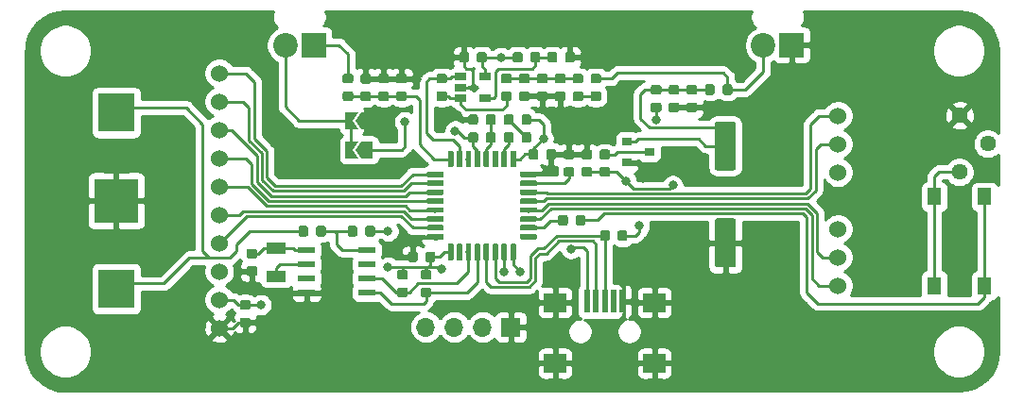
<source format=gbr>
G04 #@! TF.GenerationSoftware,KiCad,Pcbnew,(5.1.0)-1*
G04 #@! TF.CreationDate,2021-04-12T00:50:47+02:00*
G04 #@! TF.ProjectId,Drehzahlmesser,44726568-7a61-4686-9c6d-65737365722e,rev?*
G04 #@! TF.SameCoordinates,Original*
G04 #@! TF.FileFunction,Copper,L1,Top*
G04 #@! TF.FilePolarity,Positive*
%FSLAX46Y46*%
G04 Gerber Fmt 4.6, Leading zero omitted, Abs format (unit mm)*
G04 Created by KiCad (PCBNEW (5.1.0)-1) date 2021-04-12 00:50:47*
%MOMM*%
%LPD*%
G04 APERTURE LIST*
%ADD10C,0.100000*%
%ADD11C,0.875000*%
%ADD12C,0.300000*%
%ADD13R,1.800000X1.000000*%
%ADD14R,1.060000X0.650000*%
%ADD15R,1.550000X0.600000*%
%ADD16R,0.900000X0.800000*%
%ADD17C,1.524000*%
%ADD18C,0.500000*%
%ADD19R,1.300000X1.550000*%
%ADD20C,1.440000*%
%ADD21C,2.200000*%
%ADD22R,2.200000X2.200000*%
%ADD23O,1.700000X1.700000*%
%ADD24R,1.700000X1.700000*%
%ADD25R,2.000000X1.700000*%
%ADD26R,0.500000X2.000000*%
%ADD27C,1.900000*%
%ADD28R,4.000000X4.000000*%
%ADD29R,3.300000X3.500000*%
%ADD30C,0.800000*%
%ADD31C,0.250000*%
%ADD32C,0.254000*%
G04 APERTURE END LIST*
D10*
G36*
X124777691Y-74451053D02*
G01*
X124798926Y-74454203D01*
X124819750Y-74459419D01*
X124839962Y-74466651D01*
X124859368Y-74475830D01*
X124877781Y-74486866D01*
X124895024Y-74499654D01*
X124910930Y-74514070D01*
X124925346Y-74529976D01*
X124938134Y-74547219D01*
X124949170Y-74565632D01*
X124958349Y-74585038D01*
X124965581Y-74605250D01*
X124970797Y-74626074D01*
X124973947Y-74647309D01*
X124975000Y-74668750D01*
X124975000Y-75106250D01*
X124973947Y-75127691D01*
X124970797Y-75148926D01*
X124965581Y-75169750D01*
X124958349Y-75189962D01*
X124949170Y-75209368D01*
X124938134Y-75227781D01*
X124925346Y-75245024D01*
X124910930Y-75260930D01*
X124895024Y-75275346D01*
X124877781Y-75288134D01*
X124859368Y-75299170D01*
X124839962Y-75308349D01*
X124819750Y-75315581D01*
X124798926Y-75320797D01*
X124777691Y-75323947D01*
X124756250Y-75325000D01*
X124243750Y-75325000D01*
X124222309Y-75323947D01*
X124201074Y-75320797D01*
X124180250Y-75315581D01*
X124160038Y-75308349D01*
X124140632Y-75299170D01*
X124122219Y-75288134D01*
X124104976Y-75275346D01*
X124089070Y-75260930D01*
X124074654Y-75245024D01*
X124061866Y-75227781D01*
X124050830Y-75209368D01*
X124041651Y-75189962D01*
X124034419Y-75169750D01*
X124029203Y-75148926D01*
X124026053Y-75127691D01*
X124025000Y-75106250D01*
X124025000Y-74668750D01*
X124026053Y-74647309D01*
X124029203Y-74626074D01*
X124034419Y-74605250D01*
X124041651Y-74585038D01*
X124050830Y-74565632D01*
X124061866Y-74547219D01*
X124074654Y-74529976D01*
X124089070Y-74514070D01*
X124104976Y-74499654D01*
X124122219Y-74486866D01*
X124140632Y-74475830D01*
X124160038Y-74466651D01*
X124180250Y-74459419D01*
X124201074Y-74454203D01*
X124222309Y-74451053D01*
X124243750Y-74450000D01*
X124756250Y-74450000D01*
X124777691Y-74451053D01*
X124777691Y-74451053D01*
G37*
D11*
X124500000Y-74887500D03*
D10*
G36*
X124777691Y-72876053D02*
G01*
X124798926Y-72879203D01*
X124819750Y-72884419D01*
X124839962Y-72891651D01*
X124859368Y-72900830D01*
X124877781Y-72911866D01*
X124895024Y-72924654D01*
X124910930Y-72939070D01*
X124925346Y-72954976D01*
X124938134Y-72972219D01*
X124949170Y-72990632D01*
X124958349Y-73010038D01*
X124965581Y-73030250D01*
X124970797Y-73051074D01*
X124973947Y-73072309D01*
X124975000Y-73093750D01*
X124975000Y-73531250D01*
X124973947Y-73552691D01*
X124970797Y-73573926D01*
X124965581Y-73594750D01*
X124958349Y-73614962D01*
X124949170Y-73634368D01*
X124938134Y-73652781D01*
X124925346Y-73670024D01*
X124910930Y-73685930D01*
X124895024Y-73700346D01*
X124877781Y-73713134D01*
X124859368Y-73724170D01*
X124839962Y-73733349D01*
X124819750Y-73740581D01*
X124798926Y-73745797D01*
X124777691Y-73748947D01*
X124756250Y-73750000D01*
X124243750Y-73750000D01*
X124222309Y-73748947D01*
X124201074Y-73745797D01*
X124180250Y-73740581D01*
X124160038Y-73733349D01*
X124140632Y-73724170D01*
X124122219Y-73713134D01*
X124104976Y-73700346D01*
X124089070Y-73685930D01*
X124074654Y-73670024D01*
X124061866Y-73652781D01*
X124050830Y-73634368D01*
X124041651Y-73614962D01*
X124034419Y-73594750D01*
X124029203Y-73573926D01*
X124026053Y-73552691D01*
X124025000Y-73531250D01*
X124025000Y-73093750D01*
X124026053Y-73072309D01*
X124029203Y-73051074D01*
X124034419Y-73030250D01*
X124041651Y-73010038D01*
X124050830Y-72990632D01*
X124061866Y-72972219D01*
X124074654Y-72954976D01*
X124089070Y-72939070D01*
X124104976Y-72924654D01*
X124122219Y-72911866D01*
X124140632Y-72900830D01*
X124160038Y-72891651D01*
X124180250Y-72884419D01*
X124201074Y-72879203D01*
X124222309Y-72876053D01*
X124243750Y-72875000D01*
X124756250Y-72875000D01*
X124777691Y-72876053D01*
X124777691Y-72876053D01*
G37*
D11*
X124500000Y-73312500D03*
D10*
G36*
X126877691Y-72876053D02*
G01*
X126898926Y-72879203D01*
X126919750Y-72884419D01*
X126939962Y-72891651D01*
X126959368Y-72900830D01*
X126977781Y-72911866D01*
X126995024Y-72924654D01*
X127010930Y-72939070D01*
X127025346Y-72954976D01*
X127038134Y-72972219D01*
X127049170Y-72990632D01*
X127058349Y-73010038D01*
X127065581Y-73030250D01*
X127070797Y-73051074D01*
X127073947Y-73072309D01*
X127075000Y-73093750D01*
X127075000Y-73531250D01*
X127073947Y-73552691D01*
X127070797Y-73573926D01*
X127065581Y-73594750D01*
X127058349Y-73614962D01*
X127049170Y-73634368D01*
X127038134Y-73652781D01*
X127025346Y-73670024D01*
X127010930Y-73685930D01*
X126995024Y-73700346D01*
X126977781Y-73713134D01*
X126959368Y-73724170D01*
X126939962Y-73733349D01*
X126919750Y-73740581D01*
X126898926Y-73745797D01*
X126877691Y-73748947D01*
X126856250Y-73750000D01*
X126343750Y-73750000D01*
X126322309Y-73748947D01*
X126301074Y-73745797D01*
X126280250Y-73740581D01*
X126260038Y-73733349D01*
X126240632Y-73724170D01*
X126222219Y-73713134D01*
X126204976Y-73700346D01*
X126189070Y-73685930D01*
X126174654Y-73670024D01*
X126161866Y-73652781D01*
X126150830Y-73634368D01*
X126141651Y-73614962D01*
X126134419Y-73594750D01*
X126129203Y-73573926D01*
X126126053Y-73552691D01*
X126125000Y-73531250D01*
X126125000Y-73093750D01*
X126126053Y-73072309D01*
X126129203Y-73051074D01*
X126134419Y-73030250D01*
X126141651Y-73010038D01*
X126150830Y-72990632D01*
X126161866Y-72972219D01*
X126174654Y-72954976D01*
X126189070Y-72939070D01*
X126204976Y-72924654D01*
X126222219Y-72911866D01*
X126240632Y-72900830D01*
X126260038Y-72891651D01*
X126280250Y-72884419D01*
X126301074Y-72879203D01*
X126322309Y-72876053D01*
X126343750Y-72875000D01*
X126856250Y-72875000D01*
X126877691Y-72876053D01*
X126877691Y-72876053D01*
G37*
D11*
X126600000Y-73312500D03*
D10*
G36*
X126877691Y-74451053D02*
G01*
X126898926Y-74454203D01*
X126919750Y-74459419D01*
X126939962Y-74466651D01*
X126959368Y-74475830D01*
X126977781Y-74486866D01*
X126995024Y-74499654D01*
X127010930Y-74514070D01*
X127025346Y-74529976D01*
X127038134Y-74547219D01*
X127049170Y-74565632D01*
X127058349Y-74585038D01*
X127065581Y-74605250D01*
X127070797Y-74626074D01*
X127073947Y-74647309D01*
X127075000Y-74668750D01*
X127075000Y-75106250D01*
X127073947Y-75127691D01*
X127070797Y-75148926D01*
X127065581Y-75169750D01*
X127058349Y-75189962D01*
X127049170Y-75209368D01*
X127038134Y-75227781D01*
X127025346Y-75245024D01*
X127010930Y-75260930D01*
X126995024Y-75275346D01*
X126977781Y-75288134D01*
X126959368Y-75299170D01*
X126939962Y-75308349D01*
X126919750Y-75315581D01*
X126898926Y-75320797D01*
X126877691Y-75323947D01*
X126856250Y-75325000D01*
X126343750Y-75325000D01*
X126322309Y-75323947D01*
X126301074Y-75320797D01*
X126280250Y-75315581D01*
X126260038Y-75308349D01*
X126240632Y-75299170D01*
X126222219Y-75288134D01*
X126204976Y-75275346D01*
X126189070Y-75260930D01*
X126174654Y-75245024D01*
X126161866Y-75227781D01*
X126150830Y-75209368D01*
X126141651Y-75189962D01*
X126134419Y-75169750D01*
X126129203Y-75148926D01*
X126126053Y-75127691D01*
X126125000Y-75106250D01*
X126125000Y-74668750D01*
X126126053Y-74647309D01*
X126129203Y-74626074D01*
X126134419Y-74605250D01*
X126141651Y-74585038D01*
X126150830Y-74565632D01*
X126161866Y-74547219D01*
X126174654Y-74529976D01*
X126189070Y-74514070D01*
X126204976Y-74499654D01*
X126222219Y-74486866D01*
X126240632Y-74475830D01*
X126260038Y-74466651D01*
X126280250Y-74459419D01*
X126301074Y-74454203D01*
X126322309Y-74451053D01*
X126343750Y-74450000D01*
X126856250Y-74450000D01*
X126877691Y-74451053D01*
X126877691Y-74451053D01*
G37*
D11*
X126600000Y-74887500D03*
D10*
G36*
X139727691Y-53326053D02*
G01*
X139748926Y-53329203D01*
X139769750Y-53334419D01*
X139789962Y-53341651D01*
X139809368Y-53350830D01*
X139827781Y-53361866D01*
X139845024Y-53374654D01*
X139860930Y-53389070D01*
X139875346Y-53404976D01*
X139888134Y-53422219D01*
X139899170Y-53440632D01*
X139908349Y-53460038D01*
X139915581Y-53480250D01*
X139920797Y-53501074D01*
X139923947Y-53522309D01*
X139925000Y-53543750D01*
X139925000Y-54056250D01*
X139923947Y-54077691D01*
X139920797Y-54098926D01*
X139915581Y-54119750D01*
X139908349Y-54139962D01*
X139899170Y-54159368D01*
X139888134Y-54177781D01*
X139875346Y-54195024D01*
X139860930Y-54210930D01*
X139845024Y-54225346D01*
X139827781Y-54238134D01*
X139809368Y-54249170D01*
X139789962Y-54258349D01*
X139769750Y-54265581D01*
X139748926Y-54270797D01*
X139727691Y-54273947D01*
X139706250Y-54275000D01*
X139268750Y-54275000D01*
X139247309Y-54273947D01*
X139226074Y-54270797D01*
X139205250Y-54265581D01*
X139185038Y-54258349D01*
X139165632Y-54249170D01*
X139147219Y-54238134D01*
X139129976Y-54225346D01*
X139114070Y-54210930D01*
X139099654Y-54195024D01*
X139086866Y-54177781D01*
X139075830Y-54159368D01*
X139066651Y-54139962D01*
X139059419Y-54119750D01*
X139054203Y-54098926D01*
X139051053Y-54077691D01*
X139050000Y-54056250D01*
X139050000Y-53543750D01*
X139051053Y-53522309D01*
X139054203Y-53501074D01*
X139059419Y-53480250D01*
X139066651Y-53460038D01*
X139075830Y-53440632D01*
X139086866Y-53422219D01*
X139099654Y-53404976D01*
X139114070Y-53389070D01*
X139129976Y-53374654D01*
X139147219Y-53361866D01*
X139165632Y-53350830D01*
X139185038Y-53341651D01*
X139205250Y-53334419D01*
X139226074Y-53329203D01*
X139247309Y-53326053D01*
X139268750Y-53325000D01*
X139706250Y-53325000D01*
X139727691Y-53326053D01*
X139727691Y-53326053D01*
G37*
D11*
X139487500Y-53800000D03*
D10*
G36*
X138152691Y-53326053D02*
G01*
X138173926Y-53329203D01*
X138194750Y-53334419D01*
X138214962Y-53341651D01*
X138234368Y-53350830D01*
X138252781Y-53361866D01*
X138270024Y-53374654D01*
X138285930Y-53389070D01*
X138300346Y-53404976D01*
X138313134Y-53422219D01*
X138324170Y-53440632D01*
X138333349Y-53460038D01*
X138340581Y-53480250D01*
X138345797Y-53501074D01*
X138348947Y-53522309D01*
X138350000Y-53543750D01*
X138350000Y-54056250D01*
X138348947Y-54077691D01*
X138345797Y-54098926D01*
X138340581Y-54119750D01*
X138333349Y-54139962D01*
X138324170Y-54159368D01*
X138313134Y-54177781D01*
X138300346Y-54195024D01*
X138285930Y-54210930D01*
X138270024Y-54225346D01*
X138252781Y-54238134D01*
X138234368Y-54249170D01*
X138214962Y-54258349D01*
X138194750Y-54265581D01*
X138173926Y-54270797D01*
X138152691Y-54273947D01*
X138131250Y-54275000D01*
X137693750Y-54275000D01*
X137672309Y-54273947D01*
X137651074Y-54270797D01*
X137630250Y-54265581D01*
X137610038Y-54258349D01*
X137590632Y-54249170D01*
X137572219Y-54238134D01*
X137554976Y-54225346D01*
X137539070Y-54210930D01*
X137524654Y-54195024D01*
X137511866Y-54177781D01*
X137500830Y-54159368D01*
X137491651Y-54139962D01*
X137484419Y-54119750D01*
X137479203Y-54098926D01*
X137476053Y-54077691D01*
X137475000Y-54056250D01*
X137475000Y-53543750D01*
X137476053Y-53522309D01*
X137479203Y-53501074D01*
X137484419Y-53480250D01*
X137491651Y-53460038D01*
X137500830Y-53440632D01*
X137511866Y-53422219D01*
X137524654Y-53404976D01*
X137539070Y-53389070D01*
X137554976Y-53374654D01*
X137572219Y-53361866D01*
X137590632Y-53350830D01*
X137610038Y-53341651D01*
X137630250Y-53334419D01*
X137651074Y-53329203D01*
X137672309Y-53326053D01*
X137693750Y-53325000D01*
X138131250Y-53325000D01*
X138152691Y-53326053D01*
X138152691Y-53326053D01*
G37*
D11*
X137912500Y-53800000D03*
D10*
G36*
X136627691Y-53326053D02*
G01*
X136648926Y-53329203D01*
X136669750Y-53334419D01*
X136689962Y-53341651D01*
X136709368Y-53350830D01*
X136727781Y-53361866D01*
X136745024Y-53374654D01*
X136760930Y-53389070D01*
X136775346Y-53404976D01*
X136788134Y-53422219D01*
X136799170Y-53440632D01*
X136808349Y-53460038D01*
X136815581Y-53480250D01*
X136820797Y-53501074D01*
X136823947Y-53522309D01*
X136825000Y-53543750D01*
X136825000Y-54056250D01*
X136823947Y-54077691D01*
X136820797Y-54098926D01*
X136815581Y-54119750D01*
X136808349Y-54139962D01*
X136799170Y-54159368D01*
X136788134Y-54177781D01*
X136775346Y-54195024D01*
X136760930Y-54210930D01*
X136745024Y-54225346D01*
X136727781Y-54238134D01*
X136709368Y-54249170D01*
X136689962Y-54258349D01*
X136669750Y-54265581D01*
X136648926Y-54270797D01*
X136627691Y-54273947D01*
X136606250Y-54275000D01*
X136168750Y-54275000D01*
X136147309Y-54273947D01*
X136126074Y-54270797D01*
X136105250Y-54265581D01*
X136085038Y-54258349D01*
X136065632Y-54249170D01*
X136047219Y-54238134D01*
X136029976Y-54225346D01*
X136014070Y-54210930D01*
X135999654Y-54195024D01*
X135986866Y-54177781D01*
X135975830Y-54159368D01*
X135966651Y-54139962D01*
X135959419Y-54119750D01*
X135954203Y-54098926D01*
X135951053Y-54077691D01*
X135950000Y-54056250D01*
X135950000Y-53543750D01*
X135951053Y-53522309D01*
X135954203Y-53501074D01*
X135959419Y-53480250D01*
X135966651Y-53460038D01*
X135975830Y-53440632D01*
X135986866Y-53422219D01*
X135999654Y-53404976D01*
X136014070Y-53389070D01*
X136029976Y-53374654D01*
X136047219Y-53361866D01*
X136065632Y-53350830D01*
X136085038Y-53341651D01*
X136105250Y-53334419D01*
X136126074Y-53329203D01*
X136147309Y-53326053D01*
X136168750Y-53325000D01*
X136606250Y-53325000D01*
X136627691Y-53326053D01*
X136627691Y-53326053D01*
G37*
D11*
X136387500Y-53800000D03*
D10*
G36*
X135052691Y-53326053D02*
G01*
X135073926Y-53329203D01*
X135094750Y-53334419D01*
X135114962Y-53341651D01*
X135134368Y-53350830D01*
X135152781Y-53361866D01*
X135170024Y-53374654D01*
X135185930Y-53389070D01*
X135200346Y-53404976D01*
X135213134Y-53422219D01*
X135224170Y-53440632D01*
X135233349Y-53460038D01*
X135240581Y-53480250D01*
X135245797Y-53501074D01*
X135248947Y-53522309D01*
X135250000Y-53543750D01*
X135250000Y-54056250D01*
X135248947Y-54077691D01*
X135245797Y-54098926D01*
X135240581Y-54119750D01*
X135233349Y-54139962D01*
X135224170Y-54159368D01*
X135213134Y-54177781D01*
X135200346Y-54195024D01*
X135185930Y-54210930D01*
X135170024Y-54225346D01*
X135152781Y-54238134D01*
X135134368Y-54249170D01*
X135114962Y-54258349D01*
X135094750Y-54265581D01*
X135073926Y-54270797D01*
X135052691Y-54273947D01*
X135031250Y-54275000D01*
X134593750Y-54275000D01*
X134572309Y-54273947D01*
X134551074Y-54270797D01*
X134530250Y-54265581D01*
X134510038Y-54258349D01*
X134490632Y-54249170D01*
X134472219Y-54238134D01*
X134454976Y-54225346D01*
X134439070Y-54210930D01*
X134424654Y-54195024D01*
X134411866Y-54177781D01*
X134400830Y-54159368D01*
X134391651Y-54139962D01*
X134384419Y-54119750D01*
X134379203Y-54098926D01*
X134376053Y-54077691D01*
X134375000Y-54056250D01*
X134375000Y-53543750D01*
X134376053Y-53522309D01*
X134379203Y-53501074D01*
X134384419Y-53480250D01*
X134391651Y-53460038D01*
X134400830Y-53440632D01*
X134411866Y-53422219D01*
X134424654Y-53404976D01*
X134439070Y-53389070D01*
X134454976Y-53374654D01*
X134472219Y-53361866D01*
X134490632Y-53350830D01*
X134510038Y-53341651D01*
X134530250Y-53334419D01*
X134551074Y-53329203D01*
X134572309Y-53326053D01*
X134593750Y-53325000D01*
X135031250Y-53325000D01*
X135052691Y-53326053D01*
X135052691Y-53326053D01*
G37*
D11*
X134812500Y-53800000D03*
D10*
G36*
X135827691Y-60526053D02*
G01*
X135848926Y-60529203D01*
X135869750Y-60534419D01*
X135889962Y-60541651D01*
X135909368Y-60550830D01*
X135927781Y-60561866D01*
X135945024Y-60574654D01*
X135960930Y-60589070D01*
X135975346Y-60604976D01*
X135988134Y-60622219D01*
X135999170Y-60640632D01*
X136008349Y-60660038D01*
X136015581Y-60680250D01*
X136020797Y-60701074D01*
X136023947Y-60722309D01*
X136025000Y-60743750D01*
X136025000Y-61256250D01*
X136023947Y-61277691D01*
X136020797Y-61298926D01*
X136015581Y-61319750D01*
X136008349Y-61339962D01*
X135999170Y-61359368D01*
X135988134Y-61377781D01*
X135975346Y-61395024D01*
X135960930Y-61410930D01*
X135945024Y-61425346D01*
X135927781Y-61438134D01*
X135909368Y-61449170D01*
X135889962Y-61458349D01*
X135869750Y-61465581D01*
X135848926Y-61470797D01*
X135827691Y-61473947D01*
X135806250Y-61475000D01*
X135368750Y-61475000D01*
X135347309Y-61473947D01*
X135326074Y-61470797D01*
X135305250Y-61465581D01*
X135285038Y-61458349D01*
X135265632Y-61449170D01*
X135247219Y-61438134D01*
X135229976Y-61425346D01*
X135214070Y-61410930D01*
X135199654Y-61395024D01*
X135186866Y-61377781D01*
X135175830Y-61359368D01*
X135166651Y-61339962D01*
X135159419Y-61319750D01*
X135154203Y-61298926D01*
X135151053Y-61277691D01*
X135150000Y-61256250D01*
X135150000Y-60743750D01*
X135151053Y-60722309D01*
X135154203Y-60701074D01*
X135159419Y-60680250D01*
X135166651Y-60660038D01*
X135175830Y-60640632D01*
X135186866Y-60622219D01*
X135199654Y-60604976D01*
X135214070Y-60589070D01*
X135229976Y-60574654D01*
X135247219Y-60561866D01*
X135265632Y-60550830D01*
X135285038Y-60541651D01*
X135305250Y-60534419D01*
X135326074Y-60529203D01*
X135347309Y-60526053D01*
X135368750Y-60525000D01*
X135806250Y-60525000D01*
X135827691Y-60526053D01*
X135827691Y-60526053D01*
G37*
D11*
X135587500Y-61000000D03*
D10*
G36*
X134252691Y-60526053D02*
G01*
X134273926Y-60529203D01*
X134294750Y-60534419D01*
X134314962Y-60541651D01*
X134334368Y-60550830D01*
X134352781Y-60561866D01*
X134370024Y-60574654D01*
X134385930Y-60589070D01*
X134400346Y-60604976D01*
X134413134Y-60622219D01*
X134424170Y-60640632D01*
X134433349Y-60660038D01*
X134440581Y-60680250D01*
X134445797Y-60701074D01*
X134448947Y-60722309D01*
X134450000Y-60743750D01*
X134450000Y-61256250D01*
X134448947Y-61277691D01*
X134445797Y-61298926D01*
X134440581Y-61319750D01*
X134433349Y-61339962D01*
X134424170Y-61359368D01*
X134413134Y-61377781D01*
X134400346Y-61395024D01*
X134385930Y-61410930D01*
X134370024Y-61425346D01*
X134352781Y-61438134D01*
X134334368Y-61449170D01*
X134314962Y-61458349D01*
X134294750Y-61465581D01*
X134273926Y-61470797D01*
X134252691Y-61473947D01*
X134231250Y-61475000D01*
X133793750Y-61475000D01*
X133772309Y-61473947D01*
X133751074Y-61470797D01*
X133730250Y-61465581D01*
X133710038Y-61458349D01*
X133690632Y-61449170D01*
X133672219Y-61438134D01*
X133654976Y-61425346D01*
X133639070Y-61410930D01*
X133624654Y-61395024D01*
X133611866Y-61377781D01*
X133600830Y-61359368D01*
X133591651Y-61339962D01*
X133584419Y-61319750D01*
X133579203Y-61298926D01*
X133576053Y-61277691D01*
X133575000Y-61256250D01*
X133575000Y-60743750D01*
X133576053Y-60722309D01*
X133579203Y-60701074D01*
X133584419Y-60680250D01*
X133591651Y-60660038D01*
X133600830Y-60640632D01*
X133611866Y-60622219D01*
X133624654Y-60604976D01*
X133639070Y-60589070D01*
X133654976Y-60574654D01*
X133672219Y-60561866D01*
X133690632Y-60550830D01*
X133710038Y-60541651D01*
X133730250Y-60534419D01*
X133751074Y-60529203D01*
X133772309Y-60526053D01*
X133793750Y-60525000D01*
X134231250Y-60525000D01*
X134252691Y-60526053D01*
X134252691Y-60526053D01*
G37*
D11*
X134012500Y-61000000D03*
D10*
G36*
X134252691Y-58926053D02*
G01*
X134273926Y-58929203D01*
X134294750Y-58934419D01*
X134314962Y-58941651D01*
X134334368Y-58950830D01*
X134352781Y-58961866D01*
X134370024Y-58974654D01*
X134385930Y-58989070D01*
X134400346Y-59004976D01*
X134413134Y-59022219D01*
X134424170Y-59040632D01*
X134433349Y-59060038D01*
X134440581Y-59080250D01*
X134445797Y-59101074D01*
X134448947Y-59122309D01*
X134450000Y-59143750D01*
X134450000Y-59656250D01*
X134448947Y-59677691D01*
X134445797Y-59698926D01*
X134440581Y-59719750D01*
X134433349Y-59739962D01*
X134424170Y-59759368D01*
X134413134Y-59777781D01*
X134400346Y-59795024D01*
X134385930Y-59810930D01*
X134370024Y-59825346D01*
X134352781Y-59838134D01*
X134334368Y-59849170D01*
X134314962Y-59858349D01*
X134294750Y-59865581D01*
X134273926Y-59870797D01*
X134252691Y-59873947D01*
X134231250Y-59875000D01*
X133793750Y-59875000D01*
X133772309Y-59873947D01*
X133751074Y-59870797D01*
X133730250Y-59865581D01*
X133710038Y-59858349D01*
X133690632Y-59849170D01*
X133672219Y-59838134D01*
X133654976Y-59825346D01*
X133639070Y-59810930D01*
X133624654Y-59795024D01*
X133611866Y-59777781D01*
X133600830Y-59759368D01*
X133591651Y-59739962D01*
X133584419Y-59719750D01*
X133579203Y-59698926D01*
X133576053Y-59677691D01*
X133575000Y-59656250D01*
X133575000Y-59143750D01*
X133576053Y-59122309D01*
X133579203Y-59101074D01*
X133584419Y-59080250D01*
X133591651Y-59060038D01*
X133600830Y-59040632D01*
X133611866Y-59022219D01*
X133624654Y-59004976D01*
X133639070Y-58989070D01*
X133654976Y-58974654D01*
X133672219Y-58961866D01*
X133690632Y-58950830D01*
X133710038Y-58941651D01*
X133730250Y-58934419D01*
X133751074Y-58929203D01*
X133772309Y-58926053D01*
X133793750Y-58925000D01*
X134231250Y-58925000D01*
X134252691Y-58926053D01*
X134252691Y-58926053D01*
G37*
D11*
X134012500Y-59400000D03*
D10*
G36*
X135827691Y-58926053D02*
G01*
X135848926Y-58929203D01*
X135869750Y-58934419D01*
X135889962Y-58941651D01*
X135909368Y-58950830D01*
X135927781Y-58961866D01*
X135945024Y-58974654D01*
X135960930Y-58989070D01*
X135975346Y-59004976D01*
X135988134Y-59022219D01*
X135999170Y-59040632D01*
X136008349Y-59060038D01*
X136015581Y-59080250D01*
X136020797Y-59101074D01*
X136023947Y-59122309D01*
X136025000Y-59143750D01*
X136025000Y-59656250D01*
X136023947Y-59677691D01*
X136020797Y-59698926D01*
X136015581Y-59719750D01*
X136008349Y-59739962D01*
X135999170Y-59759368D01*
X135988134Y-59777781D01*
X135975346Y-59795024D01*
X135960930Y-59810930D01*
X135945024Y-59825346D01*
X135927781Y-59838134D01*
X135909368Y-59849170D01*
X135889962Y-59858349D01*
X135869750Y-59865581D01*
X135848926Y-59870797D01*
X135827691Y-59873947D01*
X135806250Y-59875000D01*
X135368750Y-59875000D01*
X135347309Y-59873947D01*
X135326074Y-59870797D01*
X135305250Y-59865581D01*
X135285038Y-59858349D01*
X135265632Y-59849170D01*
X135247219Y-59838134D01*
X135229976Y-59825346D01*
X135214070Y-59810930D01*
X135199654Y-59795024D01*
X135186866Y-59777781D01*
X135175830Y-59759368D01*
X135166651Y-59739962D01*
X135159419Y-59719750D01*
X135154203Y-59698926D01*
X135151053Y-59677691D01*
X135150000Y-59656250D01*
X135150000Y-59143750D01*
X135151053Y-59122309D01*
X135154203Y-59101074D01*
X135159419Y-59080250D01*
X135166651Y-59060038D01*
X135175830Y-59040632D01*
X135186866Y-59022219D01*
X135199654Y-59004976D01*
X135214070Y-58989070D01*
X135229976Y-58974654D01*
X135247219Y-58961866D01*
X135265632Y-58950830D01*
X135285038Y-58941651D01*
X135305250Y-58934419D01*
X135326074Y-58929203D01*
X135347309Y-58926053D01*
X135368750Y-58925000D01*
X135806250Y-58925000D01*
X135827691Y-58926053D01*
X135827691Y-58926053D01*
G37*
D11*
X135587500Y-59400000D03*
D10*
G36*
X142077691Y-55276053D02*
G01*
X142098926Y-55279203D01*
X142119750Y-55284419D01*
X142139962Y-55291651D01*
X142159368Y-55300830D01*
X142177781Y-55311866D01*
X142195024Y-55324654D01*
X142210930Y-55339070D01*
X142225346Y-55354976D01*
X142238134Y-55372219D01*
X142249170Y-55390632D01*
X142258349Y-55410038D01*
X142265581Y-55430250D01*
X142270797Y-55451074D01*
X142273947Y-55472309D01*
X142275000Y-55493750D01*
X142275000Y-55931250D01*
X142273947Y-55952691D01*
X142270797Y-55973926D01*
X142265581Y-55994750D01*
X142258349Y-56014962D01*
X142249170Y-56034368D01*
X142238134Y-56052781D01*
X142225346Y-56070024D01*
X142210930Y-56085930D01*
X142195024Y-56100346D01*
X142177781Y-56113134D01*
X142159368Y-56124170D01*
X142139962Y-56133349D01*
X142119750Y-56140581D01*
X142098926Y-56145797D01*
X142077691Y-56148947D01*
X142056250Y-56150000D01*
X141543750Y-56150000D01*
X141522309Y-56148947D01*
X141501074Y-56145797D01*
X141480250Y-56140581D01*
X141460038Y-56133349D01*
X141440632Y-56124170D01*
X141422219Y-56113134D01*
X141404976Y-56100346D01*
X141389070Y-56085930D01*
X141374654Y-56070024D01*
X141361866Y-56052781D01*
X141350830Y-56034368D01*
X141341651Y-56014962D01*
X141334419Y-55994750D01*
X141329203Y-55973926D01*
X141326053Y-55952691D01*
X141325000Y-55931250D01*
X141325000Y-55493750D01*
X141326053Y-55472309D01*
X141329203Y-55451074D01*
X141334419Y-55430250D01*
X141341651Y-55410038D01*
X141350830Y-55390632D01*
X141361866Y-55372219D01*
X141374654Y-55354976D01*
X141389070Y-55339070D01*
X141404976Y-55324654D01*
X141422219Y-55311866D01*
X141440632Y-55300830D01*
X141460038Y-55291651D01*
X141480250Y-55284419D01*
X141501074Y-55279203D01*
X141522309Y-55276053D01*
X141543750Y-55275000D01*
X142056250Y-55275000D01*
X142077691Y-55276053D01*
X142077691Y-55276053D01*
G37*
D11*
X141800000Y-55712500D03*
D10*
G36*
X142077691Y-56851053D02*
G01*
X142098926Y-56854203D01*
X142119750Y-56859419D01*
X142139962Y-56866651D01*
X142159368Y-56875830D01*
X142177781Y-56886866D01*
X142195024Y-56899654D01*
X142210930Y-56914070D01*
X142225346Y-56929976D01*
X142238134Y-56947219D01*
X142249170Y-56965632D01*
X142258349Y-56985038D01*
X142265581Y-57005250D01*
X142270797Y-57026074D01*
X142273947Y-57047309D01*
X142275000Y-57068750D01*
X142275000Y-57506250D01*
X142273947Y-57527691D01*
X142270797Y-57548926D01*
X142265581Y-57569750D01*
X142258349Y-57589962D01*
X142249170Y-57609368D01*
X142238134Y-57627781D01*
X142225346Y-57645024D01*
X142210930Y-57660930D01*
X142195024Y-57675346D01*
X142177781Y-57688134D01*
X142159368Y-57699170D01*
X142139962Y-57708349D01*
X142119750Y-57715581D01*
X142098926Y-57720797D01*
X142077691Y-57723947D01*
X142056250Y-57725000D01*
X141543750Y-57725000D01*
X141522309Y-57723947D01*
X141501074Y-57720797D01*
X141480250Y-57715581D01*
X141460038Y-57708349D01*
X141440632Y-57699170D01*
X141422219Y-57688134D01*
X141404976Y-57675346D01*
X141389070Y-57660930D01*
X141374654Y-57645024D01*
X141361866Y-57627781D01*
X141350830Y-57609368D01*
X141341651Y-57589962D01*
X141334419Y-57569750D01*
X141329203Y-57548926D01*
X141326053Y-57527691D01*
X141325000Y-57506250D01*
X141325000Y-57068750D01*
X141326053Y-57047309D01*
X141329203Y-57026074D01*
X141334419Y-57005250D01*
X141341651Y-56985038D01*
X141350830Y-56965632D01*
X141361866Y-56947219D01*
X141374654Y-56929976D01*
X141389070Y-56914070D01*
X141404976Y-56899654D01*
X141422219Y-56886866D01*
X141440632Y-56875830D01*
X141460038Y-56866651D01*
X141480250Y-56859419D01*
X141501074Y-56854203D01*
X141522309Y-56851053D01*
X141543750Y-56850000D01*
X142056250Y-56850000D01*
X142077691Y-56851053D01*
X142077691Y-56851053D01*
G37*
D11*
X141800000Y-57287500D03*
D12*
X121325000Y-62100000D03*
D10*
G36*
X120325000Y-62100000D02*
G01*
X120825000Y-61350000D01*
X121825000Y-61350000D01*
X121825000Y-62850000D01*
X120825000Y-62850000D01*
X120325000Y-62100000D01*
X120325000Y-62100000D01*
G37*
D12*
X119875000Y-62100000D03*
D10*
G36*
X119375000Y-61350000D02*
G01*
X120525000Y-61350000D01*
X120025000Y-62100000D01*
X120525000Y-62850000D01*
X119375000Y-62850000D01*
X119375000Y-61350000D01*
X119375000Y-61350000D01*
G37*
D13*
X113200000Y-73450000D03*
X113200000Y-70950000D03*
D14*
X131900000Y-55550000D03*
X131900000Y-57450000D03*
X129700000Y-57450000D03*
X129700000Y-56500000D03*
X129700000Y-55550000D03*
D15*
X121300000Y-71095000D03*
X121300000Y-72365000D03*
X121300000Y-73635000D03*
X121300000Y-74905000D03*
X115900000Y-74905000D03*
X115900000Y-73635000D03*
X115900000Y-72365000D03*
X115900000Y-71095000D03*
D16*
X146600000Y-62300000D03*
X144600000Y-63250000D03*
X144600000Y-61350000D03*
D17*
X163485000Y-64125000D03*
X163485000Y-61585000D03*
X163485000Y-59045000D03*
X163485000Y-69205000D03*
X163485000Y-71745000D03*
X163485000Y-74285000D03*
X108085000Y-55235000D03*
X108085000Y-57775000D03*
X108085000Y-60315000D03*
X108085000Y-62855000D03*
X108085000Y-65395000D03*
X108085000Y-67935000D03*
X108085000Y-70475000D03*
X108085000Y-73015000D03*
X108085000Y-75555000D03*
X108085000Y-78095000D03*
D10*
G36*
X136412252Y-64050602D02*
G01*
X136424386Y-64052402D01*
X136436286Y-64055382D01*
X136447835Y-64059515D01*
X136458925Y-64064760D01*
X136469446Y-64071066D01*
X136479299Y-64078374D01*
X136488388Y-64086612D01*
X136496626Y-64095701D01*
X136503934Y-64105554D01*
X136510240Y-64116075D01*
X136515485Y-64127165D01*
X136519618Y-64138714D01*
X136522598Y-64150614D01*
X136524398Y-64162748D01*
X136525000Y-64175000D01*
X136525000Y-64425000D01*
X136524398Y-64437252D01*
X136522598Y-64449386D01*
X136519618Y-64461286D01*
X136515485Y-64472835D01*
X136510240Y-64483925D01*
X136503934Y-64494446D01*
X136496626Y-64504299D01*
X136488388Y-64513388D01*
X136479299Y-64521626D01*
X136469446Y-64528934D01*
X136458925Y-64535240D01*
X136447835Y-64540485D01*
X136436286Y-64544618D01*
X136424386Y-64547598D01*
X136412252Y-64549398D01*
X136400000Y-64550000D01*
X135150000Y-64550000D01*
X135137748Y-64549398D01*
X135125614Y-64547598D01*
X135113714Y-64544618D01*
X135102165Y-64540485D01*
X135091075Y-64535240D01*
X135080554Y-64528934D01*
X135070701Y-64521626D01*
X135061612Y-64513388D01*
X135053374Y-64504299D01*
X135046066Y-64494446D01*
X135039760Y-64483925D01*
X135034515Y-64472835D01*
X135030382Y-64461286D01*
X135027402Y-64449386D01*
X135025602Y-64437252D01*
X135025000Y-64425000D01*
X135025000Y-64175000D01*
X135025602Y-64162748D01*
X135027402Y-64150614D01*
X135030382Y-64138714D01*
X135034515Y-64127165D01*
X135039760Y-64116075D01*
X135046066Y-64105554D01*
X135053374Y-64095701D01*
X135061612Y-64086612D01*
X135070701Y-64078374D01*
X135080554Y-64071066D01*
X135091075Y-64064760D01*
X135102165Y-64059515D01*
X135113714Y-64055382D01*
X135125614Y-64052402D01*
X135137748Y-64050602D01*
X135150000Y-64050000D01*
X136400000Y-64050000D01*
X136412252Y-64050602D01*
X136412252Y-64050602D01*
G37*
D18*
X135775000Y-64300000D03*
D10*
G36*
X136412252Y-64850602D02*
G01*
X136424386Y-64852402D01*
X136436286Y-64855382D01*
X136447835Y-64859515D01*
X136458925Y-64864760D01*
X136469446Y-64871066D01*
X136479299Y-64878374D01*
X136488388Y-64886612D01*
X136496626Y-64895701D01*
X136503934Y-64905554D01*
X136510240Y-64916075D01*
X136515485Y-64927165D01*
X136519618Y-64938714D01*
X136522598Y-64950614D01*
X136524398Y-64962748D01*
X136525000Y-64975000D01*
X136525000Y-65225000D01*
X136524398Y-65237252D01*
X136522598Y-65249386D01*
X136519618Y-65261286D01*
X136515485Y-65272835D01*
X136510240Y-65283925D01*
X136503934Y-65294446D01*
X136496626Y-65304299D01*
X136488388Y-65313388D01*
X136479299Y-65321626D01*
X136469446Y-65328934D01*
X136458925Y-65335240D01*
X136447835Y-65340485D01*
X136436286Y-65344618D01*
X136424386Y-65347598D01*
X136412252Y-65349398D01*
X136400000Y-65350000D01*
X135150000Y-65350000D01*
X135137748Y-65349398D01*
X135125614Y-65347598D01*
X135113714Y-65344618D01*
X135102165Y-65340485D01*
X135091075Y-65335240D01*
X135080554Y-65328934D01*
X135070701Y-65321626D01*
X135061612Y-65313388D01*
X135053374Y-65304299D01*
X135046066Y-65294446D01*
X135039760Y-65283925D01*
X135034515Y-65272835D01*
X135030382Y-65261286D01*
X135027402Y-65249386D01*
X135025602Y-65237252D01*
X135025000Y-65225000D01*
X135025000Y-64975000D01*
X135025602Y-64962748D01*
X135027402Y-64950614D01*
X135030382Y-64938714D01*
X135034515Y-64927165D01*
X135039760Y-64916075D01*
X135046066Y-64905554D01*
X135053374Y-64895701D01*
X135061612Y-64886612D01*
X135070701Y-64878374D01*
X135080554Y-64871066D01*
X135091075Y-64864760D01*
X135102165Y-64859515D01*
X135113714Y-64855382D01*
X135125614Y-64852402D01*
X135137748Y-64850602D01*
X135150000Y-64850000D01*
X136400000Y-64850000D01*
X136412252Y-64850602D01*
X136412252Y-64850602D01*
G37*
D18*
X135775000Y-65100000D03*
D10*
G36*
X136412252Y-65650602D02*
G01*
X136424386Y-65652402D01*
X136436286Y-65655382D01*
X136447835Y-65659515D01*
X136458925Y-65664760D01*
X136469446Y-65671066D01*
X136479299Y-65678374D01*
X136488388Y-65686612D01*
X136496626Y-65695701D01*
X136503934Y-65705554D01*
X136510240Y-65716075D01*
X136515485Y-65727165D01*
X136519618Y-65738714D01*
X136522598Y-65750614D01*
X136524398Y-65762748D01*
X136525000Y-65775000D01*
X136525000Y-66025000D01*
X136524398Y-66037252D01*
X136522598Y-66049386D01*
X136519618Y-66061286D01*
X136515485Y-66072835D01*
X136510240Y-66083925D01*
X136503934Y-66094446D01*
X136496626Y-66104299D01*
X136488388Y-66113388D01*
X136479299Y-66121626D01*
X136469446Y-66128934D01*
X136458925Y-66135240D01*
X136447835Y-66140485D01*
X136436286Y-66144618D01*
X136424386Y-66147598D01*
X136412252Y-66149398D01*
X136400000Y-66150000D01*
X135150000Y-66150000D01*
X135137748Y-66149398D01*
X135125614Y-66147598D01*
X135113714Y-66144618D01*
X135102165Y-66140485D01*
X135091075Y-66135240D01*
X135080554Y-66128934D01*
X135070701Y-66121626D01*
X135061612Y-66113388D01*
X135053374Y-66104299D01*
X135046066Y-66094446D01*
X135039760Y-66083925D01*
X135034515Y-66072835D01*
X135030382Y-66061286D01*
X135027402Y-66049386D01*
X135025602Y-66037252D01*
X135025000Y-66025000D01*
X135025000Y-65775000D01*
X135025602Y-65762748D01*
X135027402Y-65750614D01*
X135030382Y-65738714D01*
X135034515Y-65727165D01*
X135039760Y-65716075D01*
X135046066Y-65705554D01*
X135053374Y-65695701D01*
X135061612Y-65686612D01*
X135070701Y-65678374D01*
X135080554Y-65671066D01*
X135091075Y-65664760D01*
X135102165Y-65659515D01*
X135113714Y-65655382D01*
X135125614Y-65652402D01*
X135137748Y-65650602D01*
X135150000Y-65650000D01*
X136400000Y-65650000D01*
X136412252Y-65650602D01*
X136412252Y-65650602D01*
G37*
D18*
X135775000Y-65900000D03*
D10*
G36*
X136412252Y-66450602D02*
G01*
X136424386Y-66452402D01*
X136436286Y-66455382D01*
X136447835Y-66459515D01*
X136458925Y-66464760D01*
X136469446Y-66471066D01*
X136479299Y-66478374D01*
X136488388Y-66486612D01*
X136496626Y-66495701D01*
X136503934Y-66505554D01*
X136510240Y-66516075D01*
X136515485Y-66527165D01*
X136519618Y-66538714D01*
X136522598Y-66550614D01*
X136524398Y-66562748D01*
X136525000Y-66575000D01*
X136525000Y-66825000D01*
X136524398Y-66837252D01*
X136522598Y-66849386D01*
X136519618Y-66861286D01*
X136515485Y-66872835D01*
X136510240Y-66883925D01*
X136503934Y-66894446D01*
X136496626Y-66904299D01*
X136488388Y-66913388D01*
X136479299Y-66921626D01*
X136469446Y-66928934D01*
X136458925Y-66935240D01*
X136447835Y-66940485D01*
X136436286Y-66944618D01*
X136424386Y-66947598D01*
X136412252Y-66949398D01*
X136400000Y-66950000D01*
X135150000Y-66950000D01*
X135137748Y-66949398D01*
X135125614Y-66947598D01*
X135113714Y-66944618D01*
X135102165Y-66940485D01*
X135091075Y-66935240D01*
X135080554Y-66928934D01*
X135070701Y-66921626D01*
X135061612Y-66913388D01*
X135053374Y-66904299D01*
X135046066Y-66894446D01*
X135039760Y-66883925D01*
X135034515Y-66872835D01*
X135030382Y-66861286D01*
X135027402Y-66849386D01*
X135025602Y-66837252D01*
X135025000Y-66825000D01*
X135025000Y-66575000D01*
X135025602Y-66562748D01*
X135027402Y-66550614D01*
X135030382Y-66538714D01*
X135034515Y-66527165D01*
X135039760Y-66516075D01*
X135046066Y-66505554D01*
X135053374Y-66495701D01*
X135061612Y-66486612D01*
X135070701Y-66478374D01*
X135080554Y-66471066D01*
X135091075Y-66464760D01*
X135102165Y-66459515D01*
X135113714Y-66455382D01*
X135125614Y-66452402D01*
X135137748Y-66450602D01*
X135150000Y-66450000D01*
X136400000Y-66450000D01*
X136412252Y-66450602D01*
X136412252Y-66450602D01*
G37*
D18*
X135775000Y-66700000D03*
D10*
G36*
X136412252Y-67250602D02*
G01*
X136424386Y-67252402D01*
X136436286Y-67255382D01*
X136447835Y-67259515D01*
X136458925Y-67264760D01*
X136469446Y-67271066D01*
X136479299Y-67278374D01*
X136488388Y-67286612D01*
X136496626Y-67295701D01*
X136503934Y-67305554D01*
X136510240Y-67316075D01*
X136515485Y-67327165D01*
X136519618Y-67338714D01*
X136522598Y-67350614D01*
X136524398Y-67362748D01*
X136525000Y-67375000D01*
X136525000Y-67625000D01*
X136524398Y-67637252D01*
X136522598Y-67649386D01*
X136519618Y-67661286D01*
X136515485Y-67672835D01*
X136510240Y-67683925D01*
X136503934Y-67694446D01*
X136496626Y-67704299D01*
X136488388Y-67713388D01*
X136479299Y-67721626D01*
X136469446Y-67728934D01*
X136458925Y-67735240D01*
X136447835Y-67740485D01*
X136436286Y-67744618D01*
X136424386Y-67747598D01*
X136412252Y-67749398D01*
X136400000Y-67750000D01*
X135150000Y-67750000D01*
X135137748Y-67749398D01*
X135125614Y-67747598D01*
X135113714Y-67744618D01*
X135102165Y-67740485D01*
X135091075Y-67735240D01*
X135080554Y-67728934D01*
X135070701Y-67721626D01*
X135061612Y-67713388D01*
X135053374Y-67704299D01*
X135046066Y-67694446D01*
X135039760Y-67683925D01*
X135034515Y-67672835D01*
X135030382Y-67661286D01*
X135027402Y-67649386D01*
X135025602Y-67637252D01*
X135025000Y-67625000D01*
X135025000Y-67375000D01*
X135025602Y-67362748D01*
X135027402Y-67350614D01*
X135030382Y-67338714D01*
X135034515Y-67327165D01*
X135039760Y-67316075D01*
X135046066Y-67305554D01*
X135053374Y-67295701D01*
X135061612Y-67286612D01*
X135070701Y-67278374D01*
X135080554Y-67271066D01*
X135091075Y-67264760D01*
X135102165Y-67259515D01*
X135113714Y-67255382D01*
X135125614Y-67252402D01*
X135137748Y-67250602D01*
X135150000Y-67250000D01*
X136400000Y-67250000D01*
X136412252Y-67250602D01*
X136412252Y-67250602D01*
G37*
D18*
X135775000Y-67500000D03*
D10*
G36*
X136412252Y-68050602D02*
G01*
X136424386Y-68052402D01*
X136436286Y-68055382D01*
X136447835Y-68059515D01*
X136458925Y-68064760D01*
X136469446Y-68071066D01*
X136479299Y-68078374D01*
X136488388Y-68086612D01*
X136496626Y-68095701D01*
X136503934Y-68105554D01*
X136510240Y-68116075D01*
X136515485Y-68127165D01*
X136519618Y-68138714D01*
X136522598Y-68150614D01*
X136524398Y-68162748D01*
X136525000Y-68175000D01*
X136525000Y-68425000D01*
X136524398Y-68437252D01*
X136522598Y-68449386D01*
X136519618Y-68461286D01*
X136515485Y-68472835D01*
X136510240Y-68483925D01*
X136503934Y-68494446D01*
X136496626Y-68504299D01*
X136488388Y-68513388D01*
X136479299Y-68521626D01*
X136469446Y-68528934D01*
X136458925Y-68535240D01*
X136447835Y-68540485D01*
X136436286Y-68544618D01*
X136424386Y-68547598D01*
X136412252Y-68549398D01*
X136400000Y-68550000D01*
X135150000Y-68550000D01*
X135137748Y-68549398D01*
X135125614Y-68547598D01*
X135113714Y-68544618D01*
X135102165Y-68540485D01*
X135091075Y-68535240D01*
X135080554Y-68528934D01*
X135070701Y-68521626D01*
X135061612Y-68513388D01*
X135053374Y-68504299D01*
X135046066Y-68494446D01*
X135039760Y-68483925D01*
X135034515Y-68472835D01*
X135030382Y-68461286D01*
X135027402Y-68449386D01*
X135025602Y-68437252D01*
X135025000Y-68425000D01*
X135025000Y-68175000D01*
X135025602Y-68162748D01*
X135027402Y-68150614D01*
X135030382Y-68138714D01*
X135034515Y-68127165D01*
X135039760Y-68116075D01*
X135046066Y-68105554D01*
X135053374Y-68095701D01*
X135061612Y-68086612D01*
X135070701Y-68078374D01*
X135080554Y-68071066D01*
X135091075Y-68064760D01*
X135102165Y-68059515D01*
X135113714Y-68055382D01*
X135125614Y-68052402D01*
X135137748Y-68050602D01*
X135150000Y-68050000D01*
X136400000Y-68050000D01*
X136412252Y-68050602D01*
X136412252Y-68050602D01*
G37*
D18*
X135775000Y-68300000D03*
D10*
G36*
X136412252Y-68850602D02*
G01*
X136424386Y-68852402D01*
X136436286Y-68855382D01*
X136447835Y-68859515D01*
X136458925Y-68864760D01*
X136469446Y-68871066D01*
X136479299Y-68878374D01*
X136488388Y-68886612D01*
X136496626Y-68895701D01*
X136503934Y-68905554D01*
X136510240Y-68916075D01*
X136515485Y-68927165D01*
X136519618Y-68938714D01*
X136522598Y-68950614D01*
X136524398Y-68962748D01*
X136525000Y-68975000D01*
X136525000Y-69225000D01*
X136524398Y-69237252D01*
X136522598Y-69249386D01*
X136519618Y-69261286D01*
X136515485Y-69272835D01*
X136510240Y-69283925D01*
X136503934Y-69294446D01*
X136496626Y-69304299D01*
X136488388Y-69313388D01*
X136479299Y-69321626D01*
X136469446Y-69328934D01*
X136458925Y-69335240D01*
X136447835Y-69340485D01*
X136436286Y-69344618D01*
X136424386Y-69347598D01*
X136412252Y-69349398D01*
X136400000Y-69350000D01*
X135150000Y-69350000D01*
X135137748Y-69349398D01*
X135125614Y-69347598D01*
X135113714Y-69344618D01*
X135102165Y-69340485D01*
X135091075Y-69335240D01*
X135080554Y-69328934D01*
X135070701Y-69321626D01*
X135061612Y-69313388D01*
X135053374Y-69304299D01*
X135046066Y-69294446D01*
X135039760Y-69283925D01*
X135034515Y-69272835D01*
X135030382Y-69261286D01*
X135027402Y-69249386D01*
X135025602Y-69237252D01*
X135025000Y-69225000D01*
X135025000Y-68975000D01*
X135025602Y-68962748D01*
X135027402Y-68950614D01*
X135030382Y-68938714D01*
X135034515Y-68927165D01*
X135039760Y-68916075D01*
X135046066Y-68905554D01*
X135053374Y-68895701D01*
X135061612Y-68886612D01*
X135070701Y-68878374D01*
X135080554Y-68871066D01*
X135091075Y-68864760D01*
X135102165Y-68859515D01*
X135113714Y-68855382D01*
X135125614Y-68852402D01*
X135137748Y-68850602D01*
X135150000Y-68850000D01*
X136400000Y-68850000D01*
X136412252Y-68850602D01*
X136412252Y-68850602D01*
G37*
D18*
X135775000Y-69100000D03*
D10*
G36*
X136412252Y-69650602D02*
G01*
X136424386Y-69652402D01*
X136436286Y-69655382D01*
X136447835Y-69659515D01*
X136458925Y-69664760D01*
X136469446Y-69671066D01*
X136479299Y-69678374D01*
X136488388Y-69686612D01*
X136496626Y-69695701D01*
X136503934Y-69705554D01*
X136510240Y-69716075D01*
X136515485Y-69727165D01*
X136519618Y-69738714D01*
X136522598Y-69750614D01*
X136524398Y-69762748D01*
X136525000Y-69775000D01*
X136525000Y-70025000D01*
X136524398Y-70037252D01*
X136522598Y-70049386D01*
X136519618Y-70061286D01*
X136515485Y-70072835D01*
X136510240Y-70083925D01*
X136503934Y-70094446D01*
X136496626Y-70104299D01*
X136488388Y-70113388D01*
X136479299Y-70121626D01*
X136469446Y-70128934D01*
X136458925Y-70135240D01*
X136447835Y-70140485D01*
X136436286Y-70144618D01*
X136424386Y-70147598D01*
X136412252Y-70149398D01*
X136400000Y-70150000D01*
X135150000Y-70150000D01*
X135137748Y-70149398D01*
X135125614Y-70147598D01*
X135113714Y-70144618D01*
X135102165Y-70140485D01*
X135091075Y-70135240D01*
X135080554Y-70128934D01*
X135070701Y-70121626D01*
X135061612Y-70113388D01*
X135053374Y-70104299D01*
X135046066Y-70094446D01*
X135039760Y-70083925D01*
X135034515Y-70072835D01*
X135030382Y-70061286D01*
X135027402Y-70049386D01*
X135025602Y-70037252D01*
X135025000Y-70025000D01*
X135025000Y-69775000D01*
X135025602Y-69762748D01*
X135027402Y-69750614D01*
X135030382Y-69738714D01*
X135034515Y-69727165D01*
X135039760Y-69716075D01*
X135046066Y-69705554D01*
X135053374Y-69695701D01*
X135061612Y-69686612D01*
X135070701Y-69678374D01*
X135080554Y-69671066D01*
X135091075Y-69664760D01*
X135102165Y-69659515D01*
X135113714Y-69655382D01*
X135125614Y-69652402D01*
X135137748Y-69650602D01*
X135150000Y-69650000D01*
X136400000Y-69650000D01*
X136412252Y-69650602D01*
X136412252Y-69650602D01*
G37*
D18*
X135775000Y-69900000D03*
D10*
G36*
X134537252Y-70525602D02*
G01*
X134549386Y-70527402D01*
X134561286Y-70530382D01*
X134572835Y-70534515D01*
X134583925Y-70539760D01*
X134594446Y-70546066D01*
X134604299Y-70553374D01*
X134613388Y-70561612D01*
X134621626Y-70570701D01*
X134628934Y-70580554D01*
X134635240Y-70591075D01*
X134640485Y-70602165D01*
X134644618Y-70613714D01*
X134647598Y-70625614D01*
X134649398Y-70637748D01*
X134650000Y-70650000D01*
X134650000Y-71900000D01*
X134649398Y-71912252D01*
X134647598Y-71924386D01*
X134644618Y-71936286D01*
X134640485Y-71947835D01*
X134635240Y-71958925D01*
X134628934Y-71969446D01*
X134621626Y-71979299D01*
X134613388Y-71988388D01*
X134604299Y-71996626D01*
X134594446Y-72003934D01*
X134583925Y-72010240D01*
X134572835Y-72015485D01*
X134561286Y-72019618D01*
X134549386Y-72022598D01*
X134537252Y-72024398D01*
X134525000Y-72025000D01*
X134275000Y-72025000D01*
X134262748Y-72024398D01*
X134250614Y-72022598D01*
X134238714Y-72019618D01*
X134227165Y-72015485D01*
X134216075Y-72010240D01*
X134205554Y-72003934D01*
X134195701Y-71996626D01*
X134186612Y-71988388D01*
X134178374Y-71979299D01*
X134171066Y-71969446D01*
X134164760Y-71958925D01*
X134159515Y-71947835D01*
X134155382Y-71936286D01*
X134152402Y-71924386D01*
X134150602Y-71912252D01*
X134150000Y-71900000D01*
X134150000Y-70650000D01*
X134150602Y-70637748D01*
X134152402Y-70625614D01*
X134155382Y-70613714D01*
X134159515Y-70602165D01*
X134164760Y-70591075D01*
X134171066Y-70580554D01*
X134178374Y-70570701D01*
X134186612Y-70561612D01*
X134195701Y-70553374D01*
X134205554Y-70546066D01*
X134216075Y-70539760D01*
X134227165Y-70534515D01*
X134238714Y-70530382D01*
X134250614Y-70527402D01*
X134262748Y-70525602D01*
X134275000Y-70525000D01*
X134525000Y-70525000D01*
X134537252Y-70525602D01*
X134537252Y-70525602D01*
G37*
D18*
X134400000Y-71275000D03*
D10*
G36*
X133737252Y-70525602D02*
G01*
X133749386Y-70527402D01*
X133761286Y-70530382D01*
X133772835Y-70534515D01*
X133783925Y-70539760D01*
X133794446Y-70546066D01*
X133804299Y-70553374D01*
X133813388Y-70561612D01*
X133821626Y-70570701D01*
X133828934Y-70580554D01*
X133835240Y-70591075D01*
X133840485Y-70602165D01*
X133844618Y-70613714D01*
X133847598Y-70625614D01*
X133849398Y-70637748D01*
X133850000Y-70650000D01*
X133850000Y-71900000D01*
X133849398Y-71912252D01*
X133847598Y-71924386D01*
X133844618Y-71936286D01*
X133840485Y-71947835D01*
X133835240Y-71958925D01*
X133828934Y-71969446D01*
X133821626Y-71979299D01*
X133813388Y-71988388D01*
X133804299Y-71996626D01*
X133794446Y-72003934D01*
X133783925Y-72010240D01*
X133772835Y-72015485D01*
X133761286Y-72019618D01*
X133749386Y-72022598D01*
X133737252Y-72024398D01*
X133725000Y-72025000D01*
X133475000Y-72025000D01*
X133462748Y-72024398D01*
X133450614Y-72022598D01*
X133438714Y-72019618D01*
X133427165Y-72015485D01*
X133416075Y-72010240D01*
X133405554Y-72003934D01*
X133395701Y-71996626D01*
X133386612Y-71988388D01*
X133378374Y-71979299D01*
X133371066Y-71969446D01*
X133364760Y-71958925D01*
X133359515Y-71947835D01*
X133355382Y-71936286D01*
X133352402Y-71924386D01*
X133350602Y-71912252D01*
X133350000Y-71900000D01*
X133350000Y-70650000D01*
X133350602Y-70637748D01*
X133352402Y-70625614D01*
X133355382Y-70613714D01*
X133359515Y-70602165D01*
X133364760Y-70591075D01*
X133371066Y-70580554D01*
X133378374Y-70570701D01*
X133386612Y-70561612D01*
X133395701Y-70553374D01*
X133405554Y-70546066D01*
X133416075Y-70539760D01*
X133427165Y-70534515D01*
X133438714Y-70530382D01*
X133450614Y-70527402D01*
X133462748Y-70525602D01*
X133475000Y-70525000D01*
X133725000Y-70525000D01*
X133737252Y-70525602D01*
X133737252Y-70525602D01*
G37*
D18*
X133600000Y-71275000D03*
D10*
G36*
X132937252Y-70525602D02*
G01*
X132949386Y-70527402D01*
X132961286Y-70530382D01*
X132972835Y-70534515D01*
X132983925Y-70539760D01*
X132994446Y-70546066D01*
X133004299Y-70553374D01*
X133013388Y-70561612D01*
X133021626Y-70570701D01*
X133028934Y-70580554D01*
X133035240Y-70591075D01*
X133040485Y-70602165D01*
X133044618Y-70613714D01*
X133047598Y-70625614D01*
X133049398Y-70637748D01*
X133050000Y-70650000D01*
X133050000Y-71900000D01*
X133049398Y-71912252D01*
X133047598Y-71924386D01*
X133044618Y-71936286D01*
X133040485Y-71947835D01*
X133035240Y-71958925D01*
X133028934Y-71969446D01*
X133021626Y-71979299D01*
X133013388Y-71988388D01*
X133004299Y-71996626D01*
X132994446Y-72003934D01*
X132983925Y-72010240D01*
X132972835Y-72015485D01*
X132961286Y-72019618D01*
X132949386Y-72022598D01*
X132937252Y-72024398D01*
X132925000Y-72025000D01*
X132675000Y-72025000D01*
X132662748Y-72024398D01*
X132650614Y-72022598D01*
X132638714Y-72019618D01*
X132627165Y-72015485D01*
X132616075Y-72010240D01*
X132605554Y-72003934D01*
X132595701Y-71996626D01*
X132586612Y-71988388D01*
X132578374Y-71979299D01*
X132571066Y-71969446D01*
X132564760Y-71958925D01*
X132559515Y-71947835D01*
X132555382Y-71936286D01*
X132552402Y-71924386D01*
X132550602Y-71912252D01*
X132550000Y-71900000D01*
X132550000Y-70650000D01*
X132550602Y-70637748D01*
X132552402Y-70625614D01*
X132555382Y-70613714D01*
X132559515Y-70602165D01*
X132564760Y-70591075D01*
X132571066Y-70580554D01*
X132578374Y-70570701D01*
X132586612Y-70561612D01*
X132595701Y-70553374D01*
X132605554Y-70546066D01*
X132616075Y-70539760D01*
X132627165Y-70534515D01*
X132638714Y-70530382D01*
X132650614Y-70527402D01*
X132662748Y-70525602D01*
X132675000Y-70525000D01*
X132925000Y-70525000D01*
X132937252Y-70525602D01*
X132937252Y-70525602D01*
G37*
D18*
X132800000Y-71275000D03*
D10*
G36*
X132137252Y-70525602D02*
G01*
X132149386Y-70527402D01*
X132161286Y-70530382D01*
X132172835Y-70534515D01*
X132183925Y-70539760D01*
X132194446Y-70546066D01*
X132204299Y-70553374D01*
X132213388Y-70561612D01*
X132221626Y-70570701D01*
X132228934Y-70580554D01*
X132235240Y-70591075D01*
X132240485Y-70602165D01*
X132244618Y-70613714D01*
X132247598Y-70625614D01*
X132249398Y-70637748D01*
X132250000Y-70650000D01*
X132250000Y-71900000D01*
X132249398Y-71912252D01*
X132247598Y-71924386D01*
X132244618Y-71936286D01*
X132240485Y-71947835D01*
X132235240Y-71958925D01*
X132228934Y-71969446D01*
X132221626Y-71979299D01*
X132213388Y-71988388D01*
X132204299Y-71996626D01*
X132194446Y-72003934D01*
X132183925Y-72010240D01*
X132172835Y-72015485D01*
X132161286Y-72019618D01*
X132149386Y-72022598D01*
X132137252Y-72024398D01*
X132125000Y-72025000D01*
X131875000Y-72025000D01*
X131862748Y-72024398D01*
X131850614Y-72022598D01*
X131838714Y-72019618D01*
X131827165Y-72015485D01*
X131816075Y-72010240D01*
X131805554Y-72003934D01*
X131795701Y-71996626D01*
X131786612Y-71988388D01*
X131778374Y-71979299D01*
X131771066Y-71969446D01*
X131764760Y-71958925D01*
X131759515Y-71947835D01*
X131755382Y-71936286D01*
X131752402Y-71924386D01*
X131750602Y-71912252D01*
X131750000Y-71900000D01*
X131750000Y-70650000D01*
X131750602Y-70637748D01*
X131752402Y-70625614D01*
X131755382Y-70613714D01*
X131759515Y-70602165D01*
X131764760Y-70591075D01*
X131771066Y-70580554D01*
X131778374Y-70570701D01*
X131786612Y-70561612D01*
X131795701Y-70553374D01*
X131805554Y-70546066D01*
X131816075Y-70539760D01*
X131827165Y-70534515D01*
X131838714Y-70530382D01*
X131850614Y-70527402D01*
X131862748Y-70525602D01*
X131875000Y-70525000D01*
X132125000Y-70525000D01*
X132137252Y-70525602D01*
X132137252Y-70525602D01*
G37*
D18*
X132000000Y-71275000D03*
D10*
G36*
X131337252Y-70525602D02*
G01*
X131349386Y-70527402D01*
X131361286Y-70530382D01*
X131372835Y-70534515D01*
X131383925Y-70539760D01*
X131394446Y-70546066D01*
X131404299Y-70553374D01*
X131413388Y-70561612D01*
X131421626Y-70570701D01*
X131428934Y-70580554D01*
X131435240Y-70591075D01*
X131440485Y-70602165D01*
X131444618Y-70613714D01*
X131447598Y-70625614D01*
X131449398Y-70637748D01*
X131450000Y-70650000D01*
X131450000Y-71900000D01*
X131449398Y-71912252D01*
X131447598Y-71924386D01*
X131444618Y-71936286D01*
X131440485Y-71947835D01*
X131435240Y-71958925D01*
X131428934Y-71969446D01*
X131421626Y-71979299D01*
X131413388Y-71988388D01*
X131404299Y-71996626D01*
X131394446Y-72003934D01*
X131383925Y-72010240D01*
X131372835Y-72015485D01*
X131361286Y-72019618D01*
X131349386Y-72022598D01*
X131337252Y-72024398D01*
X131325000Y-72025000D01*
X131075000Y-72025000D01*
X131062748Y-72024398D01*
X131050614Y-72022598D01*
X131038714Y-72019618D01*
X131027165Y-72015485D01*
X131016075Y-72010240D01*
X131005554Y-72003934D01*
X130995701Y-71996626D01*
X130986612Y-71988388D01*
X130978374Y-71979299D01*
X130971066Y-71969446D01*
X130964760Y-71958925D01*
X130959515Y-71947835D01*
X130955382Y-71936286D01*
X130952402Y-71924386D01*
X130950602Y-71912252D01*
X130950000Y-71900000D01*
X130950000Y-70650000D01*
X130950602Y-70637748D01*
X130952402Y-70625614D01*
X130955382Y-70613714D01*
X130959515Y-70602165D01*
X130964760Y-70591075D01*
X130971066Y-70580554D01*
X130978374Y-70570701D01*
X130986612Y-70561612D01*
X130995701Y-70553374D01*
X131005554Y-70546066D01*
X131016075Y-70539760D01*
X131027165Y-70534515D01*
X131038714Y-70530382D01*
X131050614Y-70527402D01*
X131062748Y-70525602D01*
X131075000Y-70525000D01*
X131325000Y-70525000D01*
X131337252Y-70525602D01*
X131337252Y-70525602D01*
G37*
D18*
X131200000Y-71275000D03*
D10*
G36*
X130537252Y-70525602D02*
G01*
X130549386Y-70527402D01*
X130561286Y-70530382D01*
X130572835Y-70534515D01*
X130583925Y-70539760D01*
X130594446Y-70546066D01*
X130604299Y-70553374D01*
X130613388Y-70561612D01*
X130621626Y-70570701D01*
X130628934Y-70580554D01*
X130635240Y-70591075D01*
X130640485Y-70602165D01*
X130644618Y-70613714D01*
X130647598Y-70625614D01*
X130649398Y-70637748D01*
X130650000Y-70650000D01*
X130650000Y-71900000D01*
X130649398Y-71912252D01*
X130647598Y-71924386D01*
X130644618Y-71936286D01*
X130640485Y-71947835D01*
X130635240Y-71958925D01*
X130628934Y-71969446D01*
X130621626Y-71979299D01*
X130613388Y-71988388D01*
X130604299Y-71996626D01*
X130594446Y-72003934D01*
X130583925Y-72010240D01*
X130572835Y-72015485D01*
X130561286Y-72019618D01*
X130549386Y-72022598D01*
X130537252Y-72024398D01*
X130525000Y-72025000D01*
X130275000Y-72025000D01*
X130262748Y-72024398D01*
X130250614Y-72022598D01*
X130238714Y-72019618D01*
X130227165Y-72015485D01*
X130216075Y-72010240D01*
X130205554Y-72003934D01*
X130195701Y-71996626D01*
X130186612Y-71988388D01*
X130178374Y-71979299D01*
X130171066Y-71969446D01*
X130164760Y-71958925D01*
X130159515Y-71947835D01*
X130155382Y-71936286D01*
X130152402Y-71924386D01*
X130150602Y-71912252D01*
X130150000Y-71900000D01*
X130150000Y-70650000D01*
X130150602Y-70637748D01*
X130152402Y-70625614D01*
X130155382Y-70613714D01*
X130159515Y-70602165D01*
X130164760Y-70591075D01*
X130171066Y-70580554D01*
X130178374Y-70570701D01*
X130186612Y-70561612D01*
X130195701Y-70553374D01*
X130205554Y-70546066D01*
X130216075Y-70539760D01*
X130227165Y-70534515D01*
X130238714Y-70530382D01*
X130250614Y-70527402D01*
X130262748Y-70525602D01*
X130275000Y-70525000D01*
X130525000Y-70525000D01*
X130537252Y-70525602D01*
X130537252Y-70525602D01*
G37*
D18*
X130400000Y-71275000D03*
D10*
G36*
X129737252Y-70525602D02*
G01*
X129749386Y-70527402D01*
X129761286Y-70530382D01*
X129772835Y-70534515D01*
X129783925Y-70539760D01*
X129794446Y-70546066D01*
X129804299Y-70553374D01*
X129813388Y-70561612D01*
X129821626Y-70570701D01*
X129828934Y-70580554D01*
X129835240Y-70591075D01*
X129840485Y-70602165D01*
X129844618Y-70613714D01*
X129847598Y-70625614D01*
X129849398Y-70637748D01*
X129850000Y-70650000D01*
X129850000Y-71900000D01*
X129849398Y-71912252D01*
X129847598Y-71924386D01*
X129844618Y-71936286D01*
X129840485Y-71947835D01*
X129835240Y-71958925D01*
X129828934Y-71969446D01*
X129821626Y-71979299D01*
X129813388Y-71988388D01*
X129804299Y-71996626D01*
X129794446Y-72003934D01*
X129783925Y-72010240D01*
X129772835Y-72015485D01*
X129761286Y-72019618D01*
X129749386Y-72022598D01*
X129737252Y-72024398D01*
X129725000Y-72025000D01*
X129475000Y-72025000D01*
X129462748Y-72024398D01*
X129450614Y-72022598D01*
X129438714Y-72019618D01*
X129427165Y-72015485D01*
X129416075Y-72010240D01*
X129405554Y-72003934D01*
X129395701Y-71996626D01*
X129386612Y-71988388D01*
X129378374Y-71979299D01*
X129371066Y-71969446D01*
X129364760Y-71958925D01*
X129359515Y-71947835D01*
X129355382Y-71936286D01*
X129352402Y-71924386D01*
X129350602Y-71912252D01*
X129350000Y-71900000D01*
X129350000Y-70650000D01*
X129350602Y-70637748D01*
X129352402Y-70625614D01*
X129355382Y-70613714D01*
X129359515Y-70602165D01*
X129364760Y-70591075D01*
X129371066Y-70580554D01*
X129378374Y-70570701D01*
X129386612Y-70561612D01*
X129395701Y-70553374D01*
X129405554Y-70546066D01*
X129416075Y-70539760D01*
X129427165Y-70534515D01*
X129438714Y-70530382D01*
X129450614Y-70527402D01*
X129462748Y-70525602D01*
X129475000Y-70525000D01*
X129725000Y-70525000D01*
X129737252Y-70525602D01*
X129737252Y-70525602D01*
G37*
D18*
X129600000Y-71275000D03*
D10*
G36*
X128937252Y-70525602D02*
G01*
X128949386Y-70527402D01*
X128961286Y-70530382D01*
X128972835Y-70534515D01*
X128983925Y-70539760D01*
X128994446Y-70546066D01*
X129004299Y-70553374D01*
X129013388Y-70561612D01*
X129021626Y-70570701D01*
X129028934Y-70580554D01*
X129035240Y-70591075D01*
X129040485Y-70602165D01*
X129044618Y-70613714D01*
X129047598Y-70625614D01*
X129049398Y-70637748D01*
X129050000Y-70650000D01*
X129050000Y-71900000D01*
X129049398Y-71912252D01*
X129047598Y-71924386D01*
X129044618Y-71936286D01*
X129040485Y-71947835D01*
X129035240Y-71958925D01*
X129028934Y-71969446D01*
X129021626Y-71979299D01*
X129013388Y-71988388D01*
X129004299Y-71996626D01*
X128994446Y-72003934D01*
X128983925Y-72010240D01*
X128972835Y-72015485D01*
X128961286Y-72019618D01*
X128949386Y-72022598D01*
X128937252Y-72024398D01*
X128925000Y-72025000D01*
X128675000Y-72025000D01*
X128662748Y-72024398D01*
X128650614Y-72022598D01*
X128638714Y-72019618D01*
X128627165Y-72015485D01*
X128616075Y-72010240D01*
X128605554Y-72003934D01*
X128595701Y-71996626D01*
X128586612Y-71988388D01*
X128578374Y-71979299D01*
X128571066Y-71969446D01*
X128564760Y-71958925D01*
X128559515Y-71947835D01*
X128555382Y-71936286D01*
X128552402Y-71924386D01*
X128550602Y-71912252D01*
X128550000Y-71900000D01*
X128550000Y-70650000D01*
X128550602Y-70637748D01*
X128552402Y-70625614D01*
X128555382Y-70613714D01*
X128559515Y-70602165D01*
X128564760Y-70591075D01*
X128571066Y-70580554D01*
X128578374Y-70570701D01*
X128586612Y-70561612D01*
X128595701Y-70553374D01*
X128605554Y-70546066D01*
X128616075Y-70539760D01*
X128627165Y-70534515D01*
X128638714Y-70530382D01*
X128650614Y-70527402D01*
X128662748Y-70525602D01*
X128675000Y-70525000D01*
X128925000Y-70525000D01*
X128937252Y-70525602D01*
X128937252Y-70525602D01*
G37*
D18*
X128800000Y-71275000D03*
D10*
G36*
X128062252Y-69650602D02*
G01*
X128074386Y-69652402D01*
X128086286Y-69655382D01*
X128097835Y-69659515D01*
X128108925Y-69664760D01*
X128119446Y-69671066D01*
X128129299Y-69678374D01*
X128138388Y-69686612D01*
X128146626Y-69695701D01*
X128153934Y-69705554D01*
X128160240Y-69716075D01*
X128165485Y-69727165D01*
X128169618Y-69738714D01*
X128172598Y-69750614D01*
X128174398Y-69762748D01*
X128175000Y-69775000D01*
X128175000Y-70025000D01*
X128174398Y-70037252D01*
X128172598Y-70049386D01*
X128169618Y-70061286D01*
X128165485Y-70072835D01*
X128160240Y-70083925D01*
X128153934Y-70094446D01*
X128146626Y-70104299D01*
X128138388Y-70113388D01*
X128129299Y-70121626D01*
X128119446Y-70128934D01*
X128108925Y-70135240D01*
X128097835Y-70140485D01*
X128086286Y-70144618D01*
X128074386Y-70147598D01*
X128062252Y-70149398D01*
X128050000Y-70150000D01*
X126800000Y-70150000D01*
X126787748Y-70149398D01*
X126775614Y-70147598D01*
X126763714Y-70144618D01*
X126752165Y-70140485D01*
X126741075Y-70135240D01*
X126730554Y-70128934D01*
X126720701Y-70121626D01*
X126711612Y-70113388D01*
X126703374Y-70104299D01*
X126696066Y-70094446D01*
X126689760Y-70083925D01*
X126684515Y-70072835D01*
X126680382Y-70061286D01*
X126677402Y-70049386D01*
X126675602Y-70037252D01*
X126675000Y-70025000D01*
X126675000Y-69775000D01*
X126675602Y-69762748D01*
X126677402Y-69750614D01*
X126680382Y-69738714D01*
X126684515Y-69727165D01*
X126689760Y-69716075D01*
X126696066Y-69705554D01*
X126703374Y-69695701D01*
X126711612Y-69686612D01*
X126720701Y-69678374D01*
X126730554Y-69671066D01*
X126741075Y-69664760D01*
X126752165Y-69659515D01*
X126763714Y-69655382D01*
X126775614Y-69652402D01*
X126787748Y-69650602D01*
X126800000Y-69650000D01*
X128050000Y-69650000D01*
X128062252Y-69650602D01*
X128062252Y-69650602D01*
G37*
D18*
X127425000Y-69900000D03*
D10*
G36*
X128062252Y-68850602D02*
G01*
X128074386Y-68852402D01*
X128086286Y-68855382D01*
X128097835Y-68859515D01*
X128108925Y-68864760D01*
X128119446Y-68871066D01*
X128129299Y-68878374D01*
X128138388Y-68886612D01*
X128146626Y-68895701D01*
X128153934Y-68905554D01*
X128160240Y-68916075D01*
X128165485Y-68927165D01*
X128169618Y-68938714D01*
X128172598Y-68950614D01*
X128174398Y-68962748D01*
X128175000Y-68975000D01*
X128175000Y-69225000D01*
X128174398Y-69237252D01*
X128172598Y-69249386D01*
X128169618Y-69261286D01*
X128165485Y-69272835D01*
X128160240Y-69283925D01*
X128153934Y-69294446D01*
X128146626Y-69304299D01*
X128138388Y-69313388D01*
X128129299Y-69321626D01*
X128119446Y-69328934D01*
X128108925Y-69335240D01*
X128097835Y-69340485D01*
X128086286Y-69344618D01*
X128074386Y-69347598D01*
X128062252Y-69349398D01*
X128050000Y-69350000D01*
X126800000Y-69350000D01*
X126787748Y-69349398D01*
X126775614Y-69347598D01*
X126763714Y-69344618D01*
X126752165Y-69340485D01*
X126741075Y-69335240D01*
X126730554Y-69328934D01*
X126720701Y-69321626D01*
X126711612Y-69313388D01*
X126703374Y-69304299D01*
X126696066Y-69294446D01*
X126689760Y-69283925D01*
X126684515Y-69272835D01*
X126680382Y-69261286D01*
X126677402Y-69249386D01*
X126675602Y-69237252D01*
X126675000Y-69225000D01*
X126675000Y-68975000D01*
X126675602Y-68962748D01*
X126677402Y-68950614D01*
X126680382Y-68938714D01*
X126684515Y-68927165D01*
X126689760Y-68916075D01*
X126696066Y-68905554D01*
X126703374Y-68895701D01*
X126711612Y-68886612D01*
X126720701Y-68878374D01*
X126730554Y-68871066D01*
X126741075Y-68864760D01*
X126752165Y-68859515D01*
X126763714Y-68855382D01*
X126775614Y-68852402D01*
X126787748Y-68850602D01*
X126800000Y-68850000D01*
X128050000Y-68850000D01*
X128062252Y-68850602D01*
X128062252Y-68850602D01*
G37*
D18*
X127425000Y-69100000D03*
D10*
G36*
X128062252Y-68050602D02*
G01*
X128074386Y-68052402D01*
X128086286Y-68055382D01*
X128097835Y-68059515D01*
X128108925Y-68064760D01*
X128119446Y-68071066D01*
X128129299Y-68078374D01*
X128138388Y-68086612D01*
X128146626Y-68095701D01*
X128153934Y-68105554D01*
X128160240Y-68116075D01*
X128165485Y-68127165D01*
X128169618Y-68138714D01*
X128172598Y-68150614D01*
X128174398Y-68162748D01*
X128175000Y-68175000D01*
X128175000Y-68425000D01*
X128174398Y-68437252D01*
X128172598Y-68449386D01*
X128169618Y-68461286D01*
X128165485Y-68472835D01*
X128160240Y-68483925D01*
X128153934Y-68494446D01*
X128146626Y-68504299D01*
X128138388Y-68513388D01*
X128129299Y-68521626D01*
X128119446Y-68528934D01*
X128108925Y-68535240D01*
X128097835Y-68540485D01*
X128086286Y-68544618D01*
X128074386Y-68547598D01*
X128062252Y-68549398D01*
X128050000Y-68550000D01*
X126800000Y-68550000D01*
X126787748Y-68549398D01*
X126775614Y-68547598D01*
X126763714Y-68544618D01*
X126752165Y-68540485D01*
X126741075Y-68535240D01*
X126730554Y-68528934D01*
X126720701Y-68521626D01*
X126711612Y-68513388D01*
X126703374Y-68504299D01*
X126696066Y-68494446D01*
X126689760Y-68483925D01*
X126684515Y-68472835D01*
X126680382Y-68461286D01*
X126677402Y-68449386D01*
X126675602Y-68437252D01*
X126675000Y-68425000D01*
X126675000Y-68175000D01*
X126675602Y-68162748D01*
X126677402Y-68150614D01*
X126680382Y-68138714D01*
X126684515Y-68127165D01*
X126689760Y-68116075D01*
X126696066Y-68105554D01*
X126703374Y-68095701D01*
X126711612Y-68086612D01*
X126720701Y-68078374D01*
X126730554Y-68071066D01*
X126741075Y-68064760D01*
X126752165Y-68059515D01*
X126763714Y-68055382D01*
X126775614Y-68052402D01*
X126787748Y-68050602D01*
X126800000Y-68050000D01*
X128050000Y-68050000D01*
X128062252Y-68050602D01*
X128062252Y-68050602D01*
G37*
D18*
X127425000Y-68300000D03*
D10*
G36*
X128062252Y-67250602D02*
G01*
X128074386Y-67252402D01*
X128086286Y-67255382D01*
X128097835Y-67259515D01*
X128108925Y-67264760D01*
X128119446Y-67271066D01*
X128129299Y-67278374D01*
X128138388Y-67286612D01*
X128146626Y-67295701D01*
X128153934Y-67305554D01*
X128160240Y-67316075D01*
X128165485Y-67327165D01*
X128169618Y-67338714D01*
X128172598Y-67350614D01*
X128174398Y-67362748D01*
X128175000Y-67375000D01*
X128175000Y-67625000D01*
X128174398Y-67637252D01*
X128172598Y-67649386D01*
X128169618Y-67661286D01*
X128165485Y-67672835D01*
X128160240Y-67683925D01*
X128153934Y-67694446D01*
X128146626Y-67704299D01*
X128138388Y-67713388D01*
X128129299Y-67721626D01*
X128119446Y-67728934D01*
X128108925Y-67735240D01*
X128097835Y-67740485D01*
X128086286Y-67744618D01*
X128074386Y-67747598D01*
X128062252Y-67749398D01*
X128050000Y-67750000D01*
X126800000Y-67750000D01*
X126787748Y-67749398D01*
X126775614Y-67747598D01*
X126763714Y-67744618D01*
X126752165Y-67740485D01*
X126741075Y-67735240D01*
X126730554Y-67728934D01*
X126720701Y-67721626D01*
X126711612Y-67713388D01*
X126703374Y-67704299D01*
X126696066Y-67694446D01*
X126689760Y-67683925D01*
X126684515Y-67672835D01*
X126680382Y-67661286D01*
X126677402Y-67649386D01*
X126675602Y-67637252D01*
X126675000Y-67625000D01*
X126675000Y-67375000D01*
X126675602Y-67362748D01*
X126677402Y-67350614D01*
X126680382Y-67338714D01*
X126684515Y-67327165D01*
X126689760Y-67316075D01*
X126696066Y-67305554D01*
X126703374Y-67295701D01*
X126711612Y-67286612D01*
X126720701Y-67278374D01*
X126730554Y-67271066D01*
X126741075Y-67264760D01*
X126752165Y-67259515D01*
X126763714Y-67255382D01*
X126775614Y-67252402D01*
X126787748Y-67250602D01*
X126800000Y-67250000D01*
X128050000Y-67250000D01*
X128062252Y-67250602D01*
X128062252Y-67250602D01*
G37*
D18*
X127425000Y-67500000D03*
D10*
G36*
X128062252Y-66450602D02*
G01*
X128074386Y-66452402D01*
X128086286Y-66455382D01*
X128097835Y-66459515D01*
X128108925Y-66464760D01*
X128119446Y-66471066D01*
X128129299Y-66478374D01*
X128138388Y-66486612D01*
X128146626Y-66495701D01*
X128153934Y-66505554D01*
X128160240Y-66516075D01*
X128165485Y-66527165D01*
X128169618Y-66538714D01*
X128172598Y-66550614D01*
X128174398Y-66562748D01*
X128175000Y-66575000D01*
X128175000Y-66825000D01*
X128174398Y-66837252D01*
X128172598Y-66849386D01*
X128169618Y-66861286D01*
X128165485Y-66872835D01*
X128160240Y-66883925D01*
X128153934Y-66894446D01*
X128146626Y-66904299D01*
X128138388Y-66913388D01*
X128129299Y-66921626D01*
X128119446Y-66928934D01*
X128108925Y-66935240D01*
X128097835Y-66940485D01*
X128086286Y-66944618D01*
X128074386Y-66947598D01*
X128062252Y-66949398D01*
X128050000Y-66950000D01*
X126800000Y-66950000D01*
X126787748Y-66949398D01*
X126775614Y-66947598D01*
X126763714Y-66944618D01*
X126752165Y-66940485D01*
X126741075Y-66935240D01*
X126730554Y-66928934D01*
X126720701Y-66921626D01*
X126711612Y-66913388D01*
X126703374Y-66904299D01*
X126696066Y-66894446D01*
X126689760Y-66883925D01*
X126684515Y-66872835D01*
X126680382Y-66861286D01*
X126677402Y-66849386D01*
X126675602Y-66837252D01*
X126675000Y-66825000D01*
X126675000Y-66575000D01*
X126675602Y-66562748D01*
X126677402Y-66550614D01*
X126680382Y-66538714D01*
X126684515Y-66527165D01*
X126689760Y-66516075D01*
X126696066Y-66505554D01*
X126703374Y-66495701D01*
X126711612Y-66486612D01*
X126720701Y-66478374D01*
X126730554Y-66471066D01*
X126741075Y-66464760D01*
X126752165Y-66459515D01*
X126763714Y-66455382D01*
X126775614Y-66452402D01*
X126787748Y-66450602D01*
X126800000Y-66450000D01*
X128050000Y-66450000D01*
X128062252Y-66450602D01*
X128062252Y-66450602D01*
G37*
D18*
X127425000Y-66700000D03*
D10*
G36*
X128062252Y-65650602D02*
G01*
X128074386Y-65652402D01*
X128086286Y-65655382D01*
X128097835Y-65659515D01*
X128108925Y-65664760D01*
X128119446Y-65671066D01*
X128129299Y-65678374D01*
X128138388Y-65686612D01*
X128146626Y-65695701D01*
X128153934Y-65705554D01*
X128160240Y-65716075D01*
X128165485Y-65727165D01*
X128169618Y-65738714D01*
X128172598Y-65750614D01*
X128174398Y-65762748D01*
X128175000Y-65775000D01*
X128175000Y-66025000D01*
X128174398Y-66037252D01*
X128172598Y-66049386D01*
X128169618Y-66061286D01*
X128165485Y-66072835D01*
X128160240Y-66083925D01*
X128153934Y-66094446D01*
X128146626Y-66104299D01*
X128138388Y-66113388D01*
X128129299Y-66121626D01*
X128119446Y-66128934D01*
X128108925Y-66135240D01*
X128097835Y-66140485D01*
X128086286Y-66144618D01*
X128074386Y-66147598D01*
X128062252Y-66149398D01*
X128050000Y-66150000D01*
X126800000Y-66150000D01*
X126787748Y-66149398D01*
X126775614Y-66147598D01*
X126763714Y-66144618D01*
X126752165Y-66140485D01*
X126741075Y-66135240D01*
X126730554Y-66128934D01*
X126720701Y-66121626D01*
X126711612Y-66113388D01*
X126703374Y-66104299D01*
X126696066Y-66094446D01*
X126689760Y-66083925D01*
X126684515Y-66072835D01*
X126680382Y-66061286D01*
X126677402Y-66049386D01*
X126675602Y-66037252D01*
X126675000Y-66025000D01*
X126675000Y-65775000D01*
X126675602Y-65762748D01*
X126677402Y-65750614D01*
X126680382Y-65738714D01*
X126684515Y-65727165D01*
X126689760Y-65716075D01*
X126696066Y-65705554D01*
X126703374Y-65695701D01*
X126711612Y-65686612D01*
X126720701Y-65678374D01*
X126730554Y-65671066D01*
X126741075Y-65664760D01*
X126752165Y-65659515D01*
X126763714Y-65655382D01*
X126775614Y-65652402D01*
X126787748Y-65650602D01*
X126800000Y-65650000D01*
X128050000Y-65650000D01*
X128062252Y-65650602D01*
X128062252Y-65650602D01*
G37*
D18*
X127425000Y-65900000D03*
D10*
G36*
X128062252Y-64850602D02*
G01*
X128074386Y-64852402D01*
X128086286Y-64855382D01*
X128097835Y-64859515D01*
X128108925Y-64864760D01*
X128119446Y-64871066D01*
X128129299Y-64878374D01*
X128138388Y-64886612D01*
X128146626Y-64895701D01*
X128153934Y-64905554D01*
X128160240Y-64916075D01*
X128165485Y-64927165D01*
X128169618Y-64938714D01*
X128172598Y-64950614D01*
X128174398Y-64962748D01*
X128175000Y-64975000D01*
X128175000Y-65225000D01*
X128174398Y-65237252D01*
X128172598Y-65249386D01*
X128169618Y-65261286D01*
X128165485Y-65272835D01*
X128160240Y-65283925D01*
X128153934Y-65294446D01*
X128146626Y-65304299D01*
X128138388Y-65313388D01*
X128129299Y-65321626D01*
X128119446Y-65328934D01*
X128108925Y-65335240D01*
X128097835Y-65340485D01*
X128086286Y-65344618D01*
X128074386Y-65347598D01*
X128062252Y-65349398D01*
X128050000Y-65350000D01*
X126800000Y-65350000D01*
X126787748Y-65349398D01*
X126775614Y-65347598D01*
X126763714Y-65344618D01*
X126752165Y-65340485D01*
X126741075Y-65335240D01*
X126730554Y-65328934D01*
X126720701Y-65321626D01*
X126711612Y-65313388D01*
X126703374Y-65304299D01*
X126696066Y-65294446D01*
X126689760Y-65283925D01*
X126684515Y-65272835D01*
X126680382Y-65261286D01*
X126677402Y-65249386D01*
X126675602Y-65237252D01*
X126675000Y-65225000D01*
X126675000Y-64975000D01*
X126675602Y-64962748D01*
X126677402Y-64950614D01*
X126680382Y-64938714D01*
X126684515Y-64927165D01*
X126689760Y-64916075D01*
X126696066Y-64905554D01*
X126703374Y-64895701D01*
X126711612Y-64886612D01*
X126720701Y-64878374D01*
X126730554Y-64871066D01*
X126741075Y-64864760D01*
X126752165Y-64859515D01*
X126763714Y-64855382D01*
X126775614Y-64852402D01*
X126787748Y-64850602D01*
X126800000Y-64850000D01*
X128050000Y-64850000D01*
X128062252Y-64850602D01*
X128062252Y-64850602D01*
G37*
D18*
X127425000Y-65100000D03*
D10*
G36*
X128062252Y-64050602D02*
G01*
X128074386Y-64052402D01*
X128086286Y-64055382D01*
X128097835Y-64059515D01*
X128108925Y-64064760D01*
X128119446Y-64071066D01*
X128129299Y-64078374D01*
X128138388Y-64086612D01*
X128146626Y-64095701D01*
X128153934Y-64105554D01*
X128160240Y-64116075D01*
X128165485Y-64127165D01*
X128169618Y-64138714D01*
X128172598Y-64150614D01*
X128174398Y-64162748D01*
X128175000Y-64175000D01*
X128175000Y-64425000D01*
X128174398Y-64437252D01*
X128172598Y-64449386D01*
X128169618Y-64461286D01*
X128165485Y-64472835D01*
X128160240Y-64483925D01*
X128153934Y-64494446D01*
X128146626Y-64504299D01*
X128138388Y-64513388D01*
X128129299Y-64521626D01*
X128119446Y-64528934D01*
X128108925Y-64535240D01*
X128097835Y-64540485D01*
X128086286Y-64544618D01*
X128074386Y-64547598D01*
X128062252Y-64549398D01*
X128050000Y-64550000D01*
X126800000Y-64550000D01*
X126787748Y-64549398D01*
X126775614Y-64547598D01*
X126763714Y-64544618D01*
X126752165Y-64540485D01*
X126741075Y-64535240D01*
X126730554Y-64528934D01*
X126720701Y-64521626D01*
X126711612Y-64513388D01*
X126703374Y-64504299D01*
X126696066Y-64494446D01*
X126689760Y-64483925D01*
X126684515Y-64472835D01*
X126680382Y-64461286D01*
X126677402Y-64449386D01*
X126675602Y-64437252D01*
X126675000Y-64425000D01*
X126675000Y-64175000D01*
X126675602Y-64162748D01*
X126677402Y-64150614D01*
X126680382Y-64138714D01*
X126684515Y-64127165D01*
X126689760Y-64116075D01*
X126696066Y-64105554D01*
X126703374Y-64095701D01*
X126711612Y-64086612D01*
X126720701Y-64078374D01*
X126730554Y-64071066D01*
X126741075Y-64064760D01*
X126752165Y-64059515D01*
X126763714Y-64055382D01*
X126775614Y-64052402D01*
X126787748Y-64050602D01*
X126800000Y-64050000D01*
X128050000Y-64050000D01*
X128062252Y-64050602D01*
X128062252Y-64050602D01*
G37*
D18*
X127425000Y-64300000D03*
D10*
G36*
X128937252Y-62175602D02*
G01*
X128949386Y-62177402D01*
X128961286Y-62180382D01*
X128972835Y-62184515D01*
X128983925Y-62189760D01*
X128994446Y-62196066D01*
X129004299Y-62203374D01*
X129013388Y-62211612D01*
X129021626Y-62220701D01*
X129028934Y-62230554D01*
X129035240Y-62241075D01*
X129040485Y-62252165D01*
X129044618Y-62263714D01*
X129047598Y-62275614D01*
X129049398Y-62287748D01*
X129050000Y-62300000D01*
X129050000Y-63550000D01*
X129049398Y-63562252D01*
X129047598Y-63574386D01*
X129044618Y-63586286D01*
X129040485Y-63597835D01*
X129035240Y-63608925D01*
X129028934Y-63619446D01*
X129021626Y-63629299D01*
X129013388Y-63638388D01*
X129004299Y-63646626D01*
X128994446Y-63653934D01*
X128983925Y-63660240D01*
X128972835Y-63665485D01*
X128961286Y-63669618D01*
X128949386Y-63672598D01*
X128937252Y-63674398D01*
X128925000Y-63675000D01*
X128675000Y-63675000D01*
X128662748Y-63674398D01*
X128650614Y-63672598D01*
X128638714Y-63669618D01*
X128627165Y-63665485D01*
X128616075Y-63660240D01*
X128605554Y-63653934D01*
X128595701Y-63646626D01*
X128586612Y-63638388D01*
X128578374Y-63629299D01*
X128571066Y-63619446D01*
X128564760Y-63608925D01*
X128559515Y-63597835D01*
X128555382Y-63586286D01*
X128552402Y-63574386D01*
X128550602Y-63562252D01*
X128550000Y-63550000D01*
X128550000Y-62300000D01*
X128550602Y-62287748D01*
X128552402Y-62275614D01*
X128555382Y-62263714D01*
X128559515Y-62252165D01*
X128564760Y-62241075D01*
X128571066Y-62230554D01*
X128578374Y-62220701D01*
X128586612Y-62211612D01*
X128595701Y-62203374D01*
X128605554Y-62196066D01*
X128616075Y-62189760D01*
X128627165Y-62184515D01*
X128638714Y-62180382D01*
X128650614Y-62177402D01*
X128662748Y-62175602D01*
X128675000Y-62175000D01*
X128925000Y-62175000D01*
X128937252Y-62175602D01*
X128937252Y-62175602D01*
G37*
D18*
X128800000Y-62925000D03*
D10*
G36*
X129737252Y-62175602D02*
G01*
X129749386Y-62177402D01*
X129761286Y-62180382D01*
X129772835Y-62184515D01*
X129783925Y-62189760D01*
X129794446Y-62196066D01*
X129804299Y-62203374D01*
X129813388Y-62211612D01*
X129821626Y-62220701D01*
X129828934Y-62230554D01*
X129835240Y-62241075D01*
X129840485Y-62252165D01*
X129844618Y-62263714D01*
X129847598Y-62275614D01*
X129849398Y-62287748D01*
X129850000Y-62300000D01*
X129850000Y-63550000D01*
X129849398Y-63562252D01*
X129847598Y-63574386D01*
X129844618Y-63586286D01*
X129840485Y-63597835D01*
X129835240Y-63608925D01*
X129828934Y-63619446D01*
X129821626Y-63629299D01*
X129813388Y-63638388D01*
X129804299Y-63646626D01*
X129794446Y-63653934D01*
X129783925Y-63660240D01*
X129772835Y-63665485D01*
X129761286Y-63669618D01*
X129749386Y-63672598D01*
X129737252Y-63674398D01*
X129725000Y-63675000D01*
X129475000Y-63675000D01*
X129462748Y-63674398D01*
X129450614Y-63672598D01*
X129438714Y-63669618D01*
X129427165Y-63665485D01*
X129416075Y-63660240D01*
X129405554Y-63653934D01*
X129395701Y-63646626D01*
X129386612Y-63638388D01*
X129378374Y-63629299D01*
X129371066Y-63619446D01*
X129364760Y-63608925D01*
X129359515Y-63597835D01*
X129355382Y-63586286D01*
X129352402Y-63574386D01*
X129350602Y-63562252D01*
X129350000Y-63550000D01*
X129350000Y-62300000D01*
X129350602Y-62287748D01*
X129352402Y-62275614D01*
X129355382Y-62263714D01*
X129359515Y-62252165D01*
X129364760Y-62241075D01*
X129371066Y-62230554D01*
X129378374Y-62220701D01*
X129386612Y-62211612D01*
X129395701Y-62203374D01*
X129405554Y-62196066D01*
X129416075Y-62189760D01*
X129427165Y-62184515D01*
X129438714Y-62180382D01*
X129450614Y-62177402D01*
X129462748Y-62175602D01*
X129475000Y-62175000D01*
X129725000Y-62175000D01*
X129737252Y-62175602D01*
X129737252Y-62175602D01*
G37*
D18*
X129600000Y-62925000D03*
D10*
G36*
X130537252Y-62175602D02*
G01*
X130549386Y-62177402D01*
X130561286Y-62180382D01*
X130572835Y-62184515D01*
X130583925Y-62189760D01*
X130594446Y-62196066D01*
X130604299Y-62203374D01*
X130613388Y-62211612D01*
X130621626Y-62220701D01*
X130628934Y-62230554D01*
X130635240Y-62241075D01*
X130640485Y-62252165D01*
X130644618Y-62263714D01*
X130647598Y-62275614D01*
X130649398Y-62287748D01*
X130650000Y-62300000D01*
X130650000Y-63550000D01*
X130649398Y-63562252D01*
X130647598Y-63574386D01*
X130644618Y-63586286D01*
X130640485Y-63597835D01*
X130635240Y-63608925D01*
X130628934Y-63619446D01*
X130621626Y-63629299D01*
X130613388Y-63638388D01*
X130604299Y-63646626D01*
X130594446Y-63653934D01*
X130583925Y-63660240D01*
X130572835Y-63665485D01*
X130561286Y-63669618D01*
X130549386Y-63672598D01*
X130537252Y-63674398D01*
X130525000Y-63675000D01*
X130275000Y-63675000D01*
X130262748Y-63674398D01*
X130250614Y-63672598D01*
X130238714Y-63669618D01*
X130227165Y-63665485D01*
X130216075Y-63660240D01*
X130205554Y-63653934D01*
X130195701Y-63646626D01*
X130186612Y-63638388D01*
X130178374Y-63629299D01*
X130171066Y-63619446D01*
X130164760Y-63608925D01*
X130159515Y-63597835D01*
X130155382Y-63586286D01*
X130152402Y-63574386D01*
X130150602Y-63562252D01*
X130150000Y-63550000D01*
X130150000Y-62300000D01*
X130150602Y-62287748D01*
X130152402Y-62275614D01*
X130155382Y-62263714D01*
X130159515Y-62252165D01*
X130164760Y-62241075D01*
X130171066Y-62230554D01*
X130178374Y-62220701D01*
X130186612Y-62211612D01*
X130195701Y-62203374D01*
X130205554Y-62196066D01*
X130216075Y-62189760D01*
X130227165Y-62184515D01*
X130238714Y-62180382D01*
X130250614Y-62177402D01*
X130262748Y-62175602D01*
X130275000Y-62175000D01*
X130525000Y-62175000D01*
X130537252Y-62175602D01*
X130537252Y-62175602D01*
G37*
D18*
X130400000Y-62925000D03*
D10*
G36*
X131337252Y-62175602D02*
G01*
X131349386Y-62177402D01*
X131361286Y-62180382D01*
X131372835Y-62184515D01*
X131383925Y-62189760D01*
X131394446Y-62196066D01*
X131404299Y-62203374D01*
X131413388Y-62211612D01*
X131421626Y-62220701D01*
X131428934Y-62230554D01*
X131435240Y-62241075D01*
X131440485Y-62252165D01*
X131444618Y-62263714D01*
X131447598Y-62275614D01*
X131449398Y-62287748D01*
X131450000Y-62300000D01*
X131450000Y-63550000D01*
X131449398Y-63562252D01*
X131447598Y-63574386D01*
X131444618Y-63586286D01*
X131440485Y-63597835D01*
X131435240Y-63608925D01*
X131428934Y-63619446D01*
X131421626Y-63629299D01*
X131413388Y-63638388D01*
X131404299Y-63646626D01*
X131394446Y-63653934D01*
X131383925Y-63660240D01*
X131372835Y-63665485D01*
X131361286Y-63669618D01*
X131349386Y-63672598D01*
X131337252Y-63674398D01*
X131325000Y-63675000D01*
X131075000Y-63675000D01*
X131062748Y-63674398D01*
X131050614Y-63672598D01*
X131038714Y-63669618D01*
X131027165Y-63665485D01*
X131016075Y-63660240D01*
X131005554Y-63653934D01*
X130995701Y-63646626D01*
X130986612Y-63638388D01*
X130978374Y-63629299D01*
X130971066Y-63619446D01*
X130964760Y-63608925D01*
X130959515Y-63597835D01*
X130955382Y-63586286D01*
X130952402Y-63574386D01*
X130950602Y-63562252D01*
X130950000Y-63550000D01*
X130950000Y-62300000D01*
X130950602Y-62287748D01*
X130952402Y-62275614D01*
X130955382Y-62263714D01*
X130959515Y-62252165D01*
X130964760Y-62241075D01*
X130971066Y-62230554D01*
X130978374Y-62220701D01*
X130986612Y-62211612D01*
X130995701Y-62203374D01*
X131005554Y-62196066D01*
X131016075Y-62189760D01*
X131027165Y-62184515D01*
X131038714Y-62180382D01*
X131050614Y-62177402D01*
X131062748Y-62175602D01*
X131075000Y-62175000D01*
X131325000Y-62175000D01*
X131337252Y-62175602D01*
X131337252Y-62175602D01*
G37*
D18*
X131200000Y-62925000D03*
D10*
G36*
X132137252Y-62175602D02*
G01*
X132149386Y-62177402D01*
X132161286Y-62180382D01*
X132172835Y-62184515D01*
X132183925Y-62189760D01*
X132194446Y-62196066D01*
X132204299Y-62203374D01*
X132213388Y-62211612D01*
X132221626Y-62220701D01*
X132228934Y-62230554D01*
X132235240Y-62241075D01*
X132240485Y-62252165D01*
X132244618Y-62263714D01*
X132247598Y-62275614D01*
X132249398Y-62287748D01*
X132250000Y-62300000D01*
X132250000Y-63550000D01*
X132249398Y-63562252D01*
X132247598Y-63574386D01*
X132244618Y-63586286D01*
X132240485Y-63597835D01*
X132235240Y-63608925D01*
X132228934Y-63619446D01*
X132221626Y-63629299D01*
X132213388Y-63638388D01*
X132204299Y-63646626D01*
X132194446Y-63653934D01*
X132183925Y-63660240D01*
X132172835Y-63665485D01*
X132161286Y-63669618D01*
X132149386Y-63672598D01*
X132137252Y-63674398D01*
X132125000Y-63675000D01*
X131875000Y-63675000D01*
X131862748Y-63674398D01*
X131850614Y-63672598D01*
X131838714Y-63669618D01*
X131827165Y-63665485D01*
X131816075Y-63660240D01*
X131805554Y-63653934D01*
X131795701Y-63646626D01*
X131786612Y-63638388D01*
X131778374Y-63629299D01*
X131771066Y-63619446D01*
X131764760Y-63608925D01*
X131759515Y-63597835D01*
X131755382Y-63586286D01*
X131752402Y-63574386D01*
X131750602Y-63562252D01*
X131750000Y-63550000D01*
X131750000Y-62300000D01*
X131750602Y-62287748D01*
X131752402Y-62275614D01*
X131755382Y-62263714D01*
X131759515Y-62252165D01*
X131764760Y-62241075D01*
X131771066Y-62230554D01*
X131778374Y-62220701D01*
X131786612Y-62211612D01*
X131795701Y-62203374D01*
X131805554Y-62196066D01*
X131816075Y-62189760D01*
X131827165Y-62184515D01*
X131838714Y-62180382D01*
X131850614Y-62177402D01*
X131862748Y-62175602D01*
X131875000Y-62175000D01*
X132125000Y-62175000D01*
X132137252Y-62175602D01*
X132137252Y-62175602D01*
G37*
D18*
X132000000Y-62925000D03*
D10*
G36*
X132937252Y-62175602D02*
G01*
X132949386Y-62177402D01*
X132961286Y-62180382D01*
X132972835Y-62184515D01*
X132983925Y-62189760D01*
X132994446Y-62196066D01*
X133004299Y-62203374D01*
X133013388Y-62211612D01*
X133021626Y-62220701D01*
X133028934Y-62230554D01*
X133035240Y-62241075D01*
X133040485Y-62252165D01*
X133044618Y-62263714D01*
X133047598Y-62275614D01*
X133049398Y-62287748D01*
X133050000Y-62300000D01*
X133050000Y-63550000D01*
X133049398Y-63562252D01*
X133047598Y-63574386D01*
X133044618Y-63586286D01*
X133040485Y-63597835D01*
X133035240Y-63608925D01*
X133028934Y-63619446D01*
X133021626Y-63629299D01*
X133013388Y-63638388D01*
X133004299Y-63646626D01*
X132994446Y-63653934D01*
X132983925Y-63660240D01*
X132972835Y-63665485D01*
X132961286Y-63669618D01*
X132949386Y-63672598D01*
X132937252Y-63674398D01*
X132925000Y-63675000D01*
X132675000Y-63675000D01*
X132662748Y-63674398D01*
X132650614Y-63672598D01*
X132638714Y-63669618D01*
X132627165Y-63665485D01*
X132616075Y-63660240D01*
X132605554Y-63653934D01*
X132595701Y-63646626D01*
X132586612Y-63638388D01*
X132578374Y-63629299D01*
X132571066Y-63619446D01*
X132564760Y-63608925D01*
X132559515Y-63597835D01*
X132555382Y-63586286D01*
X132552402Y-63574386D01*
X132550602Y-63562252D01*
X132550000Y-63550000D01*
X132550000Y-62300000D01*
X132550602Y-62287748D01*
X132552402Y-62275614D01*
X132555382Y-62263714D01*
X132559515Y-62252165D01*
X132564760Y-62241075D01*
X132571066Y-62230554D01*
X132578374Y-62220701D01*
X132586612Y-62211612D01*
X132595701Y-62203374D01*
X132605554Y-62196066D01*
X132616075Y-62189760D01*
X132627165Y-62184515D01*
X132638714Y-62180382D01*
X132650614Y-62177402D01*
X132662748Y-62175602D01*
X132675000Y-62175000D01*
X132925000Y-62175000D01*
X132937252Y-62175602D01*
X132937252Y-62175602D01*
G37*
D18*
X132800000Y-62925000D03*
D10*
G36*
X133737252Y-62175602D02*
G01*
X133749386Y-62177402D01*
X133761286Y-62180382D01*
X133772835Y-62184515D01*
X133783925Y-62189760D01*
X133794446Y-62196066D01*
X133804299Y-62203374D01*
X133813388Y-62211612D01*
X133821626Y-62220701D01*
X133828934Y-62230554D01*
X133835240Y-62241075D01*
X133840485Y-62252165D01*
X133844618Y-62263714D01*
X133847598Y-62275614D01*
X133849398Y-62287748D01*
X133850000Y-62300000D01*
X133850000Y-63550000D01*
X133849398Y-63562252D01*
X133847598Y-63574386D01*
X133844618Y-63586286D01*
X133840485Y-63597835D01*
X133835240Y-63608925D01*
X133828934Y-63619446D01*
X133821626Y-63629299D01*
X133813388Y-63638388D01*
X133804299Y-63646626D01*
X133794446Y-63653934D01*
X133783925Y-63660240D01*
X133772835Y-63665485D01*
X133761286Y-63669618D01*
X133749386Y-63672598D01*
X133737252Y-63674398D01*
X133725000Y-63675000D01*
X133475000Y-63675000D01*
X133462748Y-63674398D01*
X133450614Y-63672598D01*
X133438714Y-63669618D01*
X133427165Y-63665485D01*
X133416075Y-63660240D01*
X133405554Y-63653934D01*
X133395701Y-63646626D01*
X133386612Y-63638388D01*
X133378374Y-63629299D01*
X133371066Y-63619446D01*
X133364760Y-63608925D01*
X133359515Y-63597835D01*
X133355382Y-63586286D01*
X133352402Y-63574386D01*
X133350602Y-63562252D01*
X133350000Y-63550000D01*
X133350000Y-62300000D01*
X133350602Y-62287748D01*
X133352402Y-62275614D01*
X133355382Y-62263714D01*
X133359515Y-62252165D01*
X133364760Y-62241075D01*
X133371066Y-62230554D01*
X133378374Y-62220701D01*
X133386612Y-62211612D01*
X133395701Y-62203374D01*
X133405554Y-62196066D01*
X133416075Y-62189760D01*
X133427165Y-62184515D01*
X133438714Y-62180382D01*
X133450614Y-62177402D01*
X133462748Y-62175602D01*
X133475000Y-62175000D01*
X133725000Y-62175000D01*
X133737252Y-62175602D01*
X133737252Y-62175602D01*
G37*
D18*
X133600000Y-62925000D03*
D10*
G36*
X134537252Y-62175602D02*
G01*
X134549386Y-62177402D01*
X134561286Y-62180382D01*
X134572835Y-62184515D01*
X134583925Y-62189760D01*
X134594446Y-62196066D01*
X134604299Y-62203374D01*
X134613388Y-62211612D01*
X134621626Y-62220701D01*
X134628934Y-62230554D01*
X134635240Y-62241075D01*
X134640485Y-62252165D01*
X134644618Y-62263714D01*
X134647598Y-62275614D01*
X134649398Y-62287748D01*
X134650000Y-62300000D01*
X134650000Y-63550000D01*
X134649398Y-63562252D01*
X134647598Y-63574386D01*
X134644618Y-63586286D01*
X134640485Y-63597835D01*
X134635240Y-63608925D01*
X134628934Y-63619446D01*
X134621626Y-63629299D01*
X134613388Y-63638388D01*
X134604299Y-63646626D01*
X134594446Y-63653934D01*
X134583925Y-63660240D01*
X134572835Y-63665485D01*
X134561286Y-63669618D01*
X134549386Y-63672598D01*
X134537252Y-63674398D01*
X134525000Y-63675000D01*
X134275000Y-63675000D01*
X134262748Y-63674398D01*
X134250614Y-63672598D01*
X134238714Y-63669618D01*
X134227165Y-63665485D01*
X134216075Y-63660240D01*
X134205554Y-63653934D01*
X134195701Y-63646626D01*
X134186612Y-63638388D01*
X134178374Y-63629299D01*
X134171066Y-63619446D01*
X134164760Y-63608925D01*
X134159515Y-63597835D01*
X134155382Y-63586286D01*
X134152402Y-63574386D01*
X134150602Y-63562252D01*
X134150000Y-63550000D01*
X134150000Y-62300000D01*
X134150602Y-62287748D01*
X134152402Y-62275614D01*
X134155382Y-62263714D01*
X134159515Y-62252165D01*
X134164760Y-62241075D01*
X134171066Y-62230554D01*
X134178374Y-62220701D01*
X134186612Y-62211612D01*
X134195701Y-62203374D01*
X134205554Y-62196066D01*
X134216075Y-62189760D01*
X134227165Y-62184515D01*
X134238714Y-62180382D01*
X134250614Y-62177402D01*
X134262748Y-62175602D01*
X134275000Y-62175000D01*
X134525000Y-62175000D01*
X134537252Y-62175602D01*
X134537252Y-62175602D01*
G37*
D18*
X134400000Y-62925000D03*
D19*
X172120000Y-74270000D03*
X176620000Y-74270000D03*
X176620000Y-66310000D03*
X172120000Y-66310000D03*
D20*
X174360000Y-64090000D03*
X176900000Y-61550000D03*
X174360000Y-59010000D03*
D10*
G36*
X124677691Y-55276053D02*
G01*
X124698926Y-55279203D01*
X124719750Y-55284419D01*
X124739962Y-55291651D01*
X124759368Y-55300830D01*
X124777781Y-55311866D01*
X124795024Y-55324654D01*
X124810930Y-55339070D01*
X124825346Y-55354976D01*
X124838134Y-55372219D01*
X124849170Y-55390632D01*
X124858349Y-55410038D01*
X124865581Y-55430250D01*
X124870797Y-55451074D01*
X124873947Y-55472309D01*
X124875000Y-55493750D01*
X124875000Y-55931250D01*
X124873947Y-55952691D01*
X124870797Y-55973926D01*
X124865581Y-55994750D01*
X124858349Y-56014962D01*
X124849170Y-56034368D01*
X124838134Y-56052781D01*
X124825346Y-56070024D01*
X124810930Y-56085930D01*
X124795024Y-56100346D01*
X124777781Y-56113134D01*
X124759368Y-56124170D01*
X124739962Y-56133349D01*
X124719750Y-56140581D01*
X124698926Y-56145797D01*
X124677691Y-56148947D01*
X124656250Y-56150000D01*
X124143750Y-56150000D01*
X124122309Y-56148947D01*
X124101074Y-56145797D01*
X124080250Y-56140581D01*
X124060038Y-56133349D01*
X124040632Y-56124170D01*
X124022219Y-56113134D01*
X124004976Y-56100346D01*
X123989070Y-56085930D01*
X123974654Y-56070024D01*
X123961866Y-56052781D01*
X123950830Y-56034368D01*
X123941651Y-56014962D01*
X123934419Y-55994750D01*
X123929203Y-55973926D01*
X123926053Y-55952691D01*
X123925000Y-55931250D01*
X123925000Y-55493750D01*
X123926053Y-55472309D01*
X123929203Y-55451074D01*
X123934419Y-55430250D01*
X123941651Y-55410038D01*
X123950830Y-55390632D01*
X123961866Y-55372219D01*
X123974654Y-55354976D01*
X123989070Y-55339070D01*
X124004976Y-55324654D01*
X124022219Y-55311866D01*
X124040632Y-55300830D01*
X124060038Y-55291651D01*
X124080250Y-55284419D01*
X124101074Y-55279203D01*
X124122309Y-55276053D01*
X124143750Y-55275000D01*
X124656250Y-55275000D01*
X124677691Y-55276053D01*
X124677691Y-55276053D01*
G37*
D11*
X124400000Y-55712500D03*
D10*
G36*
X124677691Y-56851053D02*
G01*
X124698926Y-56854203D01*
X124719750Y-56859419D01*
X124739962Y-56866651D01*
X124759368Y-56875830D01*
X124777781Y-56886866D01*
X124795024Y-56899654D01*
X124810930Y-56914070D01*
X124825346Y-56929976D01*
X124838134Y-56947219D01*
X124849170Y-56965632D01*
X124858349Y-56985038D01*
X124865581Y-57005250D01*
X124870797Y-57026074D01*
X124873947Y-57047309D01*
X124875000Y-57068750D01*
X124875000Y-57506250D01*
X124873947Y-57527691D01*
X124870797Y-57548926D01*
X124865581Y-57569750D01*
X124858349Y-57589962D01*
X124849170Y-57609368D01*
X124838134Y-57627781D01*
X124825346Y-57645024D01*
X124810930Y-57660930D01*
X124795024Y-57675346D01*
X124777781Y-57688134D01*
X124759368Y-57699170D01*
X124739962Y-57708349D01*
X124719750Y-57715581D01*
X124698926Y-57720797D01*
X124677691Y-57723947D01*
X124656250Y-57725000D01*
X124143750Y-57725000D01*
X124122309Y-57723947D01*
X124101074Y-57720797D01*
X124080250Y-57715581D01*
X124060038Y-57708349D01*
X124040632Y-57699170D01*
X124022219Y-57688134D01*
X124004976Y-57675346D01*
X123989070Y-57660930D01*
X123974654Y-57645024D01*
X123961866Y-57627781D01*
X123950830Y-57609368D01*
X123941651Y-57589962D01*
X123934419Y-57569750D01*
X123929203Y-57548926D01*
X123926053Y-57527691D01*
X123925000Y-57506250D01*
X123925000Y-57068750D01*
X123926053Y-57047309D01*
X123929203Y-57026074D01*
X123934419Y-57005250D01*
X123941651Y-56985038D01*
X123950830Y-56965632D01*
X123961866Y-56947219D01*
X123974654Y-56929976D01*
X123989070Y-56914070D01*
X124004976Y-56899654D01*
X124022219Y-56886866D01*
X124040632Y-56875830D01*
X124060038Y-56866651D01*
X124080250Y-56859419D01*
X124101074Y-56854203D01*
X124122309Y-56851053D01*
X124143750Y-56850000D01*
X124656250Y-56850000D01*
X124677691Y-56851053D01*
X124677691Y-56851053D01*
G37*
D11*
X124400000Y-57287500D03*
D10*
G36*
X119877691Y-56851053D02*
G01*
X119898926Y-56854203D01*
X119919750Y-56859419D01*
X119939962Y-56866651D01*
X119959368Y-56875830D01*
X119977781Y-56886866D01*
X119995024Y-56899654D01*
X120010930Y-56914070D01*
X120025346Y-56929976D01*
X120038134Y-56947219D01*
X120049170Y-56965632D01*
X120058349Y-56985038D01*
X120065581Y-57005250D01*
X120070797Y-57026074D01*
X120073947Y-57047309D01*
X120075000Y-57068750D01*
X120075000Y-57506250D01*
X120073947Y-57527691D01*
X120070797Y-57548926D01*
X120065581Y-57569750D01*
X120058349Y-57589962D01*
X120049170Y-57609368D01*
X120038134Y-57627781D01*
X120025346Y-57645024D01*
X120010930Y-57660930D01*
X119995024Y-57675346D01*
X119977781Y-57688134D01*
X119959368Y-57699170D01*
X119939962Y-57708349D01*
X119919750Y-57715581D01*
X119898926Y-57720797D01*
X119877691Y-57723947D01*
X119856250Y-57725000D01*
X119343750Y-57725000D01*
X119322309Y-57723947D01*
X119301074Y-57720797D01*
X119280250Y-57715581D01*
X119260038Y-57708349D01*
X119240632Y-57699170D01*
X119222219Y-57688134D01*
X119204976Y-57675346D01*
X119189070Y-57660930D01*
X119174654Y-57645024D01*
X119161866Y-57627781D01*
X119150830Y-57609368D01*
X119141651Y-57589962D01*
X119134419Y-57569750D01*
X119129203Y-57548926D01*
X119126053Y-57527691D01*
X119125000Y-57506250D01*
X119125000Y-57068750D01*
X119126053Y-57047309D01*
X119129203Y-57026074D01*
X119134419Y-57005250D01*
X119141651Y-56985038D01*
X119150830Y-56965632D01*
X119161866Y-56947219D01*
X119174654Y-56929976D01*
X119189070Y-56914070D01*
X119204976Y-56899654D01*
X119222219Y-56886866D01*
X119240632Y-56875830D01*
X119260038Y-56866651D01*
X119280250Y-56859419D01*
X119301074Y-56854203D01*
X119322309Y-56851053D01*
X119343750Y-56850000D01*
X119856250Y-56850000D01*
X119877691Y-56851053D01*
X119877691Y-56851053D01*
G37*
D11*
X119600000Y-57287500D03*
D10*
G36*
X119877691Y-55276053D02*
G01*
X119898926Y-55279203D01*
X119919750Y-55284419D01*
X119939962Y-55291651D01*
X119959368Y-55300830D01*
X119977781Y-55311866D01*
X119995024Y-55324654D01*
X120010930Y-55339070D01*
X120025346Y-55354976D01*
X120038134Y-55372219D01*
X120049170Y-55390632D01*
X120058349Y-55410038D01*
X120065581Y-55430250D01*
X120070797Y-55451074D01*
X120073947Y-55472309D01*
X120075000Y-55493750D01*
X120075000Y-55931250D01*
X120073947Y-55952691D01*
X120070797Y-55973926D01*
X120065581Y-55994750D01*
X120058349Y-56014962D01*
X120049170Y-56034368D01*
X120038134Y-56052781D01*
X120025346Y-56070024D01*
X120010930Y-56085930D01*
X119995024Y-56100346D01*
X119977781Y-56113134D01*
X119959368Y-56124170D01*
X119939962Y-56133349D01*
X119919750Y-56140581D01*
X119898926Y-56145797D01*
X119877691Y-56148947D01*
X119856250Y-56150000D01*
X119343750Y-56150000D01*
X119322309Y-56148947D01*
X119301074Y-56145797D01*
X119280250Y-56140581D01*
X119260038Y-56133349D01*
X119240632Y-56124170D01*
X119222219Y-56113134D01*
X119204976Y-56100346D01*
X119189070Y-56085930D01*
X119174654Y-56070024D01*
X119161866Y-56052781D01*
X119150830Y-56034368D01*
X119141651Y-56014962D01*
X119134419Y-55994750D01*
X119129203Y-55973926D01*
X119126053Y-55952691D01*
X119125000Y-55931250D01*
X119125000Y-55493750D01*
X119126053Y-55472309D01*
X119129203Y-55451074D01*
X119134419Y-55430250D01*
X119141651Y-55410038D01*
X119150830Y-55390632D01*
X119161866Y-55372219D01*
X119174654Y-55354976D01*
X119189070Y-55339070D01*
X119204976Y-55324654D01*
X119222219Y-55311866D01*
X119240632Y-55300830D01*
X119260038Y-55291651D01*
X119280250Y-55284419D01*
X119301074Y-55279203D01*
X119322309Y-55276053D01*
X119343750Y-55275000D01*
X119856250Y-55275000D01*
X119877691Y-55276053D01*
X119877691Y-55276053D01*
G37*
D11*
X119600000Y-55712500D03*
D10*
G36*
X128277691Y-55276053D02*
G01*
X128298926Y-55279203D01*
X128319750Y-55284419D01*
X128339962Y-55291651D01*
X128359368Y-55300830D01*
X128377781Y-55311866D01*
X128395024Y-55324654D01*
X128410930Y-55339070D01*
X128425346Y-55354976D01*
X128438134Y-55372219D01*
X128449170Y-55390632D01*
X128458349Y-55410038D01*
X128465581Y-55430250D01*
X128470797Y-55451074D01*
X128473947Y-55472309D01*
X128475000Y-55493750D01*
X128475000Y-55931250D01*
X128473947Y-55952691D01*
X128470797Y-55973926D01*
X128465581Y-55994750D01*
X128458349Y-56014962D01*
X128449170Y-56034368D01*
X128438134Y-56052781D01*
X128425346Y-56070024D01*
X128410930Y-56085930D01*
X128395024Y-56100346D01*
X128377781Y-56113134D01*
X128359368Y-56124170D01*
X128339962Y-56133349D01*
X128319750Y-56140581D01*
X128298926Y-56145797D01*
X128277691Y-56148947D01*
X128256250Y-56150000D01*
X127743750Y-56150000D01*
X127722309Y-56148947D01*
X127701074Y-56145797D01*
X127680250Y-56140581D01*
X127660038Y-56133349D01*
X127640632Y-56124170D01*
X127622219Y-56113134D01*
X127604976Y-56100346D01*
X127589070Y-56085930D01*
X127574654Y-56070024D01*
X127561866Y-56052781D01*
X127550830Y-56034368D01*
X127541651Y-56014962D01*
X127534419Y-55994750D01*
X127529203Y-55973926D01*
X127526053Y-55952691D01*
X127525000Y-55931250D01*
X127525000Y-55493750D01*
X127526053Y-55472309D01*
X127529203Y-55451074D01*
X127534419Y-55430250D01*
X127541651Y-55410038D01*
X127550830Y-55390632D01*
X127561866Y-55372219D01*
X127574654Y-55354976D01*
X127589070Y-55339070D01*
X127604976Y-55324654D01*
X127622219Y-55311866D01*
X127640632Y-55300830D01*
X127660038Y-55291651D01*
X127680250Y-55284419D01*
X127701074Y-55279203D01*
X127722309Y-55276053D01*
X127743750Y-55275000D01*
X128256250Y-55275000D01*
X128277691Y-55276053D01*
X128277691Y-55276053D01*
G37*
D11*
X128000000Y-55712500D03*
D10*
G36*
X128277691Y-56851053D02*
G01*
X128298926Y-56854203D01*
X128319750Y-56859419D01*
X128339962Y-56866651D01*
X128359368Y-56875830D01*
X128377781Y-56886866D01*
X128395024Y-56899654D01*
X128410930Y-56914070D01*
X128425346Y-56929976D01*
X128438134Y-56947219D01*
X128449170Y-56965632D01*
X128458349Y-56985038D01*
X128465581Y-57005250D01*
X128470797Y-57026074D01*
X128473947Y-57047309D01*
X128475000Y-57068750D01*
X128475000Y-57506250D01*
X128473947Y-57527691D01*
X128470797Y-57548926D01*
X128465581Y-57569750D01*
X128458349Y-57589962D01*
X128449170Y-57609368D01*
X128438134Y-57627781D01*
X128425346Y-57645024D01*
X128410930Y-57660930D01*
X128395024Y-57675346D01*
X128377781Y-57688134D01*
X128359368Y-57699170D01*
X128339962Y-57708349D01*
X128319750Y-57715581D01*
X128298926Y-57720797D01*
X128277691Y-57723947D01*
X128256250Y-57725000D01*
X127743750Y-57725000D01*
X127722309Y-57723947D01*
X127701074Y-57720797D01*
X127680250Y-57715581D01*
X127660038Y-57708349D01*
X127640632Y-57699170D01*
X127622219Y-57688134D01*
X127604976Y-57675346D01*
X127589070Y-57660930D01*
X127574654Y-57645024D01*
X127561866Y-57627781D01*
X127550830Y-57609368D01*
X127541651Y-57589962D01*
X127534419Y-57569750D01*
X127529203Y-57548926D01*
X127526053Y-57527691D01*
X127525000Y-57506250D01*
X127525000Y-57068750D01*
X127526053Y-57047309D01*
X127529203Y-57026074D01*
X127534419Y-57005250D01*
X127541651Y-56985038D01*
X127550830Y-56965632D01*
X127561866Y-56947219D01*
X127574654Y-56929976D01*
X127589070Y-56914070D01*
X127604976Y-56899654D01*
X127622219Y-56886866D01*
X127640632Y-56875830D01*
X127660038Y-56866651D01*
X127680250Y-56859419D01*
X127701074Y-56854203D01*
X127722309Y-56851053D01*
X127743750Y-56850000D01*
X128256250Y-56850000D01*
X128277691Y-56851053D01*
X128277691Y-56851053D01*
G37*
D11*
X128000000Y-57287500D03*
D10*
G36*
X134077691Y-56851053D02*
G01*
X134098926Y-56854203D01*
X134119750Y-56859419D01*
X134139962Y-56866651D01*
X134159368Y-56875830D01*
X134177781Y-56886866D01*
X134195024Y-56899654D01*
X134210930Y-56914070D01*
X134225346Y-56929976D01*
X134238134Y-56947219D01*
X134249170Y-56965632D01*
X134258349Y-56985038D01*
X134265581Y-57005250D01*
X134270797Y-57026074D01*
X134273947Y-57047309D01*
X134275000Y-57068750D01*
X134275000Y-57506250D01*
X134273947Y-57527691D01*
X134270797Y-57548926D01*
X134265581Y-57569750D01*
X134258349Y-57589962D01*
X134249170Y-57609368D01*
X134238134Y-57627781D01*
X134225346Y-57645024D01*
X134210930Y-57660930D01*
X134195024Y-57675346D01*
X134177781Y-57688134D01*
X134159368Y-57699170D01*
X134139962Y-57708349D01*
X134119750Y-57715581D01*
X134098926Y-57720797D01*
X134077691Y-57723947D01*
X134056250Y-57725000D01*
X133543750Y-57725000D01*
X133522309Y-57723947D01*
X133501074Y-57720797D01*
X133480250Y-57715581D01*
X133460038Y-57708349D01*
X133440632Y-57699170D01*
X133422219Y-57688134D01*
X133404976Y-57675346D01*
X133389070Y-57660930D01*
X133374654Y-57645024D01*
X133361866Y-57627781D01*
X133350830Y-57609368D01*
X133341651Y-57589962D01*
X133334419Y-57569750D01*
X133329203Y-57548926D01*
X133326053Y-57527691D01*
X133325000Y-57506250D01*
X133325000Y-57068750D01*
X133326053Y-57047309D01*
X133329203Y-57026074D01*
X133334419Y-57005250D01*
X133341651Y-56985038D01*
X133350830Y-56965632D01*
X133361866Y-56947219D01*
X133374654Y-56929976D01*
X133389070Y-56914070D01*
X133404976Y-56899654D01*
X133422219Y-56886866D01*
X133440632Y-56875830D01*
X133460038Y-56866651D01*
X133480250Y-56859419D01*
X133501074Y-56854203D01*
X133522309Y-56851053D01*
X133543750Y-56850000D01*
X134056250Y-56850000D01*
X134077691Y-56851053D01*
X134077691Y-56851053D01*
G37*
D11*
X133800000Y-57287500D03*
D10*
G36*
X134077691Y-55276053D02*
G01*
X134098926Y-55279203D01*
X134119750Y-55284419D01*
X134139962Y-55291651D01*
X134159368Y-55300830D01*
X134177781Y-55311866D01*
X134195024Y-55324654D01*
X134210930Y-55339070D01*
X134225346Y-55354976D01*
X134238134Y-55372219D01*
X134249170Y-55390632D01*
X134258349Y-55410038D01*
X134265581Y-55430250D01*
X134270797Y-55451074D01*
X134273947Y-55472309D01*
X134275000Y-55493750D01*
X134275000Y-55931250D01*
X134273947Y-55952691D01*
X134270797Y-55973926D01*
X134265581Y-55994750D01*
X134258349Y-56014962D01*
X134249170Y-56034368D01*
X134238134Y-56052781D01*
X134225346Y-56070024D01*
X134210930Y-56085930D01*
X134195024Y-56100346D01*
X134177781Y-56113134D01*
X134159368Y-56124170D01*
X134139962Y-56133349D01*
X134119750Y-56140581D01*
X134098926Y-56145797D01*
X134077691Y-56148947D01*
X134056250Y-56150000D01*
X133543750Y-56150000D01*
X133522309Y-56148947D01*
X133501074Y-56145797D01*
X133480250Y-56140581D01*
X133460038Y-56133349D01*
X133440632Y-56124170D01*
X133422219Y-56113134D01*
X133404976Y-56100346D01*
X133389070Y-56085930D01*
X133374654Y-56070024D01*
X133361866Y-56052781D01*
X133350830Y-56034368D01*
X133341651Y-56014962D01*
X133334419Y-55994750D01*
X133329203Y-55973926D01*
X133326053Y-55952691D01*
X133325000Y-55931250D01*
X133325000Y-55493750D01*
X133326053Y-55472309D01*
X133329203Y-55451074D01*
X133334419Y-55430250D01*
X133341651Y-55410038D01*
X133350830Y-55390632D01*
X133361866Y-55372219D01*
X133374654Y-55354976D01*
X133389070Y-55339070D01*
X133404976Y-55324654D01*
X133422219Y-55311866D01*
X133440632Y-55300830D01*
X133460038Y-55291651D01*
X133480250Y-55284419D01*
X133501074Y-55279203D01*
X133522309Y-55276053D01*
X133543750Y-55275000D01*
X134056250Y-55275000D01*
X134077691Y-55276053D01*
X134077691Y-55276053D01*
G37*
D11*
X133800000Y-55712500D03*
D10*
G36*
X140677691Y-67946053D02*
G01*
X140698926Y-67949203D01*
X140719750Y-67954419D01*
X140739962Y-67961651D01*
X140759368Y-67970830D01*
X140777781Y-67981866D01*
X140795024Y-67994654D01*
X140810930Y-68009070D01*
X140825346Y-68024976D01*
X140838134Y-68042219D01*
X140849170Y-68060632D01*
X140858349Y-68080038D01*
X140865581Y-68100250D01*
X140870797Y-68121074D01*
X140873947Y-68142309D01*
X140875000Y-68163750D01*
X140875000Y-68676250D01*
X140873947Y-68697691D01*
X140870797Y-68718926D01*
X140865581Y-68739750D01*
X140858349Y-68759962D01*
X140849170Y-68779368D01*
X140838134Y-68797781D01*
X140825346Y-68815024D01*
X140810930Y-68830930D01*
X140795024Y-68845346D01*
X140777781Y-68858134D01*
X140759368Y-68869170D01*
X140739962Y-68878349D01*
X140719750Y-68885581D01*
X140698926Y-68890797D01*
X140677691Y-68893947D01*
X140656250Y-68895000D01*
X140218750Y-68895000D01*
X140197309Y-68893947D01*
X140176074Y-68890797D01*
X140155250Y-68885581D01*
X140135038Y-68878349D01*
X140115632Y-68869170D01*
X140097219Y-68858134D01*
X140079976Y-68845346D01*
X140064070Y-68830930D01*
X140049654Y-68815024D01*
X140036866Y-68797781D01*
X140025830Y-68779368D01*
X140016651Y-68759962D01*
X140009419Y-68739750D01*
X140004203Y-68718926D01*
X140001053Y-68697691D01*
X140000000Y-68676250D01*
X140000000Y-68163750D01*
X140001053Y-68142309D01*
X140004203Y-68121074D01*
X140009419Y-68100250D01*
X140016651Y-68080038D01*
X140025830Y-68060632D01*
X140036866Y-68042219D01*
X140049654Y-68024976D01*
X140064070Y-68009070D01*
X140079976Y-67994654D01*
X140097219Y-67981866D01*
X140115632Y-67970830D01*
X140135038Y-67961651D01*
X140155250Y-67954419D01*
X140176074Y-67949203D01*
X140197309Y-67946053D01*
X140218750Y-67945000D01*
X140656250Y-67945000D01*
X140677691Y-67946053D01*
X140677691Y-67946053D01*
G37*
D11*
X140437500Y-68420000D03*
D10*
G36*
X139102691Y-67946053D02*
G01*
X139123926Y-67949203D01*
X139144750Y-67954419D01*
X139164962Y-67961651D01*
X139184368Y-67970830D01*
X139202781Y-67981866D01*
X139220024Y-67994654D01*
X139235930Y-68009070D01*
X139250346Y-68024976D01*
X139263134Y-68042219D01*
X139274170Y-68060632D01*
X139283349Y-68080038D01*
X139290581Y-68100250D01*
X139295797Y-68121074D01*
X139298947Y-68142309D01*
X139300000Y-68163750D01*
X139300000Y-68676250D01*
X139298947Y-68697691D01*
X139295797Y-68718926D01*
X139290581Y-68739750D01*
X139283349Y-68759962D01*
X139274170Y-68779368D01*
X139263134Y-68797781D01*
X139250346Y-68815024D01*
X139235930Y-68830930D01*
X139220024Y-68845346D01*
X139202781Y-68858134D01*
X139184368Y-68869170D01*
X139164962Y-68878349D01*
X139144750Y-68885581D01*
X139123926Y-68890797D01*
X139102691Y-68893947D01*
X139081250Y-68895000D01*
X138643750Y-68895000D01*
X138622309Y-68893947D01*
X138601074Y-68890797D01*
X138580250Y-68885581D01*
X138560038Y-68878349D01*
X138540632Y-68869170D01*
X138522219Y-68858134D01*
X138504976Y-68845346D01*
X138489070Y-68830930D01*
X138474654Y-68815024D01*
X138461866Y-68797781D01*
X138450830Y-68779368D01*
X138441651Y-68759962D01*
X138434419Y-68739750D01*
X138429203Y-68718926D01*
X138426053Y-68697691D01*
X138425000Y-68676250D01*
X138425000Y-68163750D01*
X138426053Y-68142309D01*
X138429203Y-68121074D01*
X138434419Y-68100250D01*
X138441651Y-68080038D01*
X138450830Y-68060632D01*
X138461866Y-68042219D01*
X138474654Y-68024976D01*
X138489070Y-68009070D01*
X138504976Y-67994654D01*
X138522219Y-67981866D01*
X138540632Y-67970830D01*
X138560038Y-67961651D01*
X138580250Y-67954419D01*
X138601074Y-67949203D01*
X138622309Y-67946053D01*
X138643750Y-67945000D01*
X139081250Y-67945000D01*
X139102691Y-67946053D01*
X139102691Y-67946053D01*
G37*
D11*
X138862500Y-68420000D03*
D10*
G36*
X138877691Y-56851053D02*
G01*
X138898926Y-56854203D01*
X138919750Y-56859419D01*
X138939962Y-56866651D01*
X138959368Y-56875830D01*
X138977781Y-56886866D01*
X138995024Y-56899654D01*
X139010930Y-56914070D01*
X139025346Y-56929976D01*
X139038134Y-56947219D01*
X139049170Y-56965632D01*
X139058349Y-56985038D01*
X139065581Y-57005250D01*
X139070797Y-57026074D01*
X139073947Y-57047309D01*
X139075000Y-57068750D01*
X139075000Y-57506250D01*
X139073947Y-57527691D01*
X139070797Y-57548926D01*
X139065581Y-57569750D01*
X139058349Y-57589962D01*
X139049170Y-57609368D01*
X139038134Y-57627781D01*
X139025346Y-57645024D01*
X139010930Y-57660930D01*
X138995024Y-57675346D01*
X138977781Y-57688134D01*
X138959368Y-57699170D01*
X138939962Y-57708349D01*
X138919750Y-57715581D01*
X138898926Y-57720797D01*
X138877691Y-57723947D01*
X138856250Y-57725000D01*
X138343750Y-57725000D01*
X138322309Y-57723947D01*
X138301074Y-57720797D01*
X138280250Y-57715581D01*
X138260038Y-57708349D01*
X138240632Y-57699170D01*
X138222219Y-57688134D01*
X138204976Y-57675346D01*
X138189070Y-57660930D01*
X138174654Y-57645024D01*
X138161866Y-57627781D01*
X138150830Y-57609368D01*
X138141651Y-57589962D01*
X138134419Y-57569750D01*
X138129203Y-57548926D01*
X138126053Y-57527691D01*
X138125000Y-57506250D01*
X138125000Y-57068750D01*
X138126053Y-57047309D01*
X138129203Y-57026074D01*
X138134419Y-57005250D01*
X138141651Y-56985038D01*
X138150830Y-56965632D01*
X138161866Y-56947219D01*
X138174654Y-56929976D01*
X138189070Y-56914070D01*
X138204976Y-56899654D01*
X138222219Y-56886866D01*
X138240632Y-56875830D01*
X138260038Y-56866651D01*
X138280250Y-56859419D01*
X138301074Y-56854203D01*
X138322309Y-56851053D01*
X138343750Y-56850000D01*
X138856250Y-56850000D01*
X138877691Y-56851053D01*
X138877691Y-56851053D01*
G37*
D11*
X138600000Y-57287500D03*
D10*
G36*
X138877691Y-55276053D02*
G01*
X138898926Y-55279203D01*
X138919750Y-55284419D01*
X138939962Y-55291651D01*
X138959368Y-55300830D01*
X138977781Y-55311866D01*
X138995024Y-55324654D01*
X139010930Y-55339070D01*
X139025346Y-55354976D01*
X139038134Y-55372219D01*
X139049170Y-55390632D01*
X139058349Y-55410038D01*
X139065581Y-55430250D01*
X139070797Y-55451074D01*
X139073947Y-55472309D01*
X139075000Y-55493750D01*
X139075000Y-55931250D01*
X139073947Y-55952691D01*
X139070797Y-55973926D01*
X139065581Y-55994750D01*
X139058349Y-56014962D01*
X139049170Y-56034368D01*
X139038134Y-56052781D01*
X139025346Y-56070024D01*
X139010930Y-56085930D01*
X138995024Y-56100346D01*
X138977781Y-56113134D01*
X138959368Y-56124170D01*
X138939962Y-56133349D01*
X138919750Y-56140581D01*
X138898926Y-56145797D01*
X138877691Y-56148947D01*
X138856250Y-56150000D01*
X138343750Y-56150000D01*
X138322309Y-56148947D01*
X138301074Y-56145797D01*
X138280250Y-56140581D01*
X138260038Y-56133349D01*
X138240632Y-56124170D01*
X138222219Y-56113134D01*
X138204976Y-56100346D01*
X138189070Y-56085930D01*
X138174654Y-56070024D01*
X138161866Y-56052781D01*
X138150830Y-56034368D01*
X138141651Y-56014962D01*
X138134419Y-55994750D01*
X138129203Y-55973926D01*
X138126053Y-55952691D01*
X138125000Y-55931250D01*
X138125000Y-55493750D01*
X138126053Y-55472309D01*
X138129203Y-55451074D01*
X138134419Y-55430250D01*
X138141651Y-55410038D01*
X138150830Y-55390632D01*
X138161866Y-55372219D01*
X138174654Y-55354976D01*
X138189070Y-55339070D01*
X138204976Y-55324654D01*
X138222219Y-55311866D01*
X138240632Y-55300830D01*
X138260038Y-55291651D01*
X138280250Y-55284419D01*
X138301074Y-55279203D01*
X138322309Y-55276053D01*
X138343750Y-55275000D01*
X138856250Y-55275000D01*
X138877691Y-55276053D01*
X138877691Y-55276053D01*
G37*
D11*
X138600000Y-55712500D03*
D10*
G36*
X140477691Y-55276053D02*
G01*
X140498926Y-55279203D01*
X140519750Y-55284419D01*
X140539962Y-55291651D01*
X140559368Y-55300830D01*
X140577781Y-55311866D01*
X140595024Y-55324654D01*
X140610930Y-55339070D01*
X140625346Y-55354976D01*
X140638134Y-55372219D01*
X140649170Y-55390632D01*
X140658349Y-55410038D01*
X140665581Y-55430250D01*
X140670797Y-55451074D01*
X140673947Y-55472309D01*
X140675000Y-55493750D01*
X140675000Y-55931250D01*
X140673947Y-55952691D01*
X140670797Y-55973926D01*
X140665581Y-55994750D01*
X140658349Y-56014962D01*
X140649170Y-56034368D01*
X140638134Y-56052781D01*
X140625346Y-56070024D01*
X140610930Y-56085930D01*
X140595024Y-56100346D01*
X140577781Y-56113134D01*
X140559368Y-56124170D01*
X140539962Y-56133349D01*
X140519750Y-56140581D01*
X140498926Y-56145797D01*
X140477691Y-56148947D01*
X140456250Y-56150000D01*
X139943750Y-56150000D01*
X139922309Y-56148947D01*
X139901074Y-56145797D01*
X139880250Y-56140581D01*
X139860038Y-56133349D01*
X139840632Y-56124170D01*
X139822219Y-56113134D01*
X139804976Y-56100346D01*
X139789070Y-56085930D01*
X139774654Y-56070024D01*
X139761866Y-56052781D01*
X139750830Y-56034368D01*
X139741651Y-56014962D01*
X139734419Y-55994750D01*
X139729203Y-55973926D01*
X139726053Y-55952691D01*
X139725000Y-55931250D01*
X139725000Y-55493750D01*
X139726053Y-55472309D01*
X139729203Y-55451074D01*
X139734419Y-55430250D01*
X139741651Y-55410038D01*
X139750830Y-55390632D01*
X139761866Y-55372219D01*
X139774654Y-55354976D01*
X139789070Y-55339070D01*
X139804976Y-55324654D01*
X139822219Y-55311866D01*
X139840632Y-55300830D01*
X139860038Y-55291651D01*
X139880250Y-55284419D01*
X139901074Y-55279203D01*
X139922309Y-55276053D01*
X139943750Y-55275000D01*
X140456250Y-55275000D01*
X140477691Y-55276053D01*
X140477691Y-55276053D01*
G37*
D11*
X140200000Y-55712500D03*
D10*
G36*
X140477691Y-56851053D02*
G01*
X140498926Y-56854203D01*
X140519750Y-56859419D01*
X140539962Y-56866651D01*
X140559368Y-56875830D01*
X140577781Y-56886866D01*
X140595024Y-56899654D01*
X140610930Y-56914070D01*
X140625346Y-56929976D01*
X140638134Y-56947219D01*
X140649170Y-56965632D01*
X140658349Y-56985038D01*
X140665581Y-57005250D01*
X140670797Y-57026074D01*
X140673947Y-57047309D01*
X140675000Y-57068750D01*
X140675000Y-57506250D01*
X140673947Y-57527691D01*
X140670797Y-57548926D01*
X140665581Y-57569750D01*
X140658349Y-57589962D01*
X140649170Y-57609368D01*
X140638134Y-57627781D01*
X140625346Y-57645024D01*
X140610930Y-57660930D01*
X140595024Y-57675346D01*
X140577781Y-57688134D01*
X140559368Y-57699170D01*
X140539962Y-57708349D01*
X140519750Y-57715581D01*
X140498926Y-57720797D01*
X140477691Y-57723947D01*
X140456250Y-57725000D01*
X139943750Y-57725000D01*
X139922309Y-57723947D01*
X139901074Y-57720797D01*
X139880250Y-57715581D01*
X139860038Y-57708349D01*
X139840632Y-57699170D01*
X139822219Y-57688134D01*
X139804976Y-57675346D01*
X139789070Y-57660930D01*
X139774654Y-57645024D01*
X139761866Y-57627781D01*
X139750830Y-57609368D01*
X139741651Y-57589962D01*
X139734419Y-57569750D01*
X139729203Y-57548926D01*
X139726053Y-57527691D01*
X139725000Y-57506250D01*
X139725000Y-57068750D01*
X139726053Y-57047309D01*
X139729203Y-57026074D01*
X139734419Y-57005250D01*
X139741651Y-56985038D01*
X139750830Y-56965632D01*
X139761866Y-56947219D01*
X139774654Y-56929976D01*
X139789070Y-56914070D01*
X139804976Y-56899654D01*
X139822219Y-56886866D01*
X139840632Y-56875830D01*
X139860038Y-56866651D01*
X139880250Y-56859419D01*
X139901074Y-56854203D01*
X139922309Y-56851053D01*
X139943750Y-56850000D01*
X140456250Y-56850000D01*
X140477691Y-56851053D01*
X140477691Y-56851053D01*
G37*
D11*
X140200000Y-57287500D03*
D10*
G36*
X142852691Y-69326053D02*
G01*
X142873926Y-69329203D01*
X142894750Y-69334419D01*
X142914962Y-69341651D01*
X142934368Y-69350830D01*
X142952781Y-69361866D01*
X142970024Y-69374654D01*
X142985930Y-69389070D01*
X143000346Y-69404976D01*
X143013134Y-69422219D01*
X143024170Y-69440632D01*
X143033349Y-69460038D01*
X143040581Y-69480250D01*
X143045797Y-69501074D01*
X143048947Y-69522309D01*
X143050000Y-69543750D01*
X143050000Y-70056250D01*
X143048947Y-70077691D01*
X143045797Y-70098926D01*
X143040581Y-70119750D01*
X143033349Y-70139962D01*
X143024170Y-70159368D01*
X143013134Y-70177781D01*
X143000346Y-70195024D01*
X142985930Y-70210930D01*
X142970024Y-70225346D01*
X142952781Y-70238134D01*
X142934368Y-70249170D01*
X142914962Y-70258349D01*
X142894750Y-70265581D01*
X142873926Y-70270797D01*
X142852691Y-70273947D01*
X142831250Y-70275000D01*
X142393750Y-70275000D01*
X142372309Y-70273947D01*
X142351074Y-70270797D01*
X142330250Y-70265581D01*
X142310038Y-70258349D01*
X142290632Y-70249170D01*
X142272219Y-70238134D01*
X142254976Y-70225346D01*
X142239070Y-70210930D01*
X142224654Y-70195024D01*
X142211866Y-70177781D01*
X142200830Y-70159368D01*
X142191651Y-70139962D01*
X142184419Y-70119750D01*
X142179203Y-70098926D01*
X142176053Y-70077691D01*
X142175000Y-70056250D01*
X142175000Y-69543750D01*
X142176053Y-69522309D01*
X142179203Y-69501074D01*
X142184419Y-69480250D01*
X142191651Y-69460038D01*
X142200830Y-69440632D01*
X142211866Y-69422219D01*
X142224654Y-69404976D01*
X142239070Y-69389070D01*
X142254976Y-69374654D01*
X142272219Y-69361866D01*
X142290632Y-69350830D01*
X142310038Y-69341651D01*
X142330250Y-69334419D01*
X142351074Y-69329203D01*
X142372309Y-69326053D01*
X142393750Y-69325000D01*
X142831250Y-69325000D01*
X142852691Y-69326053D01*
X142852691Y-69326053D01*
G37*
D11*
X142612500Y-69800000D03*
D10*
G36*
X144427691Y-69326053D02*
G01*
X144448926Y-69329203D01*
X144469750Y-69334419D01*
X144489962Y-69341651D01*
X144509368Y-69350830D01*
X144527781Y-69361866D01*
X144545024Y-69374654D01*
X144560930Y-69389070D01*
X144575346Y-69404976D01*
X144588134Y-69422219D01*
X144599170Y-69440632D01*
X144608349Y-69460038D01*
X144615581Y-69480250D01*
X144620797Y-69501074D01*
X144623947Y-69522309D01*
X144625000Y-69543750D01*
X144625000Y-70056250D01*
X144623947Y-70077691D01*
X144620797Y-70098926D01*
X144615581Y-70119750D01*
X144608349Y-70139962D01*
X144599170Y-70159368D01*
X144588134Y-70177781D01*
X144575346Y-70195024D01*
X144560930Y-70210930D01*
X144545024Y-70225346D01*
X144527781Y-70238134D01*
X144509368Y-70249170D01*
X144489962Y-70258349D01*
X144469750Y-70265581D01*
X144448926Y-70270797D01*
X144427691Y-70273947D01*
X144406250Y-70275000D01*
X143968750Y-70275000D01*
X143947309Y-70273947D01*
X143926074Y-70270797D01*
X143905250Y-70265581D01*
X143885038Y-70258349D01*
X143865632Y-70249170D01*
X143847219Y-70238134D01*
X143829976Y-70225346D01*
X143814070Y-70210930D01*
X143799654Y-70195024D01*
X143786866Y-70177781D01*
X143775830Y-70159368D01*
X143766651Y-70139962D01*
X143759419Y-70119750D01*
X143754203Y-70098926D01*
X143751053Y-70077691D01*
X143750000Y-70056250D01*
X143750000Y-69543750D01*
X143751053Y-69522309D01*
X143754203Y-69501074D01*
X143759419Y-69480250D01*
X143766651Y-69460038D01*
X143775830Y-69440632D01*
X143786866Y-69422219D01*
X143799654Y-69404976D01*
X143814070Y-69389070D01*
X143829976Y-69374654D01*
X143847219Y-69361866D01*
X143865632Y-69350830D01*
X143885038Y-69341651D01*
X143905250Y-69334419D01*
X143926074Y-69329203D01*
X143947309Y-69326053D01*
X143968750Y-69325000D01*
X144406250Y-69325000D01*
X144427691Y-69326053D01*
X144427691Y-69326053D01*
G37*
D11*
X144187500Y-69800000D03*
D10*
G36*
X139677691Y-63651053D02*
G01*
X139698926Y-63654203D01*
X139719750Y-63659419D01*
X139739962Y-63666651D01*
X139759368Y-63675830D01*
X139777781Y-63686866D01*
X139795024Y-63699654D01*
X139810930Y-63714070D01*
X139825346Y-63729976D01*
X139838134Y-63747219D01*
X139849170Y-63765632D01*
X139858349Y-63785038D01*
X139865581Y-63805250D01*
X139870797Y-63826074D01*
X139873947Y-63847309D01*
X139875000Y-63868750D01*
X139875000Y-64306250D01*
X139873947Y-64327691D01*
X139870797Y-64348926D01*
X139865581Y-64369750D01*
X139858349Y-64389962D01*
X139849170Y-64409368D01*
X139838134Y-64427781D01*
X139825346Y-64445024D01*
X139810930Y-64460930D01*
X139795024Y-64475346D01*
X139777781Y-64488134D01*
X139759368Y-64499170D01*
X139739962Y-64508349D01*
X139719750Y-64515581D01*
X139698926Y-64520797D01*
X139677691Y-64523947D01*
X139656250Y-64525000D01*
X139143750Y-64525000D01*
X139122309Y-64523947D01*
X139101074Y-64520797D01*
X139080250Y-64515581D01*
X139060038Y-64508349D01*
X139040632Y-64499170D01*
X139022219Y-64488134D01*
X139004976Y-64475346D01*
X138989070Y-64460930D01*
X138974654Y-64445024D01*
X138961866Y-64427781D01*
X138950830Y-64409368D01*
X138941651Y-64389962D01*
X138934419Y-64369750D01*
X138929203Y-64348926D01*
X138926053Y-64327691D01*
X138925000Y-64306250D01*
X138925000Y-63868750D01*
X138926053Y-63847309D01*
X138929203Y-63826074D01*
X138934419Y-63805250D01*
X138941651Y-63785038D01*
X138950830Y-63765632D01*
X138961866Y-63747219D01*
X138974654Y-63729976D01*
X138989070Y-63714070D01*
X139004976Y-63699654D01*
X139022219Y-63686866D01*
X139040632Y-63675830D01*
X139060038Y-63666651D01*
X139080250Y-63659419D01*
X139101074Y-63654203D01*
X139122309Y-63651053D01*
X139143750Y-63650000D01*
X139656250Y-63650000D01*
X139677691Y-63651053D01*
X139677691Y-63651053D01*
G37*
D11*
X139400000Y-64087500D03*
D10*
G36*
X139677691Y-62076053D02*
G01*
X139698926Y-62079203D01*
X139719750Y-62084419D01*
X139739962Y-62091651D01*
X139759368Y-62100830D01*
X139777781Y-62111866D01*
X139795024Y-62124654D01*
X139810930Y-62139070D01*
X139825346Y-62154976D01*
X139838134Y-62172219D01*
X139849170Y-62190632D01*
X139858349Y-62210038D01*
X139865581Y-62230250D01*
X139870797Y-62251074D01*
X139873947Y-62272309D01*
X139875000Y-62293750D01*
X139875000Y-62731250D01*
X139873947Y-62752691D01*
X139870797Y-62773926D01*
X139865581Y-62794750D01*
X139858349Y-62814962D01*
X139849170Y-62834368D01*
X139838134Y-62852781D01*
X139825346Y-62870024D01*
X139810930Y-62885930D01*
X139795024Y-62900346D01*
X139777781Y-62913134D01*
X139759368Y-62924170D01*
X139739962Y-62933349D01*
X139719750Y-62940581D01*
X139698926Y-62945797D01*
X139677691Y-62948947D01*
X139656250Y-62950000D01*
X139143750Y-62950000D01*
X139122309Y-62948947D01*
X139101074Y-62945797D01*
X139080250Y-62940581D01*
X139060038Y-62933349D01*
X139040632Y-62924170D01*
X139022219Y-62913134D01*
X139004976Y-62900346D01*
X138989070Y-62885930D01*
X138974654Y-62870024D01*
X138961866Y-62852781D01*
X138950830Y-62834368D01*
X138941651Y-62814962D01*
X138934419Y-62794750D01*
X138929203Y-62773926D01*
X138926053Y-62752691D01*
X138925000Y-62731250D01*
X138925000Y-62293750D01*
X138926053Y-62272309D01*
X138929203Y-62251074D01*
X138934419Y-62230250D01*
X138941651Y-62210038D01*
X138950830Y-62190632D01*
X138961866Y-62172219D01*
X138974654Y-62154976D01*
X138989070Y-62139070D01*
X139004976Y-62124654D01*
X139022219Y-62111866D01*
X139040632Y-62100830D01*
X139060038Y-62091651D01*
X139080250Y-62084419D01*
X139101074Y-62079203D01*
X139122309Y-62076053D01*
X139143750Y-62075000D01*
X139656250Y-62075000D01*
X139677691Y-62076053D01*
X139677691Y-62076053D01*
G37*
D11*
X139400000Y-62512500D03*
D10*
G36*
X132627691Y-60526053D02*
G01*
X132648926Y-60529203D01*
X132669750Y-60534419D01*
X132689962Y-60541651D01*
X132709368Y-60550830D01*
X132727781Y-60561866D01*
X132745024Y-60574654D01*
X132760930Y-60589070D01*
X132775346Y-60604976D01*
X132788134Y-60622219D01*
X132799170Y-60640632D01*
X132808349Y-60660038D01*
X132815581Y-60680250D01*
X132820797Y-60701074D01*
X132823947Y-60722309D01*
X132825000Y-60743750D01*
X132825000Y-61256250D01*
X132823947Y-61277691D01*
X132820797Y-61298926D01*
X132815581Y-61319750D01*
X132808349Y-61339962D01*
X132799170Y-61359368D01*
X132788134Y-61377781D01*
X132775346Y-61395024D01*
X132760930Y-61410930D01*
X132745024Y-61425346D01*
X132727781Y-61438134D01*
X132709368Y-61449170D01*
X132689962Y-61458349D01*
X132669750Y-61465581D01*
X132648926Y-61470797D01*
X132627691Y-61473947D01*
X132606250Y-61475000D01*
X132168750Y-61475000D01*
X132147309Y-61473947D01*
X132126074Y-61470797D01*
X132105250Y-61465581D01*
X132085038Y-61458349D01*
X132065632Y-61449170D01*
X132047219Y-61438134D01*
X132029976Y-61425346D01*
X132014070Y-61410930D01*
X131999654Y-61395024D01*
X131986866Y-61377781D01*
X131975830Y-61359368D01*
X131966651Y-61339962D01*
X131959419Y-61319750D01*
X131954203Y-61298926D01*
X131951053Y-61277691D01*
X131950000Y-61256250D01*
X131950000Y-60743750D01*
X131951053Y-60722309D01*
X131954203Y-60701074D01*
X131959419Y-60680250D01*
X131966651Y-60660038D01*
X131975830Y-60640632D01*
X131986866Y-60622219D01*
X131999654Y-60604976D01*
X132014070Y-60589070D01*
X132029976Y-60574654D01*
X132047219Y-60561866D01*
X132065632Y-60550830D01*
X132085038Y-60541651D01*
X132105250Y-60534419D01*
X132126074Y-60529203D01*
X132147309Y-60526053D01*
X132168750Y-60525000D01*
X132606250Y-60525000D01*
X132627691Y-60526053D01*
X132627691Y-60526053D01*
G37*
D11*
X132387500Y-61000000D03*
D10*
G36*
X131052691Y-60526053D02*
G01*
X131073926Y-60529203D01*
X131094750Y-60534419D01*
X131114962Y-60541651D01*
X131134368Y-60550830D01*
X131152781Y-60561866D01*
X131170024Y-60574654D01*
X131185930Y-60589070D01*
X131200346Y-60604976D01*
X131213134Y-60622219D01*
X131224170Y-60640632D01*
X131233349Y-60660038D01*
X131240581Y-60680250D01*
X131245797Y-60701074D01*
X131248947Y-60722309D01*
X131250000Y-60743750D01*
X131250000Y-61256250D01*
X131248947Y-61277691D01*
X131245797Y-61298926D01*
X131240581Y-61319750D01*
X131233349Y-61339962D01*
X131224170Y-61359368D01*
X131213134Y-61377781D01*
X131200346Y-61395024D01*
X131185930Y-61410930D01*
X131170024Y-61425346D01*
X131152781Y-61438134D01*
X131134368Y-61449170D01*
X131114962Y-61458349D01*
X131094750Y-61465581D01*
X131073926Y-61470797D01*
X131052691Y-61473947D01*
X131031250Y-61475000D01*
X130593750Y-61475000D01*
X130572309Y-61473947D01*
X130551074Y-61470797D01*
X130530250Y-61465581D01*
X130510038Y-61458349D01*
X130490632Y-61449170D01*
X130472219Y-61438134D01*
X130454976Y-61425346D01*
X130439070Y-61410930D01*
X130424654Y-61395024D01*
X130411866Y-61377781D01*
X130400830Y-61359368D01*
X130391651Y-61339962D01*
X130384419Y-61319750D01*
X130379203Y-61298926D01*
X130376053Y-61277691D01*
X130375000Y-61256250D01*
X130375000Y-60743750D01*
X130376053Y-60722309D01*
X130379203Y-60701074D01*
X130384419Y-60680250D01*
X130391651Y-60660038D01*
X130400830Y-60640632D01*
X130411866Y-60622219D01*
X130424654Y-60604976D01*
X130439070Y-60589070D01*
X130454976Y-60574654D01*
X130472219Y-60561866D01*
X130490632Y-60550830D01*
X130510038Y-60541651D01*
X130530250Y-60534419D01*
X130551074Y-60529203D01*
X130572309Y-60526053D01*
X130593750Y-60525000D01*
X131031250Y-60525000D01*
X131052691Y-60526053D01*
X131052691Y-60526053D01*
G37*
D11*
X130812500Y-61000000D03*
D10*
G36*
X142877691Y-63651053D02*
G01*
X142898926Y-63654203D01*
X142919750Y-63659419D01*
X142939962Y-63666651D01*
X142959368Y-63675830D01*
X142977781Y-63686866D01*
X142995024Y-63699654D01*
X143010930Y-63714070D01*
X143025346Y-63729976D01*
X143038134Y-63747219D01*
X143049170Y-63765632D01*
X143058349Y-63785038D01*
X143065581Y-63805250D01*
X143070797Y-63826074D01*
X143073947Y-63847309D01*
X143075000Y-63868750D01*
X143075000Y-64306250D01*
X143073947Y-64327691D01*
X143070797Y-64348926D01*
X143065581Y-64369750D01*
X143058349Y-64389962D01*
X143049170Y-64409368D01*
X143038134Y-64427781D01*
X143025346Y-64445024D01*
X143010930Y-64460930D01*
X142995024Y-64475346D01*
X142977781Y-64488134D01*
X142959368Y-64499170D01*
X142939962Y-64508349D01*
X142919750Y-64515581D01*
X142898926Y-64520797D01*
X142877691Y-64523947D01*
X142856250Y-64525000D01*
X142343750Y-64525000D01*
X142322309Y-64523947D01*
X142301074Y-64520797D01*
X142280250Y-64515581D01*
X142260038Y-64508349D01*
X142240632Y-64499170D01*
X142222219Y-64488134D01*
X142204976Y-64475346D01*
X142189070Y-64460930D01*
X142174654Y-64445024D01*
X142161866Y-64427781D01*
X142150830Y-64409368D01*
X142141651Y-64389962D01*
X142134419Y-64369750D01*
X142129203Y-64348926D01*
X142126053Y-64327691D01*
X142125000Y-64306250D01*
X142125000Y-63868750D01*
X142126053Y-63847309D01*
X142129203Y-63826074D01*
X142134419Y-63805250D01*
X142141651Y-63785038D01*
X142150830Y-63765632D01*
X142161866Y-63747219D01*
X142174654Y-63729976D01*
X142189070Y-63714070D01*
X142204976Y-63699654D01*
X142222219Y-63686866D01*
X142240632Y-63675830D01*
X142260038Y-63666651D01*
X142280250Y-63659419D01*
X142301074Y-63654203D01*
X142322309Y-63651053D01*
X142343750Y-63650000D01*
X142856250Y-63650000D01*
X142877691Y-63651053D01*
X142877691Y-63651053D01*
G37*
D11*
X142600000Y-64087500D03*
D10*
G36*
X142877691Y-62076053D02*
G01*
X142898926Y-62079203D01*
X142919750Y-62084419D01*
X142939962Y-62091651D01*
X142959368Y-62100830D01*
X142977781Y-62111866D01*
X142995024Y-62124654D01*
X143010930Y-62139070D01*
X143025346Y-62154976D01*
X143038134Y-62172219D01*
X143049170Y-62190632D01*
X143058349Y-62210038D01*
X143065581Y-62230250D01*
X143070797Y-62251074D01*
X143073947Y-62272309D01*
X143075000Y-62293750D01*
X143075000Y-62731250D01*
X143073947Y-62752691D01*
X143070797Y-62773926D01*
X143065581Y-62794750D01*
X143058349Y-62814962D01*
X143049170Y-62834368D01*
X143038134Y-62852781D01*
X143025346Y-62870024D01*
X143010930Y-62885930D01*
X142995024Y-62900346D01*
X142977781Y-62913134D01*
X142959368Y-62924170D01*
X142939962Y-62933349D01*
X142919750Y-62940581D01*
X142898926Y-62945797D01*
X142877691Y-62948947D01*
X142856250Y-62950000D01*
X142343750Y-62950000D01*
X142322309Y-62948947D01*
X142301074Y-62945797D01*
X142280250Y-62940581D01*
X142260038Y-62933349D01*
X142240632Y-62924170D01*
X142222219Y-62913134D01*
X142204976Y-62900346D01*
X142189070Y-62885930D01*
X142174654Y-62870024D01*
X142161866Y-62852781D01*
X142150830Y-62834368D01*
X142141651Y-62814962D01*
X142134419Y-62794750D01*
X142129203Y-62773926D01*
X142126053Y-62752691D01*
X142125000Y-62731250D01*
X142125000Y-62293750D01*
X142126053Y-62272309D01*
X142129203Y-62251074D01*
X142134419Y-62230250D01*
X142141651Y-62210038D01*
X142150830Y-62190632D01*
X142161866Y-62172219D01*
X142174654Y-62154976D01*
X142189070Y-62139070D01*
X142204976Y-62124654D01*
X142222219Y-62111866D01*
X142240632Y-62100830D01*
X142260038Y-62091651D01*
X142280250Y-62084419D01*
X142301074Y-62079203D01*
X142322309Y-62076053D01*
X142343750Y-62075000D01*
X142856250Y-62075000D01*
X142877691Y-62076053D01*
X142877691Y-62076053D01*
G37*
D11*
X142600000Y-62512500D03*
D12*
X121325000Y-59500000D03*
D10*
G36*
X120325000Y-59500000D02*
G01*
X120825000Y-58750000D01*
X121825000Y-58750000D01*
X121825000Y-60250000D01*
X120825000Y-60250000D01*
X120325000Y-59500000D01*
X120325000Y-59500000D01*
G37*
D12*
X119875000Y-59500000D03*
D10*
G36*
X119375000Y-58750000D02*
G01*
X120525000Y-58750000D01*
X120025000Y-59500000D01*
X120525000Y-60250000D01*
X119375000Y-60250000D01*
X119375000Y-58750000D01*
X119375000Y-58750000D01*
G37*
D21*
X114000000Y-52700000D03*
D22*
X116540000Y-52700000D03*
D23*
X126580000Y-78000000D03*
X129120000Y-78000000D03*
X131660000Y-78000000D03*
D24*
X134200000Y-78000000D03*
D25*
X147050000Y-81250000D03*
X147050000Y-75800000D03*
X138150000Y-81250000D03*
X138150000Y-75800000D03*
D26*
X144200000Y-75700000D03*
X143400000Y-75700000D03*
X142600000Y-75700000D03*
X141800000Y-75700000D03*
X141000000Y-75700000D03*
D21*
X156800000Y-52700000D03*
D22*
X159340000Y-52700000D03*
D10*
G36*
X147477691Y-57851053D02*
G01*
X147498926Y-57854203D01*
X147519750Y-57859419D01*
X147539962Y-57866651D01*
X147559368Y-57875830D01*
X147577781Y-57886866D01*
X147595024Y-57899654D01*
X147610930Y-57914070D01*
X147625346Y-57929976D01*
X147638134Y-57947219D01*
X147649170Y-57965632D01*
X147658349Y-57985038D01*
X147665581Y-58005250D01*
X147670797Y-58026074D01*
X147673947Y-58047309D01*
X147675000Y-58068750D01*
X147675000Y-58506250D01*
X147673947Y-58527691D01*
X147670797Y-58548926D01*
X147665581Y-58569750D01*
X147658349Y-58589962D01*
X147649170Y-58609368D01*
X147638134Y-58627781D01*
X147625346Y-58645024D01*
X147610930Y-58660930D01*
X147595024Y-58675346D01*
X147577781Y-58688134D01*
X147559368Y-58699170D01*
X147539962Y-58708349D01*
X147519750Y-58715581D01*
X147498926Y-58720797D01*
X147477691Y-58723947D01*
X147456250Y-58725000D01*
X146943750Y-58725000D01*
X146922309Y-58723947D01*
X146901074Y-58720797D01*
X146880250Y-58715581D01*
X146860038Y-58708349D01*
X146840632Y-58699170D01*
X146822219Y-58688134D01*
X146804976Y-58675346D01*
X146789070Y-58660930D01*
X146774654Y-58645024D01*
X146761866Y-58627781D01*
X146750830Y-58609368D01*
X146741651Y-58589962D01*
X146734419Y-58569750D01*
X146729203Y-58548926D01*
X146726053Y-58527691D01*
X146725000Y-58506250D01*
X146725000Y-58068750D01*
X146726053Y-58047309D01*
X146729203Y-58026074D01*
X146734419Y-58005250D01*
X146741651Y-57985038D01*
X146750830Y-57965632D01*
X146761866Y-57947219D01*
X146774654Y-57929976D01*
X146789070Y-57914070D01*
X146804976Y-57899654D01*
X146822219Y-57886866D01*
X146840632Y-57875830D01*
X146860038Y-57866651D01*
X146880250Y-57859419D01*
X146901074Y-57854203D01*
X146922309Y-57851053D01*
X146943750Y-57850000D01*
X147456250Y-57850000D01*
X147477691Y-57851053D01*
X147477691Y-57851053D01*
G37*
D11*
X147200000Y-58287500D03*
D10*
G36*
X147477691Y-56276053D02*
G01*
X147498926Y-56279203D01*
X147519750Y-56284419D01*
X147539962Y-56291651D01*
X147559368Y-56300830D01*
X147577781Y-56311866D01*
X147595024Y-56324654D01*
X147610930Y-56339070D01*
X147625346Y-56354976D01*
X147638134Y-56372219D01*
X147649170Y-56390632D01*
X147658349Y-56410038D01*
X147665581Y-56430250D01*
X147670797Y-56451074D01*
X147673947Y-56472309D01*
X147675000Y-56493750D01*
X147675000Y-56931250D01*
X147673947Y-56952691D01*
X147670797Y-56973926D01*
X147665581Y-56994750D01*
X147658349Y-57014962D01*
X147649170Y-57034368D01*
X147638134Y-57052781D01*
X147625346Y-57070024D01*
X147610930Y-57085930D01*
X147595024Y-57100346D01*
X147577781Y-57113134D01*
X147559368Y-57124170D01*
X147539962Y-57133349D01*
X147519750Y-57140581D01*
X147498926Y-57145797D01*
X147477691Y-57148947D01*
X147456250Y-57150000D01*
X146943750Y-57150000D01*
X146922309Y-57148947D01*
X146901074Y-57145797D01*
X146880250Y-57140581D01*
X146860038Y-57133349D01*
X146840632Y-57124170D01*
X146822219Y-57113134D01*
X146804976Y-57100346D01*
X146789070Y-57085930D01*
X146774654Y-57070024D01*
X146761866Y-57052781D01*
X146750830Y-57034368D01*
X146741651Y-57014962D01*
X146734419Y-56994750D01*
X146729203Y-56973926D01*
X146726053Y-56952691D01*
X146725000Y-56931250D01*
X146725000Y-56493750D01*
X146726053Y-56472309D01*
X146729203Y-56451074D01*
X146734419Y-56430250D01*
X146741651Y-56410038D01*
X146750830Y-56390632D01*
X146761866Y-56372219D01*
X146774654Y-56354976D01*
X146789070Y-56339070D01*
X146804976Y-56324654D01*
X146822219Y-56311866D01*
X146840632Y-56300830D01*
X146860038Y-56291651D01*
X146880250Y-56284419D01*
X146901074Y-56279203D01*
X146922309Y-56276053D01*
X146943750Y-56275000D01*
X147456250Y-56275000D01*
X147477691Y-56276053D01*
X147477691Y-56276053D01*
G37*
D11*
X147200000Y-56712500D03*
D10*
G36*
X121477691Y-55288553D02*
G01*
X121498926Y-55291703D01*
X121519750Y-55296919D01*
X121539962Y-55304151D01*
X121559368Y-55313330D01*
X121577781Y-55324366D01*
X121595024Y-55337154D01*
X121610930Y-55351570D01*
X121625346Y-55367476D01*
X121638134Y-55384719D01*
X121649170Y-55403132D01*
X121658349Y-55422538D01*
X121665581Y-55442750D01*
X121670797Y-55463574D01*
X121673947Y-55484809D01*
X121675000Y-55506250D01*
X121675000Y-55943750D01*
X121673947Y-55965191D01*
X121670797Y-55986426D01*
X121665581Y-56007250D01*
X121658349Y-56027462D01*
X121649170Y-56046868D01*
X121638134Y-56065281D01*
X121625346Y-56082524D01*
X121610930Y-56098430D01*
X121595024Y-56112846D01*
X121577781Y-56125634D01*
X121559368Y-56136670D01*
X121539962Y-56145849D01*
X121519750Y-56153081D01*
X121498926Y-56158297D01*
X121477691Y-56161447D01*
X121456250Y-56162500D01*
X120943750Y-56162500D01*
X120922309Y-56161447D01*
X120901074Y-56158297D01*
X120880250Y-56153081D01*
X120860038Y-56145849D01*
X120840632Y-56136670D01*
X120822219Y-56125634D01*
X120804976Y-56112846D01*
X120789070Y-56098430D01*
X120774654Y-56082524D01*
X120761866Y-56065281D01*
X120750830Y-56046868D01*
X120741651Y-56027462D01*
X120734419Y-56007250D01*
X120729203Y-55986426D01*
X120726053Y-55965191D01*
X120725000Y-55943750D01*
X120725000Y-55506250D01*
X120726053Y-55484809D01*
X120729203Y-55463574D01*
X120734419Y-55442750D01*
X120741651Y-55422538D01*
X120750830Y-55403132D01*
X120761866Y-55384719D01*
X120774654Y-55367476D01*
X120789070Y-55351570D01*
X120804976Y-55337154D01*
X120822219Y-55324366D01*
X120840632Y-55313330D01*
X120860038Y-55304151D01*
X120880250Y-55296919D01*
X120901074Y-55291703D01*
X120922309Y-55288553D01*
X120943750Y-55287500D01*
X121456250Y-55287500D01*
X121477691Y-55288553D01*
X121477691Y-55288553D01*
G37*
D11*
X121200000Y-55725000D03*
D10*
G36*
X121477691Y-56863553D02*
G01*
X121498926Y-56866703D01*
X121519750Y-56871919D01*
X121539962Y-56879151D01*
X121559368Y-56888330D01*
X121577781Y-56899366D01*
X121595024Y-56912154D01*
X121610930Y-56926570D01*
X121625346Y-56942476D01*
X121638134Y-56959719D01*
X121649170Y-56978132D01*
X121658349Y-56997538D01*
X121665581Y-57017750D01*
X121670797Y-57038574D01*
X121673947Y-57059809D01*
X121675000Y-57081250D01*
X121675000Y-57518750D01*
X121673947Y-57540191D01*
X121670797Y-57561426D01*
X121665581Y-57582250D01*
X121658349Y-57602462D01*
X121649170Y-57621868D01*
X121638134Y-57640281D01*
X121625346Y-57657524D01*
X121610930Y-57673430D01*
X121595024Y-57687846D01*
X121577781Y-57700634D01*
X121559368Y-57711670D01*
X121539962Y-57720849D01*
X121519750Y-57728081D01*
X121498926Y-57733297D01*
X121477691Y-57736447D01*
X121456250Y-57737500D01*
X120943750Y-57737500D01*
X120922309Y-57736447D01*
X120901074Y-57733297D01*
X120880250Y-57728081D01*
X120860038Y-57720849D01*
X120840632Y-57711670D01*
X120822219Y-57700634D01*
X120804976Y-57687846D01*
X120789070Y-57673430D01*
X120774654Y-57657524D01*
X120761866Y-57640281D01*
X120750830Y-57621868D01*
X120741651Y-57602462D01*
X120734419Y-57582250D01*
X120729203Y-57561426D01*
X120726053Y-57540191D01*
X120725000Y-57518750D01*
X120725000Y-57081250D01*
X120726053Y-57059809D01*
X120729203Y-57038574D01*
X120734419Y-57017750D01*
X120741651Y-56997538D01*
X120750830Y-56978132D01*
X120761866Y-56959719D01*
X120774654Y-56942476D01*
X120789070Y-56926570D01*
X120804976Y-56912154D01*
X120822219Y-56899366D01*
X120840632Y-56888330D01*
X120860038Y-56879151D01*
X120880250Y-56871919D01*
X120901074Y-56866703D01*
X120922309Y-56863553D01*
X120943750Y-56862500D01*
X121456250Y-56862500D01*
X121477691Y-56863553D01*
X121477691Y-56863553D01*
G37*
D11*
X121200000Y-57300000D03*
D10*
G36*
X121827691Y-68926053D02*
G01*
X121848926Y-68929203D01*
X121869750Y-68934419D01*
X121889962Y-68941651D01*
X121909368Y-68950830D01*
X121927781Y-68961866D01*
X121945024Y-68974654D01*
X121960930Y-68989070D01*
X121975346Y-69004976D01*
X121988134Y-69022219D01*
X121999170Y-69040632D01*
X122008349Y-69060038D01*
X122015581Y-69080250D01*
X122020797Y-69101074D01*
X122023947Y-69122309D01*
X122025000Y-69143750D01*
X122025000Y-69656250D01*
X122023947Y-69677691D01*
X122020797Y-69698926D01*
X122015581Y-69719750D01*
X122008349Y-69739962D01*
X121999170Y-69759368D01*
X121988134Y-69777781D01*
X121975346Y-69795024D01*
X121960930Y-69810930D01*
X121945024Y-69825346D01*
X121927781Y-69838134D01*
X121909368Y-69849170D01*
X121889962Y-69858349D01*
X121869750Y-69865581D01*
X121848926Y-69870797D01*
X121827691Y-69873947D01*
X121806250Y-69875000D01*
X121368750Y-69875000D01*
X121347309Y-69873947D01*
X121326074Y-69870797D01*
X121305250Y-69865581D01*
X121285038Y-69858349D01*
X121265632Y-69849170D01*
X121247219Y-69838134D01*
X121229976Y-69825346D01*
X121214070Y-69810930D01*
X121199654Y-69795024D01*
X121186866Y-69777781D01*
X121175830Y-69759368D01*
X121166651Y-69739962D01*
X121159419Y-69719750D01*
X121154203Y-69698926D01*
X121151053Y-69677691D01*
X121150000Y-69656250D01*
X121150000Y-69143750D01*
X121151053Y-69122309D01*
X121154203Y-69101074D01*
X121159419Y-69080250D01*
X121166651Y-69060038D01*
X121175830Y-69040632D01*
X121186866Y-69022219D01*
X121199654Y-69004976D01*
X121214070Y-68989070D01*
X121229976Y-68974654D01*
X121247219Y-68961866D01*
X121265632Y-68950830D01*
X121285038Y-68941651D01*
X121305250Y-68934419D01*
X121326074Y-68929203D01*
X121347309Y-68926053D01*
X121368750Y-68925000D01*
X121806250Y-68925000D01*
X121827691Y-68926053D01*
X121827691Y-68926053D01*
G37*
D11*
X121587500Y-69400000D03*
D10*
G36*
X120252691Y-68926053D02*
G01*
X120273926Y-68929203D01*
X120294750Y-68934419D01*
X120314962Y-68941651D01*
X120334368Y-68950830D01*
X120352781Y-68961866D01*
X120370024Y-68974654D01*
X120385930Y-68989070D01*
X120400346Y-69004976D01*
X120413134Y-69022219D01*
X120424170Y-69040632D01*
X120433349Y-69060038D01*
X120440581Y-69080250D01*
X120445797Y-69101074D01*
X120448947Y-69122309D01*
X120450000Y-69143750D01*
X120450000Y-69656250D01*
X120448947Y-69677691D01*
X120445797Y-69698926D01*
X120440581Y-69719750D01*
X120433349Y-69739962D01*
X120424170Y-69759368D01*
X120413134Y-69777781D01*
X120400346Y-69795024D01*
X120385930Y-69810930D01*
X120370024Y-69825346D01*
X120352781Y-69838134D01*
X120334368Y-69849170D01*
X120314962Y-69858349D01*
X120294750Y-69865581D01*
X120273926Y-69870797D01*
X120252691Y-69873947D01*
X120231250Y-69875000D01*
X119793750Y-69875000D01*
X119772309Y-69873947D01*
X119751074Y-69870797D01*
X119730250Y-69865581D01*
X119710038Y-69858349D01*
X119690632Y-69849170D01*
X119672219Y-69838134D01*
X119654976Y-69825346D01*
X119639070Y-69810930D01*
X119624654Y-69795024D01*
X119611866Y-69777781D01*
X119600830Y-69759368D01*
X119591651Y-69739962D01*
X119584419Y-69719750D01*
X119579203Y-69698926D01*
X119576053Y-69677691D01*
X119575000Y-69656250D01*
X119575000Y-69143750D01*
X119576053Y-69122309D01*
X119579203Y-69101074D01*
X119584419Y-69080250D01*
X119591651Y-69060038D01*
X119600830Y-69040632D01*
X119611866Y-69022219D01*
X119624654Y-69004976D01*
X119639070Y-68989070D01*
X119654976Y-68974654D01*
X119672219Y-68961866D01*
X119690632Y-68950830D01*
X119710038Y-68941651D01*
X119730250Y-68934419D01*
X119751074Y-68929203D01*
X119772309Y-68926053D01*
X119793750Y-68925000D01*
X120231250Y-68925000D01*
X120252691Y-68926053D01*
X120252691Y-68926053D01*
G37*
D11*
X120012500Y-69400000D03*
D10*
G36*
X115852691Y-68926053D02*
G01*
X115873926Y-68929203D01*
X115894750Y-68934419D01*
X115914962Y-68941651D01*
X115934368Y-68950830D01*
X115952781Y-68961866D01*
X115970024Y-68974654D01*
X115985930Y-68989070D01*
X116000346Y-69004976D01*
X116013134Y-69022219D01*
X116024170Y-69040632D01*
X116033349Y-69060038D01*
X116040581Y-69080250D01*
X116045797Y-69101074D01*
X116048947Y-69122309D01*
X116050000Y-69143750D01*
X116050000Y-69656250D01*
X116048947Y-69677691D01*
X116045797Y-69698926D01*
X116040581Y-69719750D01*
X116033349Y-69739962D01*
X116024170Y-69759368D01*
X116013134Y-69777781D01*
X116000346Y-69795024D01*
X115985930Y-69810930D01*
X115970024Y-69825346D01*
X115952781Y-69838134D01*
X115934368Y-69849170D01*
X115914962Y-69858349D01*
X115894750Y-69865581D01*
X115873926Y-69870797D01*
X115852691Y-69873947D01*
X115831250Y-69875000D01*
X115393750Y-69875000D01*
X115372309Y-69873947D01*
X115351074Y-69870797D01*
X115330250Y-69865581D01*
X115310038Y-69858349D01*
X115290632Y-69849170D01*
X115272219Y-69838134D01*
X115254976Y-69825346D01*
X115239070Y-69810930D01*
X115224654Y-69795024D01*
X115211866Y-69777781D01*
X115200830Y-69759368D01*
X115191651Y-69739962D01*
X115184419Y-69719750D01*
X115179203Y-69698926D01*
X115176053Y-69677691D01*
X115175000Y-69656250D01*
X115175000Y-69143750D01*
X115176053Y-69122309D01*
X115179203Y-69101074D01*
X115184419Y-69080250D01*
X115191651Y-69060038D01*
X115200830Y-69040632D01*
X115211866Y-69022219D01*
X115224654Y-69004976D01*
X115239070Y-68989070D01*
X115254976Y-68974654D01*
X115272219Y-68961866D01*
X115290632Y-68950830D01*
X115310038Y-68941651D01*
X115330250Y-68934419D01*
X115351074Y-68929203D01*
X115372309Y-68926053D01*
X115393750Y-68925000D01*
X115831250Y-68925000D01*
X115852691Y-68926053D01*
X115852691Y-68926053D01*
G37*
D11*
X115612500Y-69400000D03*
D10*
G36*
X117427691Y-68926053D02*
G01*
X117448926Y-68929203D01*
X117469750Y-68934419D01*
X117489962Y-68941651D01*
X117509368Y-68950830D01*
X117527781Y-68961866D01*
X117545024Y-68974654D01*
X117560930Y-68989070D01*
X117575346Y-69004976D01*
X117588134Y-69022219D01*
X117599170Y-69040632D01*
X117608349Y-69060038D01*
X117615581Y-69080250D01*
X117620797Y-69101074D01*
X117623947Y-69122309D01*
X117625000Y-69143750D01*
X117625000Y-69656250D01*
X117623947Y-69677691D01*
X117620797Y-69698926D01*
X117615581Y-69719750D01*
X117608349Y-69739962D01*
X117599170Y-69759368D01*
X117588134Y-69777781D01*
X117575346Y-69795024D01*
X117560930Y-69810930D01*
X117545024Y-69825346D01*
X117527781Y-69838134D01*
X117509368Y-69849170D01*
X117489962Y-69858349D01*
X117469750Y-69865581D01*
X117448926Y-69870797D01*
X117427691Y-69873947D01*
X117406250Y-69875000D01*
X116968750Y-69875000D01*
X116947309Y-69873947D01*
X116926074Y-69870797D01*
X116905250Y-69865581D01*
X116885038Y-69858349D01*
X116865632Y-69849170D01*
X116847219Y-69838134D01*
X116829976Y-69825346D01*
X116814070Y-69810930D01*
X116799654Y-69795024D01*
X116786866Y-69777781D01*
X116775830Y-69759368D01*
X116766651Y-69739962D01*
X116759419Y-69719750D01*
X116754203Y-69698926D01*
X116751053Y-69677691D01*
X116750000Y-69656250D01*
X116750000Y-69143750D01*
X116751053Y-69122309D01*
X116754203Y-69101074D01*
X116759419Y-69080250D01*
X116766651Y-69060038D01*
X116775830Y-69040632D01*
X116786866Y-69022219D01*
X116799654Y-69004976D01*
X116814070Y-68989070D01*
X116829976Y-68974654D01*
X116847219Y-68961866D01*
X116865632Y-68950830D01*
X116885038Y-68941651D01*
X116905250Y-68934419D01*
X116926074Y-68929203D01*
X116947309Y-68926053D01*
X116968750Y-68925000D01*
X117406250Y-68925000D01*
X117427691Y-68926053D01*
X117427691Y-68926053D01*
G37*
D11*
X117187500Y-69400000D03*
D10*
G36*
X137277691Y-56851053D02*
G01*
X137298926Y-56854203D01*
X137319750Y-56859419D01*
X137339962Y-56866651D01*
X137359368Y-56875830D01*
X137377781Y-56886866D01*
X137395024Y-56899654D01*
X137410930Y-56914070D01*
X137425346Y-56929976D01*
X137438134Y-56947219D01*
X137449170Y-56965632D01*
X137458349Y-56985038D01*
X137465581Y-57005250D01*
X137470797Y-57026074D01*
X137473947Y-57047309D01*
X137475000Y-57068750D01*
X137475000Y-57506250D01*
X137473947Y-57527691D01*
X137470797Y-57548926D01*
X137465581Y-57569750D01*
X137458349Y-57589962D01*
X137449170Y-57609368D01*
X137438134Y-57627781D01*
X137425346Y-57645024D01*
X137410930Y-57660930D01*
X137395024Y-57675346D01*
X137377781Y-57688134D01*
X137359368Y-57699170D01*
X137339962Y-57708349D01*
X137319750Y-57715581D01*
X137298926Y-57720797D01*
X137277691Y-57723947D01*
X137256250Y-57725000D01*
X136743750Y-57725000D01*
X136722309Y-57723947D01*
X136701074Y-57720797D01*
X136680250Y-57715581D01*
X136660038Y-57708349D01*
X136640632Y-57699170D01*
X136622219Y-57688134D01*
X136604976Y-57675346D01*
X136589070Y-57660930D01*
X136574654Y-57645024D01*
X136561866Y-57627781D01*
X136550830Y-57609368D01*
X136541651Y-57589962D01*
X136534419Y-57569750D01*
X136529203Y-57548926D01*
X136526053Y-57527691D01*
X136525000Y-57506250D01*
X136525000Y-57068750D01*
X136526053Y-57047309D01*
X136529203Y-57026074D01*
X136534419Y-57005250D01*
X136541651Y-56985038D01*
X136550830Y-56965632D01*
X136561866Y-56947219D01*
X136574654Y-56929976D01*
X136589070Y-56914070D01*
X136604976Y-56899654D01*
X136622219Y-56886866D01*
X136640632Y-56875830D01*
X136660038Y-56866651D01*
X136680250Y-56859419D01*
X136701074Y-56854203D01*
X136722309Y-56851053D01*
X136743750Y-56850000D01*
X137256250Y-56850000D01*
X137277691Y-56851053D01*
X137277691Y-56851053D01*
G37*
D11*
X137000000Y-57287500D03*
D10*
G36*
X137277691Y-55276053D02*
G01*
X137298926Y-55279203D01*
X137319750Y-55284419D01*
X137339962Y-55291651D01*
X137359368Y-55300830D01*
X137377781Y-55311866D01*
X137395024Y-55324654D01*
X137410930Y-55339070D01*
X137425346Y-55354976D01*
X137438134Y-55372219D01*
X137449170Y-55390632D01*
X137458349Y-55410038D01*
X137465581Y-55430250D01*
X137470797Y-55451074D01*
X137473947Y-55472309D01*
X137475000Y-55493750D01*
X137475000Y-55931250D01*
X137473947Y-55952691D01*
X137470797Y-55973926D01*
X137465581Y-55994750D01*
X137458349Y-56014962D01*
X137449170Y-56034368D01*
X137438134Y-56052781D01*
X137425346Y-56070024D01*
X137410930Y-56085930D01*
X137395024Y-56100346D01*
X137377781Y-56113134D01*
X137359368Y-56124170D01*
X137339962Y-56133349D01*
X137319750Y-56140581D01*
X137298926Y-56145797D01*
X137277691Y-56148947D01*
X137256250Y-56150000D01*
X136743750Y-56150000D01*
X136722309Y-56148947D01*
X136701074Y-56145797D01*
X136680250Y-56140581D01*
X136660038Y-56133349D01*
X136640632Y-56124170D01*
X136622219Y-56113134D01*
X136604976Y-56100346D01*
X136589070Y-56085930D01*
X136574654Y-56070024D01*
X136561866Y-56052781D01*
X136550830Y-56034368D01*
X136541651Y-56014962D01*
X136534419Y-55994750D01*
X136529203Y-55973926D01*
X136526053Y-55952691D01*
X136525000Y-55931250D01*
X136525000Y-55493750D01*
X136526053Y-55472309D01*
X136529203Y-55451074D01*
X136534419Y-55430250D01*
X136541651Y-55410038D01*
X136550830Y-55390632D01*
X136561866Y-55372219D01*
X136574654Y-55354976D01*
X136589070Y-55339070D01*
X136604976Y-55324654D01*
X136622219Y-55311866D01*
X136640632Y-55300830D01*
X136660038Y-55291651D01*
X136680250Y-55284419D01*
X136701074Y-55279203D01*
X136722309Y-55276053D01*
X136743750Y-55275000D01*
X137256250Y-55275000D01*
X137277691Y-55276053D01*
X137277691Y-55276053D01*
G37*
D11*
X137000000Y-55712500D03*
D10*
G36*
X153827691Y-56226053D02*
G01*
X153848926Y-56229203D01*
X153869750Y-56234419D01*
X153889962Y-56241651D01*
X153909368Y-56250830D01*
X153927781Y-56261866D01*
X153945024Y-56274654D01*
X153960930Y-56289070D01*
X153975346Y-56304976D01*
X153988134Y-56322219D01*
X153999170Y-56340632D01*
X154008349Y-56360038D01*
X154015581Y-56380250D01*
X154020797Y-56401074D01*
X154023947Y-56422309D01*
X154025000Y-56443750D01*
X154025000Y-56956250D01*
X154023947Y-56977691D01*
X154020797Y-56998926D01*
X154015581Y-57019750D01*
X154008349Y-57039962D01*
X153999170Y-57059368D01*
X153988134Y-57077781D01*
X153975346Y-57095024D01*
X153960930Y-57110930D01*
X153945024Y-57125346D01*
X153927781Y-57138134D01*
X153909368Y-57149170D01*
X153889962Y-57158349D01*
X153869750Y-57165581D01*
X153848926Y-57170797D01*
X153827691Y-57173947D01*
X153806250Y-57175000D01*
X153368750Y-57175000D01*
X153347309Y-57173947D01*
X153326074Y-57170797D01*
X153305250Y-57165581D01*
X153285038Y-57158349D01*
X153265632Y-57149170D01*
X153247219Y-57138134D01*
X153229976Y-57125346D01*
X153214070Y-57110930D01*
X153199654Y-57095024D01*
X153186866Y-57077781D01*
X153175830Y-57059368D01*
X153166651Y-57039962D01*
X153159419Y-57019750D01*
X153154203Y-56998926D01*
X153151053Y-56977691D01*
X153150000Y-56956250D01*
X153150000Y-56443750D01*
X153151053Y-56422309D01*
X153154203Y-56401074D01*
X153159419Y-56380250D01*
X153166651Y-56360038D01*
X153175830Y-56340632D01*
X153186866Y-56322219D01*
X153199654Y-56304976D01*
X153214070Y-56289070D01*
X153229976Y-56274654D01*
X153247219Y-56261866D01*
X153265632Y-56250830D01*
X153285038Y-56241651D01*
X153305250Y-56234419D01*
X153326074Y-56229203D01*
X153347309Y-56226053D01*
X153368750Y-56225000D01*
X153806250Y-56225000D01*
X153827691Y-56226053D01*
X153827691Y-56226053D01*
G37*
D11*
X153587500Y-56700000D03*
D10*
G36*
X152252691Y-56226053D02*
G01*
X152273926Y-56229203D01*
X152294750Y-56234419D01*
X152314962Y-56241651D01*
X152334368Y-56250830D01*
X152352781Y-56261866D01*
X152370024Y-56274654D01*
X152385930Y-56289070D01*
X152400346Y-56304976D01*
X152413134Y-56322219D01*
X152424170Y-56340632D01*
X152433349Y-56360038D01*
X152440581Y-56380250D01*
X152445797Y-56401074D01*
X152448947Y-56422309D01*
X152450000Y-56443750D01*
X152450000Y-56956250D01*
X152448947Y-56977691D01*
X152445797Y-56998926D01*
X152440581Y-57019750D01*
X152433349Y-57039962D01*
X152424170Y-57059368D01*
X152413134Y-57077781D01*
X152400346Y-57095024D01*
X152385930Y-57110930D01*
X152370024Y-57125346D01*
X152352781Y-57138134D01*
X152334368Y-57149170D01*
X152314962Y-57158349D01*
X152294750Y-57165581D01*
X152273926Y-57170797D01*
X152252691Y-57173947D01*
X152231250Y-57175000D01*
X151793750Y-57175000D01*
X151772309Y-57173947D01*
X151751074Y-57170797D01*
X151730250Y-57165581D01*
X151710038Y-57158349D01*
X151690632Y-57149170D01*
X151672219Y-57138134D01*
X151654976Y-57125346D01*
X151639070Y-57110930D01*
X151624654Y-57095024D01*
X151611866Y-57077781D01*
X151600830Y-57059368D01*
X151591651Y-57039962D01*
X151584419Y-57019750D01*
X151579203Y-56998926D01*
X151576053Y-56977691D01*
X151575000Y-56956250D01*
X151575000Y-56443750D01*
X151576053Y-56422309D01*
X151579203Y-56401074D01*
X151584419Y-56380250D01*
X151591651Y-56360038D01*
X151600830Y-56340632D01*
X151611866Y-56322219D01*
X151624654Y-56304976D01*
X151639070Y-56289070D01*
X151654976Y-56274654D01*
X151672219Y-56261866D01*
X151690632Y-56250830D01*
X151710038Y-56241651D01*
X151730250Y-56234419D01*
X151751074Y-56229203D01*
X151772309Y-56226053D01*
X151793750Y-56225000D01*
X152231250Y-56225000D01*
X152252691Y-56226053D01*
X152252691Y-56226053D01*
G37*
D11*
X152012500Y-56700000D03*
D10*
G36*
X123077691Y-55276053D02*
G01*
X123098926Y-55279203D01*
X123119750Y-55284419D01*
X123139962Y-55291651D01*
X123159368Y-55300830D01*
X123177781Y-55311866D01*
X123195024Y-55324654D01*
X123210930Y-55339070D01*
X123225346Y-55354976D01*
X123238134Y-55372219D01*
X123249170Y-55390632D01*
X123258349Y-55410038D01*
X123265581Y-55430250D01*
X123270797Y-55451074D01*
X123273947Y-55472309D01*
X123275000Y-55493750D01*
X123275000Y-55931250D01*
X123273947Y-55952691D01*
X123270797Y-55973926D01*
X123265581Y-55994750D01*
X123258349Y-56014962D01*
X123249170Y-56034368D01*
X123238134Y-56052781D01*
X123225346Y-56070024D01*
X123210930Y-56085930D01*
X123195024Y-56100346D01*
X123177781Y-56113134D01*
X123159368Y-56124170D01*
X123139962Y-56133349D01*
X123119750Y-56140581D01*
X123098926Y-56145797D01*
X123077691Y-56148947D01*
X123056250Y-56150000D01*
X122543750Y-56150000D01*
X122522309Y-56148947D01*
X122501074Y-56145797D01*
X122480250Y-56140581D01*
X122460038Y-56133349D01*
X122440632Y-56124170D01*
X122422219Y-56113134D01*
X122404976Y-56100346D01*
X122389070Y-56085930D01*
X122374654Y-56070024D01*
X122361866Y-56052781D01*
X122350830Y-56034368D01*
X122341651Y-56014962D01*
X122334419Y-55994750D01*
X122329203Y-55973926D01*
X122326053Y-55952691D01*
X122325000Y-55931250D01*
X122325000Y-55493750D01*
X122326053Y-55472309D01*
X122329203Y-55451074D01*
X122334419Y-55430250D01*
X122341651Y-55410038D01*
X122350830Y-55390632D01*
X122361866Y-55372219D01*
X122374654Y-55354976D01*
X122389070Y-55339070D01*
X122404976Y-55324654D01*
X122422219Y-55311866D01*
X122440632Y-55300830D01*
X122460038Y-55291651D01*
X122480250Y-55284419D01*
X122501074Y-55279203D01*
X122522309Y-55276053D01*
X122543750Y-55275000D01*
X123056250Y-55275000D01*
X123077691Y-55276053D01*
X123077691Y-55276053D01*
G37*
D11*
X122800000Y-55712500D03*
D10*
G36*
X123077691Y-56851053D02*
G01*
X123098926Y-56854203D01*
X123119750Y-56859419D01*
X123139962Y-56866651D01*
X123159368Y-56875830D01*
X123177781Y-56886866D01*
X123195024Y-56899654D01*
X123210930Y-56914070D01*
X123225346Y-56929976D01*
X123238134Y-56947219D01*
X123249170Y-56965632D01*
X123258349Y-56985038D01*
X123265581Y-57005250D01*
X123270797Y-57026074D01*
X123273947Y-57047309D01*
X123275000Y-57068750D01*
X123275000Y-57506250D01*
X123273947Y-57527691D01*
X123270797Y-57548926D01*
X123265581Y-57569750D01*
X123258349Y-57589962D01*
X123249170Y-57609368D01*
X123238134Y-57627781D01*
X123225346Y-57645024D01*
X123210930Y-57660930D01*
X123195024Y-57675346D01*
X123177781Y-57688134D01*
X123159368Y-57699170D01*
X123139962Y-57708349D01*
X123119750Y-57715581D01*
X123098926Y-57720797D01*
X123077691Y-57723947D01*
X123056250Y-57725000D01*
X122543750Y-57725000D01*
X122522309Y-57723947D01*
X122501074Y-57720797D01*
X122480250Y-57715581D01*
X122460038Y-57708349D01*
X122440632Y-57699170D01*
X122422219Y-57688134D01*
X122404976Y-57675346D01*
X122389070Y-57660930D01*
X122374654Y-57645024D01*
X122361866Y-57627781D01*
X122350830Y-57609368D01*
X122341651Y-57589962D01*
X122334419Y-57569750D01*
X122329203Y-57548926D01*
X122326053Y-57527691D01*
X122325000Y-57506250D01*
X122325000Y-57068750D01*
X122326053Y-57047309D01*
X122329203Y-57026074D01*
X122334419Y-57005250D01*
X122341651Y-56985038D01*
X122350830Y-56965632D01*
X122361866Y-56947219D01*
X122374654Y-56929976D01*
X122389070Y-56914070D01*
X122404976Y-56899654D01*
X122422219Y-56886866D01*
X122440632Y-56875830D01*
X122460038Y-56866651D01*
X122480250Y-56859419D01*
X122501074Y-56854203D01*
X122522309Y-56851053D01*
X122543750Y-56850000D01*
X123056250Y-56850000D01*
X123077691Y-56851053D01*
X123077691Y-56851053D01*
G37*
D11*
X122800000Y-57287500D03*
D10*
G36*
X130252691Y-53326053D02*
G01*
X130273926Y-53329203D01*
X130294750Y-53334419D01*
X130314962Y-53341651D01*
X130334368Y-53350830D01*
X130352781Y-53361866D01*
X130370024Y-53374654D01*
X130385930Y-53389070D01*
X130400346Y-53404976D01*
X130413134Y-53422219D01*
X130424170Y-53440632D01*
X130433349Y-53460038D01*
X130440581Y-53480250D01*
X130445797Y-53501074D01*
X130448947Y-53522309D01*
X130450000Y-53543750D01*
X130450000Y-54056250D01*
X130448947Y-54077691D01*
X130445797Y-54098926D01*
X130440581Y-54119750D01*
X130433349Y-54139962D01*
X130424170Y-54159368D01*
X130413134Y-54177781D01*
X130400346Y-54195024D01*
X130385930Y-54210930D01*
X130370024Y-54225346D01*
X130352781Y-54238134D01*
X130334368Y-54249170D01*
X130314962Y-54258349D01*
X130294750Y-54265581D01*
X130273926Y-54270797D01*
X130252691Y-54273947D01*
X130231250Y-54275000D01*
X129793750Y-54275000D01*
X129772309Y-54273947D01*
X129751074Y-54270797D01*
X129730250Y-54265581D01*
X129710038Y-54258349D01*
X129690632Y-54249170D01*
X129672219Y-54238134D01*
X129654976Y-54225346D01*
X129639070Y-54210930D01*
X129624654Y-54195024D01*
X129611866Y-54177781D01*
X129600830Y-54159368D01*
X129591651Y-54139962D01*
X129584419Y-54119750D01*
X129579203Y-54098926D01*
X129576053Y-54077691D01*
X129575000Y-54056250D01*
X129575000Y-53543750D01*
X129576053Y-53522309D01*
X129579203Y-53501074D01*
X129584419Y-53480250D01*
X129591651Y-53460038D01*
X129600830Y-53440632D01*
X129611866Y-53422219D01*
X129624654Y-53404976D01*
X129639070Y-53389070D01*
X129654976Y-53374654D01*
X129672219Y-53361866D01*
X129690632Y-53350830D01*
X129710038Y-53341651D01*
X129730250Y-53334419D01*
X129751074Y-53329203D01*
X129772309Y-53326053D01*
X129793750Y-53325000D01*
X130231250Y-53325000D01*
X130252691Y-53326053D01*
X130252691Y-53326053D01*
G37*
D11*
X130012500Y-53800000D03*
D10*
G36*
X131827691Y-53326053D02*
G01*
X131848926Y-53329203D01*
X131869750Y-53334419D01*
X131889962Y-53341651D01*
X131909368Y-53350830D01*
X131927781Y-53361866D01*
X131945024Y-53374654D01*
X131960930Y-53389070D01*
X131975346Y-53404976D01*
X131988134Y-53422219D01*
X131999170Y-53440632D01*
X132008349Y-53460038D01*
X132015581Y-53480250D01*
X132020797Y-53501074D01*
X132023947Y-53522309D01*
X132025000Y-53543750D01*
X132025000Y-54056250D01*
X132023947Y-54077691D01*
X132020797Y-54098926D01*
X132015581Y-54119750D01*
X132008349Y-54139962D01*
X131999170Y-54159368D01*
X131988134Y-54177781D01*
X131975346Y-54195024D01*
X131960930Y-54210930D01*
X131945024Y-54225346D01*
X131927781Y-54238134D01*
X131909368Y-54249170D01*
X131889962Y-54258349D01*
X131869750Y-54265581D01*
X131848926Y-54270797D01*
X131827691Y-54273947D01*
X131806250Y-54275000D01*
X131368750Y-54275000D01*
X131347309Y-54273947D01*
X131326074Y-54270797D01*
X131305250Y-54265581D01*
X131285038Y-54258349D01*
X131265632Y-54249170D01*
X131247219Y-54238134D01*
X131229976Y-54225346D01*
X131214070Y-54210930D01*
X131199654Y-54195024D01*
X131186866Y-54177781D01*
X131175830Y-54159368D01*
X131166651Y-54139962D01*
X131159419Y-54119750D01*
X131154203Y-54098926D01*
X131151053Y-54077691D01*
X131150000Y-54056250D01*
X131150000Y-53543750D01*
X131151053Y-53522309D01*
X131154203Y-53501074D01*
X131159419Y-53480250D01*
X131166651Y-53460038D01*
X131175830Y-53440632D01*
X131186866Y-53422219D01*
X131199654Y-53404976D01*
X131214070Y-53389070D01*
X131229976Y-53374654D01*
X131247219Y-53361866D01*
X131265632Y-53350830D01*
X131285038Y-53341651D01*
X131305250Y-53334419D01*
X131326074Y-53329203D01*
X131347309Y-53326053D01*
X131368750Y-53325000D01*
X131806250Y-53325000D01*
X131827691Y-53326053D01*
X131827691Y-53326053D01*
G37*
D11*
X131587500Y-53800000D03*
D10*
G36*
X135677691Y-56851053D02*
G01*
X135698926Y-56854203D01*
X135719750Y-56859419D01*
X135739962Y-56866651D01*
X135759368Y-56875830D01*
X135777781Y-56886866D01*
X135795024Y-56899654D01*
X135810930Y-56914070D01*
X135825346Y-56929976D01*
X135838134Y-56947219D01*
X135849170Y-56965632D01*
X135858349Y-56985038D01*
X135865581Y-57005250D01*
X135870797Y-57026074D01*
X135873947Y-57047309D01*
X135875000Y-57068750D01*
X135875000Y-57506250D01*
X135873947Y-57527691D01*
X135870797Y-57548926D01*
X135865581Y-57569750D01*
X135858349Y-57589962D01*
X135849170Y-57609368D01*
X135838134Y-57627781D01*
X135825346Y-57645024D01*
X135810930Y-57660930D01*
X135795024Y-57675346D01*
X135777781Y-57688134D01*
X135759368Y-57699170D01*
X135739962Y-57708349D01*
X135719750Y-57715581D01*
X135698926Y-57720797D01*
X135677691Y-57723947D01*
X135656250Y-57725000D01*
X135143750Y-57725000D01*
X135122309Y-57723947D01*
X135101074Y-57720797D01*
X135080250Y-57715581D01*
X135060038Y-57708349D01*
X135040632Y-57699170D01*
X135022219Y-57688134D01*
X135004976Y-57675346D01*
X134989070Y-57660930D01*
X134974654Y-57645024D01*
X134961866Y-57627781D01*
X134950830Y-57609368D01*
X134941651Y-57589962D01*
X134934419Y-57569750D01*
X134929203Y-57548926D01*
X134926053Y-57527691D01*
X134925000Y-57506250D01*
X134925000Y-57068750D01*
X134926053Y-57047309D01*
X134929203Y-57026074D01*
X134934419Y-57005250D01*
X134941651Y-56985038D01*
X134950830Y-56965632D01*
X134961866Y-56947219D01*
X134974654Y-56929976D01*
X134989070Y-56914070D01*
X135004976Y-56899654D01*
X135022219Y-56886866D01*
X135040632Y-56875830D01*
X135060038Y-56866651D01*
X135080250Y-56859419D01*
X135101074Y-56854203D01*
X135122309Y-56851053D01*
X135143750Y-56850000D01*
X135656250Y-56850000D01*
X135677691Y-56851053D01*
X135677691Y-56851053D01*
G37*
D11*
X135400000Y-57287500D03*
D10*
G36*
X135677691Y-55276053D02*
G01*
X135698926Y-55279203D01*
X135719750Y-55284419D01*
X135739962Y-55291651D01*
X135759368Y-55300830D01*
X135777781Y-55311866D01*
X135795024Y-55324654D01*
X135810930Y-55339070D01*
X135825346Y-55354976D01*
X135838134Y-55372219D01*
X135849170Y-55390632D01*
X135858349Y-55410038D01*
X135865581Y-55430250D01*
X135870797Y-55451074D01*
X135873947Y-55472309D01*
X135875000Y-55493750D01*
X135875000Y-55931250D01*
X135873947Y-55952691D01*
X135870797Y-55973926D01*
X135865581Y-55994750D01*
X135858349Y-56014962D01*
X135849170Y-56034368D01*
X135838134Y-56052781D01*
X135825346Y-56070024D01*
X135810930Y-56085930D01*
X135795024Y-56100346D01*
X135777781Y-56113134D01*
X135759368Y-56124170D01*
X135739962Y-56133349D01*
X135719750Y-56140581D01*
X135698926Y-56145797D01*
X135677691Y-56148947D01*
X135656250Y-56150000D01*
X135143750Y-56150000D01*
X135122309Y-56148947D01*
X135101074Y-56145797D01*
X135080250Y-56140581D01*
X135060038Y-56133349D01*
X135040632Y-56124170D01*
X135022219Y-56113134D01*
X135004976Y-56100346D01*
X134989070Y-56085930D01*
X134974654Y-56070024D01*
X134961866Y-56052781D01*
X134950830Y-56034368D01*
X134941651Y-56014962D01*
X134934419Y-55994750D01*
X134929203Y-55973926D01*
X134926053Y-55952691D01*
X134925000Y-55931250D01*
X134925000Y-55493750D01*
X134926053Y-55472309D01*
X134929203Y-55451074D01*
X134934419Y-55430250D01*
X134941651Y-55410038D01*
X134950830Y-55390632D01*
X134961866Y-55372219D01*
X134974654Y-55354976D01*
X134989070Y-55339070D01*
X135004976Y-55324654D01*
X135022219Y-55311866D01*
X135040632Y-55300830D01*
X135060038Y-55291651D01*
X135080250Y-55284419D01*
X135101074Y-55279203D01*
X135122309Y-55276053D01*
X135143750Y-55275000D01*
X135656250Y-55275000D01*
X135677691Y-55276053D01*
X135677691Y-55276053D01*
G37*
D11*
X135400000Y-55712500D03*
D10*
G36*
X111277691Y-72551053D02*
G01*
X111298926Y-72554203D01*
X111319750Y-72559419D01*
X111339962Y-72566651D01*
X111359368Y-72575830D01*
X111377781Y-72586866D01*
X111395024Y-72599654D01*
X111410930Y-72614070D01*
X111425346Y-72629976D01*
X111438134Y-72647219D01*
X111449170Y-72665632D01*
X111458349Y-72685038D01*
X111465581Y-72705250D01*
X111470797Y-72726074D01*
X111473947Y-72747309D01*
X111475000Y-72768750D01*
X111475000Y-73206250D01*
X111473947Y-73227691D01*
X111470797Y-73248926D01*
X111465581Y-73269750D01*
X111458349Y-73289962D01*
X111449170Y-73309368D01*
X111438134Y-73327781D01*
X111425346Y-73345024D01*
X111410930Y-73360930D01*
X111395024Y-73375346D01*
X111377781Y-73388134D01*
X111359368Y-73399170D01*
X111339962Y-73408349D01*
X111319750Y-73415581D01*
X111298926Y-73420797D01*
X111277691Y-73423947D01*
X111256250Y-73425000D01*
X110743750Y-73425000D01*
X110722309Y-73423947D01*
X110701074Y-73420797D01*
X110680250Y-73415581D01*
X110660038Y-73408349D01*
X110640632Y-73399170D01*
X110622219Y-73388134D01*
X110604976Y-73375346D01*
X110589070Y-73360930D01*
X110574654Y-73345024D01*
X110561866Y-73327781D01*
X110550830Y-73309368D01*
X110541651Y-73289962D01*
X110534419Y-73269750D01*
X110529203Y-73248926D01*
X110526053Y-73227691D01*
X110525000Y-73206250D01*
X110525000Y-72768750D01*
X110526053Y-72747309D01*
X110529203Y-72726074D01*
X110534419Y-72705250D01*
X110541651Y-72685038D01*
X110550830Y-72665632D01*
X110561866Y-72647219D01*
X110574654Y-72629976D01*
X110589070Y-72614070D01*
X110604976Y-72599654D01*
X110622219Y-72586866D01*
X110640632Y-72575830D01*
X110660038Y-72566651D01*
X110680250Y-72559419D01*
X110701074Y-72554203D01*
X110722309Y-72551053D01*
X110743750Y-72550000D01*
X111256250Y-72550000D01*
X111277691Y-72551053D01*
X111277691Y-72551053D01*
G37*
D11*
X111000000Y-72987500D03*
D10*
G36*
X111277691Y-70976053D02*
G01*
X111298926Y-70979203D01*
X111319750Y-70984419D01*
X111339962Y-70991651D01*
X111359368Y-71000830D01*
X111377781Y-71011866D01*
X111395024Y-71024654D01*
X111410930Y-71039070D01*
X111425346Y-71054976D01*
X111438134Y-71072219D01*
X111449170Y-71090632D01*
X111458349Y-71110038D01*
X111465581Y-71130250D01*
X111470797Y-71151074D01*
X111473947Y-71172309D01*
X111475000Y-71193750D01*
X111475000Y-71631250D01*
X111473947Y-71652691D01*
X111470797Y-71673926D01*
X111465581Y-71694750D01*
X111458349Y-71714962D01*
X111449170Y-71734368D01*
X111438134Y-71752781D01*
X111425346Y-71770024D01*
X111410930Y-71785930D01*
X111395024Y-71800346D01*
X111377781Y-71813134D01*
X111359368Y-71824170D01*
X111339962Y-71833349D01*
X111319750Y-71840581D01*
X111298926Y-71845797D01*
X111277691Y-71848947D01*
X111256250Y-71850000D01*
X110743750Y-71850000D01*
X110722309Y-71848947D01*
X110701074Y-71845797D01*
X110680250Y-71840581D01*
X110660038Y-71833349D01*
X110640632Y-71824170D01*
X110622219Y-71813134D01*
X110604976Y-71800346D01*
X110589070Y-71785930D01*
X110574654Y-71770024D01*
X110561866Y-71752781D01*
X110550830Y-71734368D01*
X110541651Y-71714962D01*
X110534419Y-71694750D01*
X110529203Y-71673926D01*
X110526053Y-71652691D01*
X110525000Y-71631250D01*
X110525000Y-71193750D01*
X110526053Y-71172309D01*
X110529203Y-71151074D01*
X110534419Y-71130250D01*
X110541651Y-71110038D01*
X110550830Y-71090632D01*
X110561866Y-71072219D01*
X110574654Y-71054976D01*
X110589070Y-71039070D01*
X110604976Y-71024654D01*
X110622219Y-71011866D01*
X110640632Y-71000830D01*
X110660038Y-70991651D01*
X110680250Y-70984419D01*
X110701074Y-70979203D01*
X110722309Y-70976053D01*
X110743750Y-70975000D01*
X111256250Y-70975000D01*
X111277691Y-70976053D01*
X111277691Y-70976053D01*
G37*
D11*
X111000000Y-71412500D03*
D10*
G36*
X141277691Y-62076053D02*
G01*
X141298926Y-62079203D01*
X141319750Y-62084419D01*
X141339962Y-62091651D01*
X141359368Y-62100830D01*
X141377781Y-62111866D01*
X141395024Y-62124654D01*
X141410930Y-62139070D01*
X141425346Y-62154976D01*
X141438134Y-62172219D01*
X141449170Y-62190632D01*
X141458349Y-62210038D01*
X141465581Y-62230250D01*
X141470797Y-62251074D01*
X141473947Y-62272309D01*
X141475000Y-62293750D01*
X141475000Y-62731250D01*
X141473947Y-62752691D01*
X141470797Y-62773926D01*
X141465581Y-62794750D01*
X141458349Y-62814962D01*
X141449170Y-62834368D01*
X141438134Y-62852781D01*
X141425346Y-62870024D01*
X141410930Y-62885930D01*
X141395024Y-62900346D01*
X141377781Y-62913134D01*
X141359368Y-62924170D01*
X141339962Y-62933349D01*
X141319750Y-62940581D01*
X141298926Y-62945797D01*
X141277691Y-62948947D01*
X141256250Y-62950000D01*
X140743750Y-62950000D01*
X140722309Y-62948947D01*
X140701074Y-62945797D01*
X140680250Y-62940581D01*
X140660038Y-62933349D01*
X140640632Y-62924170D01*
X140622219Y-62913134D01*
X140604976Y-62900346D01*
X140589070Y-62885930D01*
X140574654Y-62870024D01*
X140561866Y-62852781D01*
X140550830Y-62834368D01*
X140541651Y-62814962D01*
X140534419Y-62794750D01*
X140529203Y-62773926D01*
X140526053Y-62752691D01*
X140525000Y-62731250D01*
X140525000Y-62293750D01*
X140526053Y-62272309D01*
X140529203Y-62251074D01*
X140534419Y-62230250D01*
X140541651Y-62210038D01*
X140550830Y-62190632D01*
X140561866Y-62172219D01*
X140574654Y-62154976D01*
X140589070Y-62139070D01*
X140604976Y-62124654D01*
X140622219Y-62111866D01*
X140640632Y-62100830D01*
X140660038Y-62091651D01*
X140680250Y-62084419D01*
X140701074Y-62079203D01*
X140722309Y-62076053D01*
X140743750Y-62075000D01*
X141256250Y-62075000D01*
X141277691Y-62076053D01*
X141277691Y-62076053D01*
G37*
D11*
X141000000Y-62512500D03*
D10*
G36*
X141277691Y-63651053D02*
G01*
X141298926Y-63654203D01*
X141319750Y-63659419D01*
X141339962Y-63666651D01*
X141359368Y-63675830D01*
X141377781Y-63686866D01*
X141395024Y-63699654D01*
X141410930Y-63714070D01*
X141425346Y-63729976D01*
X141438134Y-63747219D01*
X141449170Y-63765632D01*
X141458349Y-63785038D01*
X141465581Y-63805250D01*
X141470797Y-63826074D01*
X141473947Y-63847309D01*
X141475000Y-63868750D01*
X141475000Y-64306250D01*
X141473947Y-64327691D01*
X141470797Y-64348926D01*
X141465581Y-64369750D01*
X141458349Y-64389962D01*
X141449170Y-64409368D01*
X141438134Y-64427781D01*
X141425346Y-64445024D01*
X141410930Y-64460930D01*
X141395024Y-64475346D01*
X141377781Y-64488134D01*
X141359368Y-64499170D01*
X141339962Y-64508349D01*
X141319750Y-64515581D01*
X141298926Y-64520797D01*
X141277691Y-64523947D01*
X141256250Y-64525000D01*
X140743750Y-64525000D01*
X140722309Y-64523947D01*
X140701074Y-64520797D01*
X140680250Y-64515581D01*
X140660038Y-64508349D01*
X140640632Y-64499170D01*
X140622219Y-64488134D01*
X140604976Y-64475346D01*
X140589070Y-64460930D01*
X140574654Y-64445024D01*
X140561866Y-64427781D01*
X140550830Y-64409368D01*
X140541651Y-64389962D01*
X140534419Y-64369750D01*
X140529203Y-64348926D01*
X140526053Y-64327691D01*
X140525000Y-64306250D01*
X140525000Y-63868750D01*
X140526053Y-63847309D01*
X140529203Y-63826074D01*
X140534419Y-63805250D01*
X140541651Y-63785038D01*
X140550830Y-63765632D01*
X140561866Y-63747219D01*
X140574654Y-63729976D01*
X140589070Y-63714070D01*
X140604976Y-63699654D01*
X140622219Y-63686866D01*
X140640632Y-63675830D01*
X140660038Y-63666651D01*
X140680250Y-63659419D01*
X140701074Y-63654203D01*
X140722309Y-63651053D01*
X140743750Y-63650000D01*
X141256250Y-63650000D01*
X141277691Y-63651053D01*
X141277691Y-63651053D01*
G37*
D11*
X141000000Y-64087500D03*
D10*
G36*
X110677691Y-77151053D02*
G01*
X110698926Y-77154203D01*
X110719750Y-77159419D01*
X110739962Y-77166651D01*
X110759368Y-77175830D01*
X110777781Y-77186866D01*
X110795024Y-77199654D01*
X110810930Y-77214070D01*
X110825346Y-77229976D01*
X110838134Y-77247219D01*
X110849170Y-77265632D01*
X110858349Y-77285038D01*
X110865581Y-77305250D01*
X110870797Y-77326074D01*
X110873947Y-77347309D01*
X110875000Y-77368750D01*
X110875000Y-77806250D01*
X110873947Y-77827691D01*
X110870797Y-77848926D01*
X110865581Y-77869750D01*
X110858349Y-77889962D01*
X110849170Y-77909368D01*
X110838134Y-77927781D01*
X110825346Y-77945024D01*
X110810930Y-77960930D01*
X110795024Y-77975346D01*
X110777781Y-77988134D01*
X110759368Y-77999170D01*
X110739962Y-78008349D01*
X110719750Y-78015581D01*
X110698926Y-78020797D01*
X110677691Y-78023947D01*
X110656250Y-78025000D01*
X110143750Y-78025000D01*
X110122309Y-78023947D01*
X110101074Y-78020797D01*
X110080250Y-78015581D01*
X110060038Y-78008349D01*
X110040632Y-77999170D01*
X110022219Y-77988134D01*
X110004976Y-77975346D01*
X109989070Y-77960930D01*
X109974654Y-77945024D01*
X109961866Y-77927781D01*
X109950830Y-77909368D01*
X109941651Y-77889962D01*
X109934419Y-77869750D01*
X109929203Y-77848926D01*
X109926053Y-77827691D01*
X109925000Y-77806250D01*
X109925000Y-77368750D01*
X109926053Y-77347309D01*
X109929203Y-77326074D01*
X109934419Y-77305250D01*
X109941651Y-77285038D01*
X109950830Y-77265632D01*
X109961866Y-77247219D01*
X109974654Y-77229976D01*
X109989070Y-77214070D01*
X110004976Y-77199654D01*
X110022219Y-77186866D01*
X110040632Y-77175830D01*
X110060038Y-77166651D01*
X110080250Y-77159419D01*
X110101074Y-77154203D01*
X110122309Y-77151053D01*
X110143750Y-77150000D01*
X110656250Y-77150000D01*
X110677691Y-77151053D01*
X110677691Y-77151053D01*
G37*
D11*
X110400000Y-77587500D03*
D10*
G36*
X110677691Y-75576053D02*
G01*
X110698926Y-75579203D01*
X110719750Y-75584419D01*
X110739962Y-75591651D01*
X110759368Y-75600830D01*
X110777781Y-75611866D01*
X110795024Y-75624654D01*
X110810930Y-75639070D01*
X110825346Y-75654976D01*
X110838134Y-75672219D01*
X110849170Y-75690632D01*
X110858349Y-75710038D01*
X110865581Y-75730250D01*
X110870797Y-75751074D01*
X110873947Y-75772309D01*
X110875000Y-75793750D01*
X110875000Y-76231250D01*
X110873947Y-76252691D01*
X110870797Y-76273926D01*
X110865581Y-76294750D01*
X110858349Y-76314962D01*
X110849170Y-76334368D01*
X110838134Y-76352781D01*
X110825346Y-76370024D01*
X110810930Y-76385930D01*
X110795024Y-76400346D01*
X110777781Y-76413134D01*
X110759368Y-76424170D01*
X110739962Y-76433349D01*
X110719750Y-76440581D01*
X110698926Y-76445797D01*
X110677691Y-76448947D01*
X110656250Y-76450000D01*
X110143750Y-76450000D01*
X110122309Y-76448947D01*
X110101074Y-76445797D01*
X110080250Y-76440581D01*
X110060038Y-76433349D01*
X110040632Y-76424170D01*
X110022219Y-76413134D01*
X110004976Y-76400346D01*
X109989070Y-76385930D01*
X109974654Y-76370024D01*
X109961866Y-76352781D01*
X109950830Y-76334368D01*
X109941651Y-76314962D01*
X109934419Y-76294750D01*
X109929203Y-76273926D01*
X109926053Y-76252691D01*
X109925000Y-76231250D01*
X109925000Y-75793750D01*
X109926053Y-75772309D01*
X109929203Y-75751074D01*
X109934419Y-75730250D01*
X109941651Y-75710038D01*
X109950830Y-75690632D01*
X109961866Y-75672219D01*
X109974654Y-75654976D01*
X109989070Y-75639070D01*
X110004976Y-75624654D01*
X110022219Y-75611866D01*
X110040632Y-75600830D01*
X110060038Y-75591651D01*
X110080250Y-75584419D01*
X110101074Y-75579203D01*
X110122309Y-75576053D01*
X110143750Y-75575000D01*
X110656250Y-75575000D01*
X110677691Y-75576053D01*
X110677691Y-75576053D01*
G37*
D11*
X110400000Y-76012500D03*
D10*
G36*
X154124504Y-68251204D02*
G01*
X154148773Y-68254804D01*
X154172571Y-68260765D01*
X154195671Y-68269030D01*
X154217849Y-68279520D01*
X154238893Y-68292133D01*
X154258598Y-68306747D01*
X154276777Y-68323223D01*
X154293253Y-68341402D01*
X154307867Y-68361107D01*
X154320480Y-68382151D01*
X154330970Y-68404329D01*
X154339235Y-68427429D01*
X154345196Y-68451227D01*
X154348796Y-68475496D01*
X154350000Y-68500000D01*
X154350000Y-72400000D01*
X154348796Y-72424504D01*
X154345196Y-72448773D01*
X154339235Y-72472571D01*
X154330970Y-72495671D01*
X154320480Y-72517849D01*
X154307867Y-72538893D01*
X154293253Y-72558598D01*
X154276777Y-72576777D01*
X154258598Y-72593253D01*
X154238893Y-72607867D01*
X154217849Y-72620480D01*
X154195671Y-72630970D01*
X154172571Y-72639235D01*
X154148773Y-72645196D01*
X154124504Y-72648796D01*
X154100000Y-72650000D01*
X152700000Y-72650000D01*
X152675496Y-72648796D01*
X152651227Y-72645196D01*
X152627429Y-72639235D01*
X152604329Y-72630970D01*
X152582151Y-72620480D01*
X152561107Y-72607867D01*
X152541402Y-72593253D01*
X152523223Y-72576777D01*
X152506747Y-72558598D01*
X152492133Y-72538893D01*
X152479520Y-72517849D01*
X152469030Y-72495671D01*
X152460765Y-72472571D01*
X152454804Y-72448773D01*
X152451204Y-72424504D01*
X152450000Y-72400000D01*
X152450000Y-68500000D01*
X152451204Y-68475496D01*
X152454804Y-68451227D01*
X152460765Y-68427429D01*
X152469030Y-68404329D01*
X152479520Y-68382151D01*
X152492133Y-68361107D01*
X152506747Y-68341402D01*
X152523223Y-68323223D01*
X152541402Y-68306747D01*
X152561107Y-68292133D01*
X152582151Y-68279520D01*
X152604329Y-68269030D01*
X152627429Y-68260765D01*
X152651227Y-68254804D01*
X152675496Y-68251204D01*
X152700000Y-68250000D01*
X154100000Y-68250000D01*
X154124504Y-68251204D01*
X154124504Y-68251204D01*
G37*
D27*
X153400000Y-70450000D03*
D10*
G36*
X154124504Y-59551204D02*
G01*
X154148773Y-59554804D01*
X154172571Y-59560765D01*
X154195671Y-59569030D01*
X154217849Y-59579520D01*
X154238893Y-59592133D01*
X154258598Y-59606747D01*
X154276777Y-59623223D01*
X154293253Y-59641402D01*
X154307867Y-59661107D01*
X154320480Y-59682151D01*
X154330970Y-59704329D01*
X154339235Y-59727429D01*
X154345196Y-59751227D01*
X154348796Y-59775496D01*
X154350000Y-59800000D01*
X154350000Y-63700000D01*
X154348796Y-63724504D01*
X154345196Y-63748773D01*
X154339235Y-63772571D01*
X154330970Y-63795671D01*
X154320480Y-63817849D01*
X154307867Y-63838893D01*
X154293253Y-63858598D01*
X154276777Y-63876777D01*
X154258598Y-63893253D01*
X154238893Y-63907867D01*
X154217849Y-63920480D01*
X154195671Y-63930970D01*
X154172571Y-63939235D01*
X154148773Y-63945196D01*
X154124504Y-63948796D01*
X154100000Y-63950000D01*
X152700000Y-63950000D01*
X152675496Y-63948796D01*
X152651227Y-63945196D01*
X152627429Y-63939235D01*
X152604329Y-63930970D01*
X152582151Y-63920480D01*
X152561107Y-63907867D01*
X152541402Y-63893253D01*
X152523223Y-63876777D01*
X152506747Y-63858598D01*
X152492133Y-63838893D01*
X152479520Y-63817849D01*
X152469030Y-63795671D01*
X152460765Y-63772571D01*
X152454804Y-63748773D01*
X152451204Y-63724504D01*
X152450000Y-63700000D01*
X152450000Y-59800000D01*
X152451204Y-59775496D01*
X152454804Y-59751227D01*
X152460765Y-59727429D01*
X152469030Y-59704329D01*
X152479520Y-59682151D01*
X152492133Y-59661107D01*
X152506747Y-59641402D01*
X152523223Y-59623223D01*
X152541402Y-59606747D01*
X152561107Y-59592133D01*
X152582151Y-59579520D01*
X152604329Y-59569030D01*
X152627429Y-59560765D01*
X152651227Y-59554804D01*
X152675496Y-59551204D01*
X152700000Y-59550000D01*
X154100000Y-59550000D01*
X154124504Y-59551204D01*
X154124504Y-59551204D01*
G37*
D27*
X153400000Y-61750000D03*
D10*
G36*
X149077691Y-57851053D02*
G01*
X149098926Y-57854203D01*
X149119750Y-57859419D01*
X149139962Y-57866651D01*
X149159368Y-57875830D01*
X149177781Y-57886866D01*
X149195024Y-57899654D01*
X149210930Y-57914070D01*
X149225346Y-57929976D01*
X149238134Y-57947219D01*
X149249170Y-57965632D01*
X149258349Y-57985038D01*
X149265581Y-58005250D01*
X149270797Y-58026074D01*
X149273947Y-58047309D01*
X149275000Y-58068750D01*
X149275000Y-58506250D01*
X149273947Y-58527691D01*
X149270797Y-58548926D01*
X149265581Y-58569750D01*
X149258349Y-58589962D01*
X149249170Y-58609368D01*
X149238134Y-58627781D01*
X149225346Y-58645024D01*
X149210930Y-58660930D01*
X149195024Y-58675346D01*
X149177781Y-58688134D01*
X149159368Y-58699170D01*
X149139962Y-58708349D01*
X149119750Y-58715581D01*
X149098926Y-58720797D01*
X149077691Y-58723947D01*
X149056250Y-58725000D01*
X148543750Y-58725000D01*
X148522309Y-58723947D01*
X148501074Y-58720797D01*
X148480250Y-58715581D01*
X148460038Y-58708349D01*
X148440632Y-58699170D01*
X148422219Y-58688134D01*
X148404976Y-58675346D01*
X148389070Y-58660930D01*
X148374654Y-58645024D01*
X148361866Y-58627781D01*
X148350830Y-58609368D01*
X148341651Y-58589962D01*
X148334419Y-58569750D01*
X148329203Y-58548926D01*
X148326053Y-58527691D01*
X148325000Y-58506250D01*
X148325000Y-58068750D01*
X148326053Y-58047309D01*
X148329203Y-58026074D01*
X148334419Y-58005250D01*
X148341651Y-57985038D01*
X148350830Y-57965632D01*
X148361866Y-57947219D01*
X148374654Y-57929976D01*
X148389070Y-57914070D01*
X148404976Y-57899654D01*
X148422219Y-57886866D01*
X148440632Y-57875830D01*
X148460038Y-57866651D01*
X148480250Y-57859419D01*
X148501074Y-57854203D01*
X148522309Y-57851053D01*
X148543750Y-57850000D01*
X149056250Y-57850000D01*
X149077691Y-57851053D01*
X149077691Y-57851053D01*
G37*
D11*
X148800000Y-58287500D03*
D10*
G36*
X149077691Y-56276053D02*
G01*
X149098926Y-56279203D01*
X149119750Y-56284419D01*
X149139962Y-56291651D01*
X149159368Y-56300830D01*
X149177781Y-56311866D01*
X149195024Y-56324654D01*
X149210930Y-56339070D01*
X149225346Y-56354976D01*
X149238134Y-56372219D01*
X149249170Y-56390632D01*
X149258349Y-56410038D01*
X149265581Y-56430250D01*
X149270797Y-56451074D01*
X149273947Y-56472309D01*
X149275000Y-56493750D01*
X149275000Y-56931250D01*
X149273947Y-56952691D01*
X149270797Y-56973926D01*
X149265581Y-56994750D01*
X149258349Y-57014962D01*
X149249170Y-57034368D01*
X149238134Y-57052781D01*
X149225346Y-57070024D01*
X149210930Y-57085930D01*
X149195024Y-57100346D01*
X149177781Y-57113134D01*
X149159368Y-57124170D01*
X149139962Y-57133349D01*
X149119750Y-57140581D01*
X149098926Y-57145797D01*
X149077691Y-57148947D01*
X149056250Y-57150000D01*
X148543750Y-57150000D01*
X148522309Y-57148947D01*
X148501074Y-57145797D01*
X148480250Y-57140581D01*
X148460038Y-57133349D01*
X148440632Y-57124170D01*
X148422219Y-57113134D01*
X148404976Y-57100346D01*
X148389070Y-57085930D01*
X148374654Y-57070024D01*
X148361866Y-57052781D01*
X148350830Y-57034368D01*
X148341651Y-57014962D01*
X148334419Y-56994750D01*
X148329203Y-56973926D01*
X148326053Y-56952691D01*
X148325000Y-56931250D01*
X148325000Y-56493750D01*
X148326053Y-56472309D01*
X148329203Y-56451074D01*
X148334419Y-56430250D01*
X148341651Y-56410038D01*
X148350830Y-56390632D01*
X148361866Y-56372219D01*
X148374654Y-56354976D01*
X148389070Y-56339070D01*
X148404976Y-56324654D01*
X148422219Y-56311866D01*
X148440632Y-56300830D01*
X148460038Y-56291651D01*
X148480250Y-56284419D01*
X148501074Y-56279203D01*
X148522309Y-56276053D01*
X148543750Y-56275000D01*
X149056250Y-56275000D01*
X149077691Y-56276053D01*
X149077691Y-56276053D01*
G37*
D11*
X148800000Y-56712500D03*
D10*
G36*
X150677691Y-57851053D02*
G01*
X150698926Y-57854203D01*
X150719750Y-57859419D01*
X150739962Y-57866651D01*
X150759368Y-57875830D01*
X150777781Y-57886866D01*
X150795024Y-57899654D01*
X150810930Y-57914070D01*
X150825346Y-57929976D01*
X150838134Y-57947219D01*
X150849170Y-57965632D01*
X150858349Y-57985038D01*
X150865581Y-58005250D01*
X150870797Y-58026074D01*
X150873947Y-58047309D01*
X150875000Y-58068750D01*
X150875000Y-58506250D01*
X150873947Y-58527691D01*
X150870797Y-58548926D01*
X150865581Y-58569750D01*
X150858349Y-58589962D01*
X150849170Y-58609368D01*
X150838134Y-58627781D01*
X150825346Y-58645024D01*
X150810930Y-58660930D01*
X150795024Y-58675346D01*
X150777781Y-58688134D01*
X150759368Y-58699170D01*
X150739962Y-58708349D01*
X150719750Y-58715581D01*
X150698926Y-58720797D01*
X150677691Y-58723947D01*
X150656250Y-58725000D01*
X150143750Y-58725000D01*
X150122309Y-58723947D01*
X150101074Y-58720797D01*
X150080250Y-58715581D01*
X150060038Y-58708349D01*
X150040632Y-58699170D01*
X150022219Y-58688134D01*
X150004976Y-58675346D01*
X149989070Y-58660930D01*
X149974654Y-58645024D01*
X149961866Y-58627781D01*
X149950830Y-58609368D01*
X149941651Y-58589962D01*
X149934419Y-58569750D01*
X149929203Y-58548926D01*
X149926053Y-58527691D01*
X149925000Y-58506250D01*
X149925000Y-58068750D01*
X149926053Y-58047309D01*
X149929203Y-58026074D01*
X149934419Y-58005250D01*
X149941651Y-57985038D01*
X149950830Y-57965632D01*
X149961866Y-57947219D01*
X149974654Y-57929976D01*
X149989070Y-57914070D01*
X150004976Y-57899654D01*
X150022219Y-57886866D01*
X150040632Y-57875830D01*
X150060038Y-57866651D01*
X150080250Y-57859419D01*
X150101074Y-57854203D01*
X150122309Y-57851053D01*
X150143750Y-57850000D01*
X150656250Y-57850000D01*
X150677691Y-57851053D01*
X150677691Y-57851053D01*
G37*
D11*
X150400000Y-58287500D03*
D10*
G36*
X150677691Y-56276053D02*
G01*
X150698926Y-56279203D01*
X150719750Y-56284419D01*
X150739962Y-56291651D01*
X150759368Y-56300830D01*
X150777781Y-56311866D01*
X150795024Y-56324654D01*
X150810930Y-56339070D01*
X150825346Y-56354976D01*
X150838134Y-56372219D01*
X150849170Y-56390632D01*
X150858349Y-56410038D01*
X150865581Y-56430250D01*
X150870797Y-56451074D01*
X150873947Y-56472309D01*
X150875000Y-56493750D01*
X150875000Y-56931250D01*
X150873947Y-56952691D01*
X150870797Y-56973926D01*
X150865581Y-56994750D01*
X150858349Y-57014962D01*
X150849170Y-57034368D01*
X150838134Y-57052781D01*
X150825346Y-57070024D01*
X150810930Y-57085930D01*
X150795024Y-57100346D01*
X150777781Y-57113134D01*
X150759368Y-57124170D01*
X150739962Y-57133349D01*
X150719750Y-57140581D01*
X150698926Y-57145797D01*
X150677691Y-57148947D01*
X150656250Y-57150000D01*
X150143750Y-57150000D01*
X150122309Y-57148947D01*
X150101074Y-57145797D01*
X150080250Y-57140581D01*
X150060038Y-57133349D01*
X150040632Y-57124170D01*
X150022219Y-57113134D01*
X150004976Y-57100346D01*
X149989070Y-57085930D01*
X149974654Y-57070024D01*
X149961866Y-57052781D01*
X149950830Y-57034368D01*
X149941651Y-57014962D01*
X149934419Y-56994750D01*
X149929203Y-56973926D01*
X149926053Y-56952691D01*
X149925000Y-56931250D01*
X149925000Y-56493750D01*
X149926053Y-56472309D01*
X149929203Y-56451074D01*
X149934419Y-56430250D01*
X149941651Y-56410038D01*
X149950830Y-56390632D01*
X149961866Y-56372219D01*
X149974654Y-56354976D01*
X149989070Y-56339070D01*
X150004976Y-56324654D01*
X150022219Y-56311866D01*
X150040632Y-56300830D01*
X150060038Y-56291651D01*
X150080250Y-56284419D01*
X150101074Y-56279203D01*
X150122309Y-56276053D01*
X150143750Y-56275000D01*
X150656250Y-56275000D01*
X150677691Y-56276053D01*
X150677691Y-56276053D01*
G37*
D11*
X150400000Y-56712500D03*
D10*
G36*
X131052691Y-58926053D02*
G01*
X131073926Y-58929203D01*
X131094750Y-58934419D01*
X131114962Y-58941651D01*
X131134368Y-58950830D01*
X131152781Y-58961866D01*
X131170024Y-58974654D01*
X131185930Y-58989070D01*
X131200346Y-59004976D01*
X131213134Y-59022219D01*
X131224170Y-59040632D01*
X131233349Y-59060038D01*
X131240581Y-59080250D01*
X131245797Y-59101074D01*
X131248947Y-59122309D01*
X131250000Y-59143750D01*
X131250000Y-59656250D01*
X131248947Y-59677691D01*
X131245797Y-59698926D01*
X131240581Y-59719750D01*
X131233349Y-59739962D01*
X131224170Y-59759368D01*
X131213134Y-59777781D01*
X131200346Y-59795024D01*
X131185930Y-59810930D01*
X131170024Y-59825346D01*
X131152781Y-59838134D01*
X131134368Y-59849170D01*
X131114962Y-59858349D01*
X131094750Y-59865581D01*
X131073926Y-59870797D01*
X131052691Y-59873947D01*
X131031250Y-59875000D01*
X130593750Y-59875000D01*
X130572309Y-59873947D01*
X130551074Y-59870797D01*
X130530250Y-59865581D01*
X130510038Y-59858349D01*
X130490632Y-59849170D01*
X130472219Y-59838134D01*
X130454976Y-59825346D01*
X130439070Y-59810930D01*
X130424654Y-59795024D01*
X130411866Y-59777781D01*
X130400830Y-59759368D01*
X130391651Y-59739962D01*
X130384419Y-59719750D01*
X130379203Y-59698926D01*
X130376053Y-59677691D01*
X130375000Y-59656250D01*
X130375000Y-59143750D01*
X130376053Y-59122309D01*
X130379203Y-59101074D01*
X130384419Y-59080250D01*
X130391651Y-59060038D01*
X130400830Y-59040632D01*
X130411866Y-59022219D01*
X130424654Y-59004976D01*
X130439070Y-58989070D01*
X130454976Y-58974654D01*
X130472219Y-58961866D01*
X130490632Y-58950830D01*
X130510038Y-58941651D01*
X130530250Y-58934419D01*
X130551074Y-58929203D01*
X130572309Y-58926053D01*
X130593750Y-58925000D01*
X131031250Y-58925000D01*
X131052691Y-58926053D01*
X131052691Y-58926053D01*
G37*
D11*
X130812500Y-59400000D03*
D10*
G36*
X132627691Y-58926053D02*
G01*
X132648926Y-58929203D01*
X132669750Y-58934419D01*
X132689962Y-58941651D01*
X132709368Y-58950830D01*
X132727781Y-58961866D01*
X132745024Y-58974654D01*
X132760930Y-58989070D01*
X132775346Y-59004976D01*
X132788134Y-59022219D01*
X132799170Y-59040632D01*
X132808349Y-59060038D01*
X132815581Y-59080250D01*
X132820797Y-59101074D01*
X132823947Y-59122309D01*
X132825000Y-59143750D01*
X132825000Y-59656250D01*
X132823947Y-59677691D01*
X132820797Y-59698926D01*
X132815581Y-59719750D01*
X132808349Y-59739962D01*
X132799170Y-59759368D01*
X132788134Y-59777781D01*
X132775346Y-59795024D01*
X132760930Y-59810930D01*
X132745024Y-59825346D01*
X132727781Y-59838134D01*
X132709368Y-59849170D01*
X132689962Y-59858349D01*
X132669750Y-59865581D01*
X132648926Y-59870797D01*
X132627691Y-59873947D01*
X132606250Y-59875000D01*
X132168750Y-59875000D01*
X132147309Y-59873947D01*
X132126074Y-59870797D01*
X132105250Y-59865581D01*
X132085038Y-59858349D01*
X132065632Y-59849170D01*
X132047219Y-59838134D01*
X132029976Y-59825346D01*
X132014070Y-59810930D01*
X131999654Y-59795024D01*
X131986866Y-59777781D01*
X131975830Y-59759368D01*
X131966651Y-59739962D01*
X131959419Y-59719750D01*
X131954203Y-59698926D01*
X131951053Y-59677691D01*
X131950000Y-59656250D01*
X131950000Y-59143750D01*
X131951053Y-59122309D01*
X131954203Y-59101074D01*
X131959419Y-59080250D01*
X131966651Y-59060038D01*
X131975830Y-59040632D01*
X131986866Y-59022219D01*
X131999654Y-59004976D01*
X132014070Y-58989070D01*
X132029976Y-58974654D01*
X132047219Y-58961866D01*
X132065632Y-58950830D01*
X132085038Y-58941651D01*
X132105250Y-58934419D01*
X132126074Y-58929203D01*
X132147309Y-58926053D01*
X132168750Y-58925000D01*
X132606250Y-58925000D01*
X132627691Y-58926053D01*
X132627691Y-58926053D01*
G37*
D11*
X132387500Y-59400000D03*
D10*
G36*
X138027691Y-62026053D02*
G01*
X138048926Y-62029203D01*
X138069750Y-62034419D01*
X138089962Y-62041651D01*
X138109368Y-62050830D01*
X138127781Y-62061866D01*
X138145024Y-62074654D01*
X138160930Y-62089070D01*
X138175346Y-62104976D01*
X138188134Y-62122219D01*
X138199170Y-62140632D01*
X138208349Y-62160038D01*
X138215581Y-62180250D01*
X138220797Y-62201074D01*
X138223947Y-62222309D01*
X138225000Y-62243750D01*
X138225000Y-62756250D01*
X138223947Y-62777691D01*
X138220797Y-62798926D01*
X138215581Y-62819750D01*
X138208349Y-62839962D01*
X138199170Y-62859368D01*
X138188134Y-62877781D01*
X138175346Y-62895024D01*
X138160930Y-62910930D01*
X138145024Y-62925346D01*
X138127781Y-62938134D01*
X138109368Y-62949170D01*
X138089962Y-62958349D01*
X138069750Y-62965581D01*
X138048926Y-62970797D01*
X138027691Y-62973947D01*
X138006250Y-62975000D01*
X137568750Y-62975000D01*
X137547309Y-62973947D01*
X137526074Y-62970797D01*
X137505250Y-62965581D01*
X137485038Y-62958349D01*
X137465632Y-62949170D01*
X137447219Y-62938134D01*
X137429976Y-62925346D01*
X137414070Y-62910930D01*
X137399654Y-62895024D01*
X137386866Y-62877781D01*
X137375830Y-62859368D01*
X137366651Y-62839962D01*
X137359419Y-62819750D01*
X137354203Y-62798926D01*
X137351053Y-62777691D01*
X137350000Y-62756250D01*
X137350000Y-62243750D01*
X137351053Y-62222309D01*
X137354203Y-62201074D01*
X137359419Y-62180250D01*
X137366651Y-62160038D01*
X137375830Y-62140632D01*
X137386866Y-62122219D01*
X137399654Y-62104976D01*
X137414070Y-62089070D01*
X137429976Y-62074654D01*
X137447219Y-62061866D01*
X137465632Y-62050830D01*
X137485038Y-62041651D01*
X137505250Y-62034419D01*
X137526074Y-62029203D01*
X137547309Y-62026053D01*
X137568750Y-62025000D01*
X138006250Y-62025000D01*
X138027691Y-62026053D01*
X138027691Y-62026053D01*
G37*
D11*
X137787500Y-62500000D03*
D10*
G36*
X136452691Y-62026053D02*
G01*
X136473926Y-62029203D01*
X136494750Y-62034419D01*
X136514962Y-62041651D01*
X136534368Y-62050830D01*
X136552781Y-62061866D01*
X136570024Y-62074654D01*
X136585930Y-62089070D01*
X136600346Y-62104976D01*
X136613134Y-62122219D01*
X136624170Y-62140632D01*
X136633349Y-62160038D01*
X136640581Y-62180250D01*
X136645797Y-62201074D01*
X136648947Y-62222309D01*
X136650000Y-62243750D01*
X136650000Y-62756250D01*
X136648947Y-62777691D01*
X136645797Y-62798926D01*
X136640581Y-62819750D01*
X136633349Y-62839962D01*
X136624170Y-62859368D01*
X136613134Y-62877781D01*
X136600346Y-62895024D01*
X136585930Y-62910930D01*
X136570024Y-62925346D01*
X136552781Y-62938134D01*
X136534368Y-62949170D01*
X136514962Y-62958349D01*
X136494750Y-62965581D01*
X136473926Y-62970797D01*
X136452691Y-62973947D01*
X136431250Y-62975000D01*
X135993750Y-62975000D01*
X135972309Y-62973947D01*
X135951074Y-62970797D01*
X135930250Y-62965581D01*
X135910038Y-62958349D01*
X135890632Y-62949170D01*
X135872219Y-62938134D01*
X135854976Y-62925346D01*
X135839070Y-62910930D01*
X135824654Y-62895024D01*
X135811866Y-62877781D01*
X135800830Y-62859368D01*
X135791651Y-62839962D01*
X135784419Y-62819750D01*
X135779203Y-62798926D01*
X135776053Y-62777691D01*
X135775000Y-62756250D01*
X135775000Y-62243750D01*
X135776053Y-62222309D01*
X135779203Y-62201074D01*
X135784419Y-62180250D01*
X135791651Y-62160038D01*
X135800830Y-62140632D01*
X135811866Y-62122219D01*
X135824654Y-62104976D01*
X135839070Y-62089070D01*
X135854976Y-62074654D01*
X135872219Y-62061866D01*
X135890632Y-62050830D01*
X135910038Y-62041651D01*
X135930250Y-62034419D01*
X135951074Y-62029203D01*
X135972309Y-62026053D01*
X135993750Y-62025000D01*
X136431250Y-62025000D01*
X136452691Y-62026053D01*
X136452691Y-62026053D01*
G37*
D11*
X136212500Y-62500000D03*
D10*
G36*
X125652691Y-71226053D02*
G01*
X125673926Y-71229203D01*
X125694750Y-71234419D01*
X125714962Y-71241651D01*
X125734368Y-71250830D01*
X125752781Y-71261866D01*
X125770024Y-71274654D01*
X125785930Y-71289070D01*
X125800346Y-71304976D01*
X125813134Y-71322219D01*
X125824170Y-71340632D01*
X125833349Y-71360038D01*
X125840581Y-71380250D01*
X125845797Y-71401074D01*
X125848947Y-71422309D01*
X125850000Y-71443750D01*
X125850000Y-71956250D01*
X125848947Y-71977691D01*
X125845797Y-71998926D01*
X125840581Y-72019750D01*
X125833349Y-72039962D01*
X125824170Y-72059368D01*
X125813134Y-72077781D01*
X125800346Y-72095024D01*
X125785930Y-72110930D01*
X125770024Y-72125346D01*
X125752781Y-72138134D01*
X125734368Y-72149170D01*
X125714962Y-72158349D01*
X125694750Y-72165581D01*
X125673926Y-72170797D01*
X125652691Y-72173947D01*
X125631250Y-72175000D01*
X125193750Y-72175000D01*
X125172309Y-72173947D01*
X125151074Y-72170797D01*
X125130250Y-72165581D01*
X125110038Y-72158349D01*
X125090632Y-72149170D01*
X125072219Y-72138134D01*
X125054976Y-72125346D01*
X125039070Y-72110930D01*
X125024654Y-72095024D01*
X125011866Y-72077781D01*
X125000830Y-72059368D01*
X124991651Y-72039962D01*
X124984419Y-72019750D01*
X124979203Y-71998926D01*
X124976053Y-71977691D01*
X124975000Y-71956250D01*
X124975000Y-71443750D01*
X124976053Y-71422309D01*
X124979203Y-71401074D01*
X124984419Y-71380250D01*
X124991651Y-71360038D01*
X125000830Y-71340632D01*
X125011866Y-71322219D01*
X125024654Y-71304976D01*
X125039070Y-71289070D01*
X125054976Y-71274654D01*
X125072219Y-71261866D01*
X125090632Y-71250830D01*
X125110038Y-71241651D01*
X125130250Y-71234419D01*
X125151074Y-71229203D01*
X125172309Y-71226053D01*
X125193750Y-71225000D01*
X125631250Y-71225000D01*
X125652691Y-71226053D01*
X125652691Y-71226053D01*
G37*
D11*
X125412500Y-71700000D03*
D10*
G36*
X127227691Y-71226053D02*
G01*
X127248926Y-71229203D01*
X127269750Y-71234419D01*
X127289962Y-71241651D01*
X127309368Y-71250830D01*
X127327781Y-71261866D01*
X127345024Y-71274654D01*
X127360930Y-71289070D01*
X127375346Y-71304976D01*
X127388134Y-71322219D01*
X127399170Y-71340632D01*
X127408349Y-71360038D01*
X127415581Y-71380250D01*
X127420797Y-71401074D01*
X127423947Y-71422309D01*
X127425000Y-71443750D01*
X127425000Y-71956250D01*
X127423947Y-71977691D01*
X127420797Y-71998926D01*
X127415581Y-72019750D01*
X127408349Y-72039962D01*
X127399170Y-72059368D01*
X127388134Y-72077781D01*
X127375346Y-72095024D01*
X127360930Y-72110930D01*
X127345024Y-72125346D01*
X127327781Y-72138134D01*
X127309368Y-72149170D01*
X127289962Y-72158349D01*
X127269750Y-72165581D01*
X127248926Y-72170797D01*
X127227691Y-72173947D01*
X127206250Y-72175000D01*
X126768750Y-72175000D01*
X126747309Y-72173947D01*
X126726074Y-72170797D01*
X126705250Y-72165581D01*
X126685038Y-72158349D01*
X126665632Y-72149170D01*
X126647219Y-72138134D01*
X126629976Y-72125346D01*
X126614070Y-72110930D01*
X126599654Y-72095024D01*
X126586866Y-72077781D01*
X126575830Y-72059368D01*
X126566651Y-72039962D01*
X126559419Y-72019750D01*
X126554203Y-71998926D01*
X126551053Y-71977691D01*
X126550000Y-71956250D01*
X126550000Y-71443750D01*
X126551053Y-71422309D01*
X126554203Y-71401074D01*
X126559419Y-71380250D01*
X126566651Y-71360038D01*
X126575830Y-71340632D01*
X126586866Y-71322219D01*
X126599654Y-71304976D01*
X126614070Y-71289070D01*
X126629976Y-71274654D01*
X126647219Y-71261866D01*
X126665632Y-71250830D01*
X126685038Y-71241651D01*
X126705250Y-71234419D01*
X126726074Y-71229203D01*
X126747309Y-71226053D01*
X126768750Y-71225000D01*
X127206250Y-71225000D01*
X127227691Y-71226053D01*
X127227691Y-71226053D01*
G37*
D11*
X126987500Y-71700000D03*
D28*
X98860000Y-66660000D03*
D29*
X98860000Y-74560000D03*
X98860000Y-58760000D03*
D30*
X152000000Y-58300000D03*
X111100000Y-74300000D03*
X124600000Y-70000000D03*
X125800000Y-55800000D03*
X128800000Y-53800000D03*
X138600000Y-58600000D03*
X129400000Y-59000000D03*
X139400000Y-61200000D03*
X155310000Y-70440000D03*
X151220000Y-70440000D03*
X141000000Y-61300000D03*
X146000000Y-64700000D03*
X162200000Y-51600000D03*
X162200000Y-52500000D03*
X162200000Y-53500000D03*
X162200000Y-54500000D03*
X122900000Y-59500000D03*
X141000000Y-53800000D03*
X111800000Y-76000000D03*
X123200000Y-69400000D03*
X123200000Y-72600000D03*
X129200000Y-60400000D03*
X144500000Y-64900000D03*
X145700000Y-68900000D03*
X137100000Y-61100000D03*
X133300000Y-53800000D03*
X128000000Y-72800000D03*
X148700000Y-65284970D03*
X124700000Y-59600000D03*
X139570000Y-70975010D03*
X147190000Y-59375000D03*
X133600000Y-73000000D03*
X135000000Y-73000000D03*
D31*
X148800000Y-58287500D02*
X150400000Y-58287500D01*
X150400000Y-58287500D02*
X151987500Y-58287500D01*
X151987500Y-58287500D02*
X152000000Y-58300000D01*
X122787500Y-55725000D02*
X122800000Y-55712500D01*
X121200000Y-55725000D02*
X122787500Y-55725000D01*
X122800000Y-55712500D02*
X124400000Y-55712500D01*
X135400000Y-57287500D02*
X137000000Y-57287500D01*
X137000000Y-57287500D02*
X138600000Y-57287500D01*
X135775000Y-64300000D02*
X137400000Y-64300000D01*
X137787500Y-63912500D02*
X137787500Y-62500000D01*
X137400000Y-64300000D02*
X137787500Y-63912500D01*
X127425000Y-69900000D02*
X125600000Y-69900000D01*
X125412500Y-70087500D02*
X125412500Y-71700000D01*
X125600000Y-69900000D02*
X125412500Y-70087500D01*
X139387500Y-62500000D02*
X139400000Y-62512500D01*
X137787500Y-62500000D02*
X139387500Y-62500000D01*
X109812500Y-77587500D02*
X110400000Y-77587500D01*
X108085000Y-78095000D02*
X109305000Y-78095000D01*
X109305000Y-78095000D02*
X109812500Y-77587500D01*
X111000000Y-72987500D02*
X111000000Y-74200000D01*
X111705000Y-74905000D02*
X115900000Y-74905000D01*
X111000000Y-74200000D02*
X111100000Y-74300000D01*
X111100000Y-74300000D02*
X111705000Y-74905000D01*
X125490770Y-70000000D02*
X124600000Y-70000000D01*
X125590770Y-69900000D02*
X125490770Y-70000000D01*
X125600000Y-69900000D02*
X125590770Y-69900000D01*
X125712500Y-55712500D02*
X125800000Y-55800000D01*
X124400000Y-55712500D02*
X125712500Y-55712500D01*
X130012500Y-53800000D02*
X128800000Y-53800000D01*
X130012500Y-53800000D02*
X130012500Y-54587500D01*
X130012500Y-54587500D02*
X130225000Y-54800000D01*
X130225000Y-54800000D02*
X130600000Y-54800000D01*
X130600000Y-54800000D02*
X130800000Y-55000000D01*
X130800000Y-56400000D02*
X130700000Y-56500000D01*
X130800000Y-55000000D02*
X130800000Y-56400000D01*
X129700000Y-56500000D02*
X130700000Y-56500000D01*
X138600000Y-57287500D02*
X138600000Y-58600000D01*
X129800000Y-59400000D02*
X129400000Y-59000000D01*
X130812500Y-59400000D02*
X129800000Y-59400000D01*
X139400000Y-62512500D02*
X139400000Y-61200000D01*
X153400000Y-70450000D02*
X155300000Y-70450000D01*
X155300000Y-70450000D02*
X155310000Y-70440000D01*
X153400000Y-70450000D02*
X152350000Y-70450000D01*
X152350000Y-70450000D02*
X151230000Y-70450000D01*
X151230000Y-70450000D02*
X151220000Y-70440000D01*
X141000000Y-62512500D02*
X141000000Y-61300000D01*
X144600000Y-63250000D02*
X145650000Y-63250000D01*
X145650000Y-63250000D02*
X146000000Y-63600000D01*
X146000000Y-63600000D02*
X146000000Y-64700000D01*
X146950000Y-75700000D02*
X147050000Y-75800000D01*
X144200000Y-75700000D02*
X146950000Y-75700000D01*
X121325000Y-59500000D02*
X122900000Y-59500000D01*
X139487500Y-53800000D02*
X141000000Y-53800000D01*
X115612500Y-69400000D02*
X110800000Y-69400000D01*
X110800000Y-69400000D02*
X109600000Y-70600000D01*
X109600000Y-70600000D02*
X109600000Y-71200000D01*
X109600000Y-71200000D02*
X109000000Y-71800000D01*
X103100000Y-74100000D02*
X98800000Y-74100000D01*
X105400000Y-71800000D02*
X103100000Y-74100000D01*
X98800000Y-58300000D02*
X105100000Y-58300000D01*
X105100000Y-58300000D02*
X106600000Y-59800000D01*
X106600000Y-71200000D02*
X107200000Y-71800000D01*
X107200000Y-71800000D02*
X105400000Y-71800000D01*
X106600000Y-59800000D02*
X106600000Y-71200000D01*
X109000000Y-71800000D02*
X107200000Y-71800000D01*
X134400000Y-62925000D02*
X134975000Y-62925000D01*
X135400000Y-62500000D02*
X136212500Y-62500000D01*
X134975000Y-62925000D02*
X135400000Y-62500000D01*
X126987500Y-71700000D02*
X127800000Y-71700000D01*
X128225000Y-71275000D02*
X128800000Y-71275000D01*
X127800000Y-71700000D02*
X128225000Y-71275000D01*
X109367500Y-75555000D02*
X108085000Y-75555000D01*
X110400000Y-76012500D02*
X109825000Y-76012500D01*
X109825000Y-76012500D02*
X109367500Y-75555000D01*
X111787500Y-76012500D02*
X111800000Y-76000000D01*
X110400000Y-76012500D02*
X111787500Y-76012500D01*
X123200000Y-69400000D02*
X121587500Y-69400000D01*
X131900000Y-55550000D02*
X131900000Y-54900000D01*
X131587500Y-54587500D02*
X131587500Y-53800000D01*
X131900000Y-54900000D02*
X131587500Y-54587500D01*
X131200000Y-62925000D02*
X131200000Y-62200000D01*
X130812500Y-61812500D02*
X130812500Y-61000000D01*
X131200000Y-62200000D02*
X130812500Y-61812500D01*
X130812500Y-61000000D02*
X130000000Y-61000000D01*
X129400000Y-60400000D02*
X129200000Y-60400000D01*
X130000000Y-61000000D02*
X129400000Y-60400000D01*
X172120000Y-66310000D02*
X172120000Y-74270000D01*
X172120000Y-66310000D02*
X172120000Y-64460000D01*
X172490000Y-64090000D02*
X174360000Y-64090000D01*
X172120000Y-64460000D02*
X172490000Y-64090000D01*
X141000000Y-64087500D02*
X142600000Y-64087500D01*
X142600000Y-64087500D02*
X143687500Y-64087500D01*
X143687500Y-64087500D02*
X144500000Y-64900000D01*
X145365685Y-69800000D02*
X144187500Y-69800000D01*
X145700000Y-68900000D02*
X145700000Y-69465685D01*
X145700000Y-69465685D02*
X145365685Y-69800000D01*
X131587500Y-53800000D02*
X133300000Y-53800000D01*
X127800000Y-73000000D02*
X128000000Y-72800000D01*
X148425010Y-65559960D02*
X148700000Y-65284970D01*
X144500000Y-64900000D02*
X145159960Y-65559960D01*
X145159960Y-65559960D02*
X148425010Y-65559960D01*
X121325000Y-62100000D02*
X121925000Y-62100000D01*
X121925000Y-62100000D02*
X124400000Y-62100000D01*
X124400000Y-62100000D02*
X124700000Y-61800000D01*
X124700000Y-61800000D02*
X124700000Y-59600000D01*
X136212500Y-61987500D02*
X137100000Y-61100000D01*
X136212500Y-62500000D02*
X136212500Y-61987500D01*
X135587500Y-59400000D02*
X136700000Y-59400000D01*
X137100000Y-59800000D02*
X137100000Y-61100000D01*
X136700000Y-59400000D02*
X137100000Y-59800000D01*
X126775000Y-72600000D02*
X126987500Y-72387500D01*
X126987500Y-71700000D02*
X126987500Y-72387500D01*
X127800000Y-72600000D02*
X128000000Y-72800000D01*
X126775000Y-72600000D02*
X127800000Y-72600000D01*
X124400000Y-72675000D02*
X124400000Y-72600000D01*
X124500000Y-72775000D02*
X124400000Y-72675000D01*
X124500000Y-73312500D02*
X124500000Y-72775000D01*
X123200000Y-72600000D02*
X124400000Y-72600000D01*
X126500000Y-72675000D02*
X126500000Y-72600000D01*
X126600000Y-72775000D02*
X126500000Y-72675000D01*
X126600000Y-73312500D02*
X126600000Y-72775000D01*
X124400000Y-72600000D02*
X126500000Y-72600000D01*
X126500000Y-72600000D02*
X126775000Y-72600000D01*
X134812500Y-53800000D02*
X133300000Y-53800000D01*
X132000000Y-62925000D02*
X132000000Y-62000000D01*
X132387500Y-61612500D02*
X132387500Y-61000000D01*
X132000000Y-62000000D02*
X132387500Y-61612500D01*
X132387500Y-61000000D02*
X132387500Y-59400000D01*
X147200000Y-56712500D02*
X148800000Y-56712500D01*
X148800000Y-56712500D02*
X150400000Y-56712500D01*
X152000000Y-56712500D02*
X152012500Y-56700000D01*
X150400000Y-56712500D02*
X152000000Y-56712500D01*
X147200000Y-56712500D02*
X146187500Y-56712500D01*
X146187500Y-56712500D02*
X145800000Y-57100000D01*
X145800000Y-57100000D02*
X145800000Y-59300000D01*
X145800000Y-59300000D02*
X146600000Y-60100000D01*
X146600000Y-60100000D02*
X153000000Y-60100000D01*
X151650000Y-61750000D02*
X153000000Y-61750000D01*
X151000000Y-61100000D02*
X151650000Y-61750000D01*
X145600000Y-61100000D02*
X151000000Y-61100000D01*
X145350000Y-61350000D02*
X145600000Y-61100000D01*
X144600000Y-61350000D02*
X145350000Y-61350000D01*
X115900000Y-71095000D02*
X114875000Y-71095000D01*
X114730000Y-70950000D02*
X114875000Y-71095000D01*
X113200000Y-70950000D02*
X114730000Y-70950000D01*
X111000000Y-71412500D02*
X111587500Y-71412500D01*
X112050000Y-70950000D02*
X113200000Y-70950000D01*
X111587500Y-71412500D02*
X112050000Y-70950000D01*
X133800000Y-55712500D02*
X135400000Y-55712500D01*
X135400000Y-55712500D02*
X137000000Y-55712500D01*
X137000000Y-55712500D02*
X138600000Y-55712500D01*
X138600000Y-55712500D02*
X140200000Y-55712500D01*
X121187500Y-57287500D02*
X121200000Y-57300000D01*
X119600000Y-57287500D02*
X121187500Y-57287500D01*
X122787500Y-57300000D02*
X122800000Y-57287500D01*
X121200000Y-57300000D02*
X122787500Y-57300000D01*
X122800000Y-57287500D02*
X124400000Y-57287500D01*
X125687500Y-57287500D02*
X124400000Y-57287500D01*
X126000000Y-57600000D02*
X125687500Y-57287500D01*
X126000000Y-61600000D02*
X126000000Y-57600000D01*
X127325000Y-62925000D02*
X126000000Y-61600000D01*
X128800000Y-62925000D02*
X127325000Y-62925000D01*
X153587500Y-55587500D02*
X153587500Y-56700000D01*
X153200000Y-55200000D02*
X153587500Y-55587500D01*
X143187500Y-55712500D02*
X143700000Y-55200000D01*
X141800000Y-55712500D02*
X143187500Y-55712500D01*
X143700000Y-55200000D02*
X153200000Y-55200000D01*
X153587500Y-56700000D02*
X155200000Y-56700000D01*
X156800000Y-55100000
... [163698 chars truncated]
</source>
